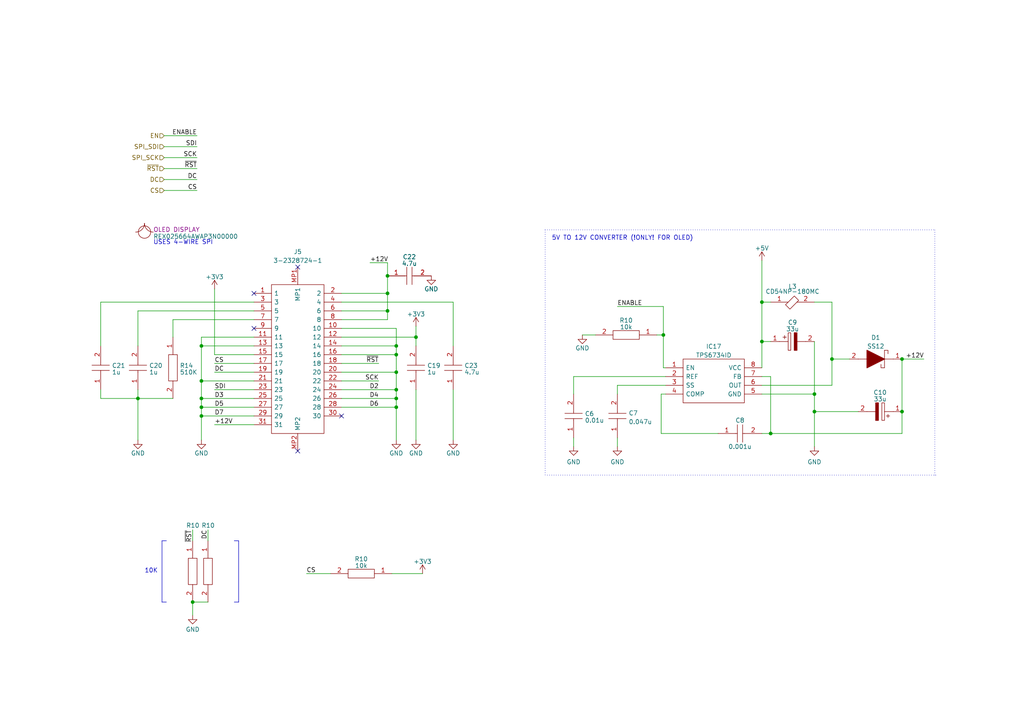
<source format=kicad_sch>
(kicad_sch
	(version 20231120)
	(generator "eeschema")
	(generator_version "8.0")
	(uuid "3d56f61b-94af-4a26-b0d7-6dda4c5444b5")
	(paper "A4")
	(title_block
		(title "Oro Link")
		(date "2023-07-15")
		(rev "6")
		(company "Oro Operating System")
		(comment 1 "://oro.sh")
		(comment 2 "Joshua Lee Junon")
	)
	(lib_symbols
		(symbol "Oro:BOM Part"
			(exclude_from_sim no)
			(in_bom yes)
			(on_board no)
			(property "Reference" "B"
				(at 0 0 0)
				(effects
					(font
						(size 1.27 1.27)
					)
				)
			)
			(property "Value" "BOM Part"
				(at 0 -2.54 0)
				(effects
					(font
						(size 1.27 1.27)
					)
				)
			)
			(property "Footprint" ""
				(at 0 0 0)
				(effects
					(font
						(size 1.27 1.27)
					)
					(hide yes)
				)
			)
			(property "Datasheet" ""
				(at 0 0 0)
				(effects
					(font
						(size 1.27 1.27)
					)
					(hide yes)
				)
			)
			(property "Description" ""
				(at 0 0 0)
				(effects
					(font
						(size 1.27 1.27)
					)
					(hide yes)
				)
			)
			(property "Sim.Enable" "0"
				(at 0 0 0)
				(effects
					(font
						(size 1.27 1.27)
					)
					(hide yes)
				)
			)
			(symbol "BOM Part_0_1"
				(arc
					(start -2.54 0)
					(mid -2.54 0)
					(end -2.54 0)
					(stroke
						(width 0)
						(type default)
					)
					(fill
						(type none)
					)
				)
				(arc
					(start -2.54 0)
					(mid -0.7439 0.7439)
					(end 0 2.54)
					(stroke
						(width 0)
						(type default)
					)
					(fill
						(type none)
					)
				)
				(circle
					(center 0 0)
					(radius 1.7961)
					(stroke
						(width 0)
						(type default)
					)
					(fill
						(type none)
					)
				)
				(arc
					(start 0 2.54)
					(mid 0.7439 0.7439)
					(end 2.54 0)
					(stroke
						(width 0)
						(type default)
					)
					(fill
						(type none)
					)
				)
			)
		)
		(symbol "Oro:FerriteBead"
			(pin_names
				(offset 0.762)
			)
			(exclude_from_sim no)
			(in_bom yes)
			(on_board yes)
			(property "Reference" "FB"
				(at 6.096 -3.302 0)
				(effects
					(font
						(size 1.27 1.27)
					)
				)
			)
			(property "Value" "FERRITE BEAD"
				(at 6.096 -4.064 0)
				(effects
					(font
						(size 1.27 1.27)
					)
					(justify top)
				)
			)
			(property "Footprint" ""
				(at 2.54 -16.51 0)
				(effects
					(font
						(size 1.27 1.27)
					)
					(justify left)
					(hide yes)
				)
			)
			(property "Datasheet" ""
				(at 0 -16.51 0)
				(effects
					(font
						(size 1.27 1.27)
					)
					(justify left)
					(hide yes)
				)
			)
			(property "Description" ""
				(at -2.54 -16.51 0)
				(effects
					(font
						(size 1.27 1.27)
					)
					(justify left)
					(hide yes)
				)
			)
			(property "Height" ""
				(at -5.08 -16.51 0)
				(effects
					(font
						(size 1.27 1.27)
					)
					(justify left)
					(hide yes)
				)
			)
			(property "Manufacturer_Name" ""
				(at -7.62 -16.51 0)
				(effects
					(font
						(size 1.27 1.27)
					)
					(justify left)
					(hide yes)
				)
			)
			(property "Manufacturer_Part_Number" ""
				(at -10.16 -16.51 0)
				(effects
					(font
						(size 1.27 1.27)
					)
					(justify left)
					(hide yes)
				)
			)
			(property "Mouser Part Number" ""
				(at -12.7 -16.51 0)
				(effects
					(font
						(size 1.27 1.27)
					)
					(justify left)
					(hide yes)
				)
			)
			(property "Mouser Price/Stock" ""
				(at -15.24 -16.51 0)
				(effects
					(font
						(size 1.27 1.27)
					)
					(justify left)
					(hide yes)
				)
			)
			(property "Arrow Part Number" ""
				(at -17.78 -16.51 0)
				(effects
					(font
						(size 1.27 1.27)
					)
					(justify left)
					(hide yes)
				)
			)
			(property "Arrow Price/Stock" ""
				(at -20.32 -16.51 0)
				(effects
					(font
						(size 1.27 1.27)
					)
					(justify left)
					(hide yes)
				)
			)
			(symbol "FerriteBead_0_0"
				(pin passive line
					(at 0 0 0)
					(length 5.08)
					(name "1"
						(effects
							(font
								(size 0 0)
							)
						)
					)
					(number "1"
						(effects
							(font
								(size 1.27 1.27)
							)
						)
					)
				)
				(pin passive line
					(at 12.7 0 180)
					(length 5.08)
					(name "2"
						(effects
							(font
								(size 0 0)
							)
						)
					)
					(number "2"
						(effects
							(font
								(size 1.27 1.27)
							)
						)
					)
				)
			)
			(symbol "FerriteBead_0_1"
				(polyline
					(pts
						(xy 4.318 -0.762) (xy 6.858 1.778) (xy 8.128 0.508) (xy 5.588 -2.032) (xy 4.318 -0.762)
					)
					(stroke
						(width 0.1524)
						(type solid)
					)
					(fill
						(type none)
					)
				)
			)
		)
		(symbol "SamacSys_Parts:0603YD105KAT2A"
			(pin_names
				(offset 0.762)
			)
			(exclude_from_sim no)
			(in_bom yes)
			(on_board yes)
			(property "Reference" "C"
				(at 8.89 6.35 0)
				(effects
					(font
						(size 1.27 1.27)
					)
					(justify left)
				)
			)
			(property "Value" "0603YD105KAT2A"
				(at 8.89 3.81 0)
				(effects
					(font
						(size 1.27 1.27)
					)
					(justify left)
				)
			)
			(property "Footprint" "CAPC1608X90N"
				(at 8.89 1.27 0)
				(effects
					(font
						(size 1.27 1.27)
					)
					(justify left)
					(hide yes)
				)
			)
			(property "Datasheet" "http://datasheets.avx.com/cx5r.pdf"
				(at 8.89 -1.27 0)
				(effects
					(font
						(size 1.27 1.27)
					)
					(justify left)
					(hide yes)
				)
			)
			(property "Description" "AVX 1uF  /-10% 16 V dc X5R Dielectric SMD Ceramic Multilayer Capacitor 0603"
				(at 8.89 -3.81 0)
				(effects
					(font
						(size 1.27 1.27)
					)
					(justify left)
					(hide yes)
				)
			)
			(property "Height" "0.9"
				(at 8.89 -6.35 0)
				(effects
					(font
						(size 1.27 1.27)
					)
					(justify left)
					(hide yes)
				)
			)
			(property "Manufacturer_Name" "AVX"
				(at 8.89 -8.89 0)
				(effects
					(font
						(size 1.27 1.27)
					)
					(justify left)
					(hide yes)
				)
			)
			(property "Manufacturer_Part_Number" "0603YD105KAT2A"
				(at 8.89 -11.43 0)
				(effects
					(font
						(size 1.27 1.27)
					)
					(justify left)
					(hide yes)
				)
			)
			(property "Mouser Part Number" "581-0603YD105K"
				(at 8.89 -13.97 0)
				(effects
					(font
						(size 1.27 1.27)
					)
					(justify left)
					(hide yes)
				)
			)
			(property "Mouser Price/Stock" "https://www.mouser.co.uk/ProductDetail/AVX/0603YD105KAT2A?qs=Gc704lYbI0yxwip%252B5td8dA%3D%3D"
				(at 8.89 -16.51 0)
				(effects
					(font
						(size 1.27 1.27)
					)
					(justify left)
					(hide yes)
				)
			)
			(property "Arrow Part Number" "0603YD105KAT2A"
				(at 8.89 -19.05 0)
				(effects
					(font
						(size 1.27 1.27)
					)
					(justify left)
					(hide yes)
				)
			)
			(property "Arrow Price/Stock" "https://www.arrow.com/en/products/0603yd105kat2a/avx"
				(at 8.89 -21.59 0)
				(effects
					(font
						(size 1.27 1.27)
					)
					(justify left)
					(hide yes)
				)
			)
			(symbol "0603YD105KAT2A_0_0"
				(pin passive line
					(at 0 0 0)
					(length 5.08)
					(name "~"
						(effects
							(font
								(size 1.27 1.27)
							)
						)
					)
					(number "1"
						(effects
							(font
								(size 1.27 1.27)
							)
						)
					)
				)
				(pin passive line
					(at 12.7 0 180)
					(length 5.08)
					(name "~"
						(effects
							(font
								(size 1.27 1.27)
							)
						)
					)
					(number "2"
						(effects
							(font
								(size 1.27 1.27)
							)
						)
					)
				)
			)
			(symbol "0603YD105KAT2A_0_1"
				(polyline
					(pts
						(xy 5.08 0) (xy 5.588 0)
					)
					(stroke
						(width 0.1524)
						(type solid)
					)
					(fill
						(type none)
					)
				)
				(polyline
					(pts
						(xy 5.588 2.54) (xy 5.588 -2.54)
					)
					(stroke
						(width 0.1524)
						(type solid)
					)
					(fill
						(type none)
					)
				)
				(polyline
					(pts
						(xy 7.112 0) (xy 7.62 0)
					)
					(stroke
						(width 0.1524)
						(type solid)
					)
					(fill
						(type none)
					)
				)
				(polyline
					(pts
						(xy 7.112 2.54) (xy 7.112 -2.54)
					)
					(stroke
						(width 0.1524)
						(type solid)
					)
					(fill
						(type none)
					)
				)
			)
		)
		(symbol "SamacSys_Parts:293D336X9016C2TE3"
			(pin_names
				(offset 0.762)
			)
			(exclude_from_sim no)
			(in_bom yes)
			(on_board yes)
			(property "Reference" "C"
				(at 8.89 6.35 0)
				(effects
					(font
						(size 1.27 1.27)
					)
					(justify left)
				)
			)
			(property "Value" "293D336X9016C2TE3"
				(at 8.89 3.81 0)
				(effects
					(font
						(size 1.27 1.27)
					)
					(justify left)
				)
			)
			(property "Footprint" "CAPPM6032X280N"
				(at 8.89 1.27 0)
				(effects
					(font
						(size 1.27 1.27)
					)
					(justify left)
					(hide yes)
				)
			)
			(property "Datasheet" "http://www.vishay.com/docs/40002/293d.pdf"
				(at 8.89 -1.27 0)
				(effects
					(font
						(size 1.27 1.27)
					)
					(justify left)
					(hide yes)
				)
			)
			(property "Description" "Solid Tantalum Surface Mount Chip Capacitors TANTAMOUNT(TM), Molded Case, Standard Industrial Grade"
				(at 8.89 -3.81 0)
				(effects
					(font
						(size 1.27 1.27)
					)
					(justify left)
					(hide yes)
				)
			)
			(property "Height" "2.8"
				(at 8.89 -6.35 0)
				(effects
					(font
						(size 1.27 1.27)
					)
					(justify left)
					(hide yes)
				)
			)
			(property "Manufacturer_Name" "Vishay"
				(at 8.89 -8.89 0)
				(effects
					(font
						(size 1.27 1.27)
					)
					(justify left)
					(hide yes)
				)
			)
			(property "Manufacturer_Part_Number" "293D336X9016C2TE3"
				(at 8.89 -11.43 0)
				(effects
					(font
						(size 1.27 1.27)
					)
					(justify left)
					(hide yes)
				)
			)
			(property "Mouser Part Number" "74-293D336X9016C2TE3"
				(at 8.89 -13.97 0)
				(effects
					(font
						(size 1.27 1.27)
					)
					(justify left)
					(hide yes)
				)
			)
			(property "Mouser Price/Stock" "https://www.mouser.co.uk/ProductDetail/Vishay-Sprague/293D336X9016C2TE3?qs=CH3Q5FKf4qDq3CSOTLHRZw%3D%3D"
				(at 8.89 -16.51 0)
				(effects
					(font
						(size 1.27 1.27)
					)
					(justify left)
					(hide yes)
				)
			)
			(property "Arrow Part Number" "293D336X9016C2TE3"
				(at 8.89 -19.05 0)
				(effects
					(font
						(size 1.27 1.27)
					)
					(justify left)
					(hide yes)
				)
			)
			(property "Arrow Price/Stock" "https://www.arrow.com/en/products/293d336x9016c2te3/vishay"
				(at 8.89 -21.59 0)
				(effects
					(font
						(size 1.27 1.27)
					)
					(justify left)
					(hide yes)
				)
			)
			(symbol "293D336X9016C2TE3_0_0"
				(pin passive line
					(at 0 0 0)
					(length 2.54)
					(name "~"
						(effects
							(font
								(size 1.27 1.27)
							)
						)
					)
					(number "1"
						(effects
							(font
								(size 1.27 1.27)
							)
						)
					)
				)
				(pin passive line
					(at 12.7 0 180)
					(length 2.54)
					(name "~"
						(effects
							(font
								(size 1.27 1.27)
							)
						)
					)
					(number "2"
						(effects
							(font
								(size 1.27 1.27)
							)
						)
					)
				)
			)
			(symbol "293D336X9016C2TE3_0_1"
				(polyline
					(pts
						(xy 2.54 0) (xy 5.08 0)
					)
					(stroke
						(width 0.1524)
						(type solid)
					)
					(fill
						(type none)
					)
				)
				(polyline
					(pts
						(xy 4.064 1.778) (xy 4.064 0.762)
					)
					(stroke
						(width 0.1524)
						(type solid)
					)
					(fill
						(type none)
					)
				)
				(polyline
					(pts
						(xy 4.572 1.27) (xy 3.556 1.27)
					)
					(stroke
						(width 0.1524)
						(type solid)
					)
					(fill
						(type none)
					)
				)
				(polyline
					(pts
						(xy 7.62 0) (xy 10.16 0)
					)
					(stroke
						(width 0.1524)
						(type solid)
					)
					(fill
						(type none)
					)
				)
				(polyline
					(pts
						(xy 5.08 2.54) (xy 5.08 -2.54) (xy 5.842 -2.54) (xy 5.842 2.54) (xy 5.08 2.54)
					)
					(stroke
						(width 0.1524)
						(type solid)
					)
					(fill
						(type none)
					)
				)
				(polyline
					(pts
						(xy 7.62 2.54) (xy 7.62 -2.54) (xy 6.858 -2.54) (xy 6.858 2.54) (xy 7.62 2.54)
					)
					(stroke
						(width 0.254)
						(type solid)
					)
					(fill
						(type outline)
					)
				)
			)
		)
		(symbol "SamacSys_Parts:3-2328724-1"
			(pin_names
				(offset 0.762)
			)
			(exclude_from_sim no)
			(in_bom yes)
			(on_board yes)
			(property "Reference" "J"
				(at 49.53 12.7 0)
				(effects
					(font
						(size 1.27 1.27)
					)
					(justify left)
				)
			)
			(property "Value" "3-2328724-1"
				(at 49.53 10.16 0)
				(effects
					(font
						(size 1.27 1.27)
					)
					(justify left)
				)
			)
			(property "Footprint" "323287241"
				(at 49.53 7.62 0)
				(effects
					(font
						(size 1.27 1.27)
					)
					(justify left)
					(hide yes)
				)
			)
			(property "Datasheet" "https://datasheet.datasheetarchive.com/originals/distributors/DKDS42/DSANUWW0052082.pdf"
				(at 49.53 5.08 0)
				(effects
					(font
						(size 1.27 1.27)
					)
					(justify left)
					(hide yes)
				)
			)
			(property "Description" "AMP - TE CONNECTIVITY - 3-2328724-1 - CONNECTOR, FPC, R/A, 31POS, 1ROW, 0.3MM"
				(at 49.53 2.54 0)
				(effects
					(font
						(size 1.27 1.27)
					)
					(justify left)
					(hide yes)
				)
			)
			(property "Height" "1.1"
				(at 49.53 0 0)
				(effects
					(font
						(size 1.27 1.27)
					)
					(justify left)
					(hide yes)
				)
			)
			(property "Manufacturer_Name" "TE Connectivity"
				(at 49.53 -2.54 0)
				(effects
					(font
						(size 1.27 1.27)
					)
					(justify left)
					(hide yes)
				)
			)
			(property "Manufacturer_Part_Number" "3-2328724-1"
				(at 49.53 -5.08 0)
				(effects
					(font
						(size 1.27 1.27)
					)
					(justify left)
					(hide yes)
				)
			)
			(property "Mouser Part Number" "571-3-2328724-1"
				(at 49.53 -7.62 0)
				(effects
					(font
						(size 1.27 1.27)
					)
					(justify left)
					(hide yes)
				)
			)
			(property "Mouser Price/Stock" "https://www.mouser.co.uk/ProductDetail/TE-Connectivity/3-2328724-1?qs=w%2Fv1CP2dgqp0EQ60RbjzYQ%3D%3D"
				(at 49.53 -10.16 0)
				(effects
					(font
						(size 1.27 1.27)
					)
					(justify left)
					(hide yes)
				)
			)
			(property "Arrow Part Number" "3-2328724-1"
				(at 49.53 -12.7 0)
				(effects
					(font
						(size 1.27 1.27)
					)
					(justify left)
					(hide yes)
				)
			)
			(property "Arrow Price/Stock" "https://www.arrow.com/en/products/3-2328724-1/te-connectivity?region=nac"
				(at 49.53 -15.24 0)
				(effects
					(font
						(size 1.27 1.27)
					)
					(justify left)
					(hide yes)
				)
			)
			(property "Mouser Testing Part Number" ""
				(at 49.53 -17.78 0)
				(effects
					(font
						(size 1.27 1.27)
					)
					(justify left)
					(hide yes)
				)
			)
			(property "Mouser Testing Price/Stock" ""
				(at 49.53 -20.32 0)
				(effects
					(font
						(size 1.27 1.27)
					)
					(justify left)
					(hide yes)
				)
			)
			(symbol "3-2328724-1_0_0"
				(pin passive line
					(at 7.62 -12.7 90)
					(length 5.08)
					(name "1"
						(effects
							(font
								(size 1.27 1.27)
							)
						)
					)
					(number "1"
						(effects
							(font
								(size 1.27 1.27)
							)
						)
					)
				)
				(pin passive line
					(at 17.78 12.7 270)
					(length 5.08)
					(name "10"
						(effects
							(font
								(size 1.27 1.27)
							)
						)
					)
					(number "10"
						(effects
							(font
								(size 1.27 1.27)
							)
						)
					)
				)
				(pin passive line
					(at 20.32 -12.7 90)
					(length 5.08)
					(name "11"
						(effects
							(font
								(size 1.27 1.27)
							)
						)
					)
					(number "11"
						(effects
							(font
								(size 1.27 1.27)
							)
						)
					)
				)
				(pin passive line
					(at 20.32 12.7 270)
					(length 5.08)
					(name "12"
						(effects
							(font
								(size 1.27 1.27)
							)
						)
					)
					(number "12"
						(effects
							(font
								(size 1.27 1.27)
							)
						)
					)
				)
				(pin passive line
					(at 22.86 -12.7 90)
					(length 5.08)
					(name "13"
						(effects
							(font
								(size 1.27 1.27)
							)
						)
					)
					(number "13"
						(effects
							(font
								(size 1.27 1.27)
							)
						)
					)
				)
				(pin passive line
					(at 22.86 12.7 270)
					(length 5.08)
					(name "14"
						(effects
							(font
								(size 1.27 1.27)
							)
						)
					)
					(number "14"
						(effects
							(font
								(size 1.27 1.27)
							)
						)
					)
				)
				(pin passive line
					(at 25.4 -12.7 90)
					(length 5.08)
					(name "15"
						(effects
							(font
								(size 1.27 1.27)
							)
						)
					)
					(number "15"
						(effects
							(font
								(size 1.27 1.27)
							)
						)
					)
				)
				(pin passive line
					(at 25.4 12.7 270)
					(length 5.08)
					(name "16"
						(effects
							(font
								(size 1.27 1.27)
							)
						)
					)
					(number "16"
						(effects
							(font
								(size 1.27 1.27)
							)
						)
					)
				)
				(pin passive line
					(at 27.94 -12.7 90)
					(length 5.08)
					(name "17"
						(effects
							(font
								(size 1.27 1.27)
							)
						)
					)
					(number "17"
						(effects
							(font
								(size 1.27 1.27)
							)
						)
					)
				)
				(pin passive line
					(at 27.94 12.7 270)
					(length 5.08)
					(name "18"
						(effects
							(font
								(size 1.27 1.27)
							)
						)
					)
					(number "18"
						(effects
							(font
								(size 1.27 1.27)
							)
						)
					)
				)
				(pin passive line
					(at 30.48 -12.7 90)
					(length 5.08)
					(name "19"
						(effects
							(font
								(size 1.27 1.27)
							)
						)
					)
					(number "19"
						(effects
							(font
								(size 1.27 1.27)
							)
						)
					)
				)
				(pin passive line
					(at 7.62 12.7 270)
					(length 5.08)
					(name "2"
						(effects
							(font
								(size 1.27 1.27)
							)
						)
					)
					(number "2"
						(effects
							(font
								(size 1.27 1.27)
							)
						)
					)
				)
				(pin passive line
					(at 30.48 12.7 270)
					(length 5.08)
					(name "20"
						(effects
							(font
								(size 1.27 1.27)
							)
						)
					)
					(number "20"
						(effects
							(font
								(size 1.27 1.27)
							)
						)
					)
				)
				(pin passive line
					(at 33.02 -12.7 90)
					(length 5.08)
					(name "21"
						(effects
							(font
								(size 1.27 1.27)
							)
						)
					)
					(number "21"
						(effects
							(font
								(size 1.27 1.27)
							)
						)
					)
				)
				(pin passive line
					(at 33.02 12.7 270)
					(length 5.08)
					(name "22"
						(effects
							(font
								(size 1.27 1.27)
							)
						)
					)
					(number "22"
						(effects
							(font
								(size 1.27 1.27)
							)
						)
					)
				)
				(pin passive line
					(at 35.56 -12.7 90)
					(length 5.08)
					(name "23"
						(effects
							(font
								(size 1.27 1.27)
							)
						)
					)
					(number "23"
						(effects
							(font
								(size 1.27 1.27)
							)
						)
					)
				)
				(pin passive line
					(at 35.56 12.7 270)
					(length 5.08)
					(name "24"
						(effects
							(font
								(size 1.27 1.27)
							)
						)
					)
					(number "24"
						(effects
							(font
								(size 1.27 1.27)
							)
						)
					)
				)
				(pin passive line
					(at 38.1 -12.7 90)
					(length 5.08)
					(name "25"
						(effects
							(font
								(size 1.27 1.27)
							)
						)
					)
					(number "25"
						(effects
							(font
								(size 1.27 1.27)
							)
						)
					)
				)
				(pin passive line
					(at 38.1 12.7 270)
					(length 5.08)
					(name "26"
						(effects
							(font
								(size 1.27 1.27)
							)
						)
					)
					(number "26"
						(effects
							(font
								(size 1.27 1.27)
							)
						)
					)
				)
				(pin passive line
					(at 40.64 -12.7 90)
					(length 5.08)
					(name "27"
						(effects
							(font
								(size 1.27 1.27)
							)
						)
					)
					(number "27"
						(effects
							(font
								(size 1.27 1.27)
							)
						)
					)
				)
				(pin passive line
					(at 40.64 12.7 270)
					(length 5.08)
					(name "28"
						(effects
							(font
								(size 1.27 1.27)
							)
						)
					)
					(number "28"
						(effects
							(font
								(size 1.27 1.27)
							)
						)
					)
				)
				(pin passive line
					(at 43.18 -12.7 90)
					(length 5.08)
					(name "29"
						(effects
							(font
								(size 1.27 1.27)
							)
						)
					)
					(number "29"
						(effects
							(font
								(size 1.27 1.27)
							)
						)
					)
				)
				(pin passive line
					(at 10.16 -12.7 90)
					(length 5.08)
					(name "3"
						(effects
							(font
								(size 1.27 1.27)
							)
						)
					)
					(number "3"
						(effects
							(font
								(size 1.27 1.27)
							)
						)
					)
				)
				(pin passive line
					(at 43.18 12.7 270)
					(length 5.08)
					(name "30"
						(effects
							(font
								(size 1.27 1.27)
							)
						)
					)
					(number "30"
						(effects
							(font
								(size 1.27 1.27)
							)
						)
					)
				)
				(pin passive line
					(at 45.72 -12.7 90)
					(length 5.08)
					(name "31"
						(effects
							(font
								(size 1.27 1.27)
							)
						)
					)
					(number "31"
						(effects
							(font
								(size 1.27 1.27)
							)
						)
					)
				)
				(pin passive line
					(at 10.16 12.7 270)
					(length 5.08)
					(name "4"
						(effects
							(font
								(size 1.27 1.27)
							)
						)
					)
					(number "4"
						(effects
							(font
								(size 1.27 1.27)
							)
						)
					)
				)
				(pin passive line
					(at 12.7 -12.7 90)
					(length 5.08)
					(name "5"
						(effects
							(font
								(size 1.27 1.27)
							)
						)
					)
					(number "5"
						(effects
							(font
								(size 1.27 1.27)
							)
						)
					)
				)
				(pin passive line
					(at 12.7 12.7 270)
					(length 5.08)
					(name "6"
						(effects
							(font
								(size 1.27 1.27)
							)
						)
					)
					(number "6"
						(effects
							(font
								(size 1.27 1.27)
							)
						)
					)
				)
				(pin passive line
					(at 15.24 -12.7 90)
					(length 5.08)
					(name "7"
						(effects
							(font
								(size 1.27 1.27)
							)
						)
					)
					(number "7"
						(effects
							(font
								(size 1.27 1.27)
							)
						)
					)
				)
				(pin passive line
					(at 15.24 12.7 270)
					(length 5.08)
					(name "8"
						(effects
							(font
								(size 1.27 1.27)
							)
						)
					)
					(number "8"
						(effects
							(font
								(size 1.27 1.27)
							)
						)
					)
				)
				(pin passive line
					(at 17.78 -12.7 90)
					(length 5.08)
					(name "9"
						(effects
							(font
								(size 1.27 1.27)
							)
						)
					)
					(number "9"
						(effects
							(font
								(size 1.27 1.27)
							)
						)
					)
				)
				(pin passive line
					(at 0 0 0)
					(length 5.08)
					(name "MP1"
						(effects
							(font
								(size 1.27 1.27)
							)
						)
					)
					(number "MP1"
						(effects
							(font
								(size 1.27 1.27)
							)
						)
					)
				)
				(pin passive line
					(at 53.34 0 180)
					(length 5.08)
					(name "MP2"
						(effects
							(font
								(size 1.27 1.27)
							)
						)
					)
					(number "MP2"
						(effects
							(font
								(size 1.27 1.27)
							)
						)
					)
				)
			)
			(symbol "3-2328724-1_0_1"
				(polyline
					(pts
						(xy 5.08 7.62) (xy 48.26 7.62) (xy 48.26 -7.62) (xy 5.08 -7.62) (xy 5.08 7.62)
					)
					(stroke
						(width 0.1524)
						(type solid)
					)
					(fill
						(type none)
					)
				)
			)
		)
		(symbol "SamacSys_Parts:C1608X5R1H102K080AA"
			(pin_names
				(offset 0.762)
			)
			(exclude_from_sim no)
			(in_bom yes)
			(on_board yes)
			(property "Reference" "C"
				(at 8.89 6.35 0)
				(effects
					(font
						(size 1.27 1.27)
					)
					(justify left)
				)
			)
			(property "Value" "C1608X5R1H102K080AA"
				(at 8.89 3.81 0)
				(effects
					(font
						(size 1.27 1.27)
					)
					(justify left)
				)
			)
			(property "Footprint" "C1608_Commercial"
				(at 8.89 1.27 0)
				(effects
					(font
						(size 1.27 1.27)
					)
					(justify left)
					(hide yes)
				)
			)
			(property "Datasheet" "https://product.tdk.com/system/files/dam/doc/product/capacitor/ceramic/mlcc/catalog/mlcc_commercial_general_en.pdf"
				(at 8.89 -1.27 0)
				(effects
					(font
						(size 1.27 1.27)
					)
					(justify left)
					(hide yes)
				)
			)
			(property "Description" "MULTILAYER CERAMIC CHIP CAPACITORS, 1608, Commercial grade, general (Up to 75V)"
				(at 8.89 -3.81 0)
				(effects
					(font
						(size 1.27 1.27)
					)
					(justify left)
					(hide yes)
				)
			)
			(property "Height" "0.9"
				(at 8.89 -6.35 0)
				(effects
					(font
						(size 1.27 1.27)
					)
					(justify left)
					(hide yes)
				)
			)
			(property "Manufacturer_Name" "TDK"
				(at 8.89 -8.89 0)
				(effects
					(font
						(size 1.27 1.27)
					)
					(justify left)
					(hide yes)
				)
			)
			(property "Manufacturer_Part_Number" "C1608X5R1H102K080AA"
				(at 8.89 -11.43 0)
				(effects
					(font
						(size 1.27 1.27)
					)
					(justify left)
					(hide yes)
				)
			)
			(property "Mouser Part Number" ""
				(at 8.89 -13.97 0)
				(effects
					(font
						(size 1.27 1.27)
					)
					(justify left)
					(hide yes)
				)
			)
			(property "Mouser Price/Stock" ""
				(at 8.89 -16.51 0)
				(effects
					(font
						(size 1.27 1.27)
					)
					(justify left)
					(hide yes)
				)
			)
			(property "Arrow Part Number" ""
				(at 8.89 -19.05 0)
				(effects
					(font
						(size 1.27 1.27)
					)
					(justify left)
					(hide yes)
				)
			)
			(property "Arrow Price/Stock" ""
				(at 8.89 -21.59 0)
				(effects
					(font
						(size 1.27 1.27)
					)
					(justify left)
					(hide yes)
				)
			)
			(property "Mouser Testing Part Number" ""
				(at 8.89 -24.13 0)
				(effects
					(font
						(size 1.27 1.27)
					)
					(justify left)
					(hide yes)
				)
			)
			(property "Mouser Testing Price/Stock" ""
				(at 8.89 -26.67 0)
				(effects
					(font
						(size 1.27 1.27)
					)
					(justify left)
					(hide yes)
				)
			)
			(symbol "C1608X5R1H102K080AA_0_0"
				(pin passive line
					(at 0 0 0)
					(length 5.08)
					(name "~"
						(effects
							(font
								(size 1.27 1.27)
							)
						)
					)
					(number "1"
						(effects
							(font
								(size 1.27 1.27)
							)
						)
					)
				)
				(pin passive line
					(at 12.7 0 180)
					(length 5.08)
					(name "~"
						(effects
							(font
								(size 1.27 1.27)
							)
						)
					)
					(number "2"
						(effects
							(font
								(size 1.27 1.27)
							)
						)
					)
				)
			)
			(symbol "C1608X5R1H102K080AA_0_1"
				(polyline
					(pts
						(xy 5.08 0) (xy 5.588 0)
					)
					(stroke
						(width 0.1524)
						(type default)
					)
					(fill
						(type none)
					)
				)
				(polyline
					(pts
						(xy 5.588 2.54) (xy 5.588 -2.54)
					)
					(stroke
						(width 0.1524)
						(type default)
					)
					(fill
						(type none)
					)
				)
				(polyline
					(pts
						(xy 7.112 0) (xy 7.62 0)
					)
					(stroke
						(width 0.1524)
						(type default)
					)
					(fill
						(type none)
					)
				)
				(polyline
					(pts
						(xy 7.112 2.54) (xy 7.112 -2.54)
					)
					(stroke
						(width 0.1524)
						(type default)
					)
					(fill
						(type none)
					)
				)
			)
		)
		(symbol "SamacSys_Parts:C1608X5R1H473K080AA"
			(pin_names
				(offset 0.762)
			)
			(exclude_from_sim no)
			(in_bom yes)
			(on_board yes)
			(property "Reference" "C"
				(at 8.89 6.35 0)
				(effects
					(font
						(size 1.27 1.27)
					)
					(justify left)
				)
			)
			(property "Value" "C1608X5R1H473K080AA"
				(at 8.89 3.81 0)
				(effects
					(font
						(size 1.27 1.27)
					)
					(justify left)
				)
			)
			(property "Footprint" "C1608_Commercial"
				(at 8.89 1.27 0)
				(effects
					(font
						(size 1.27 1.27)
					)
					(justify left)
					(hide yes)
				)
			)
			(property "Datasheet" "https://product.tdk.com/system/files/dam/doc/product/capacitor/ceramic/mlcc/catalog/mlcc_commercial_general_en.pdf"
				(at 8.89 -1.27 0)
				(effects
					(font
						(size 1.27 1.27)
					)
					(justify left)
					(hide yes)
				)
			)
			(property "Description" "MULTILAYER CERAMIC CHIP CAPACITORS, 1608, Commercial grade, general (Up to 75V)"
				(at 8.89 -3.81 0)
				(effects
					(font
						(size 1.27 1.27)
					)
					(justify left)
					(hide yes)
				)
			)
			(property "Height" "0.9"
				(at 8.89 -6.35 0)
				(effects
					(font
						(size 1.27 1.27)
					)
					(justify left)
					(hide yes)
				)
			)
			(property "Manufacturer_Name" "TDK"
				(at 8.89 -8.89 0)
				(effects
					(font
						(size 1.27 1.27)
					)
					(justify left)
					(hide yes)
				)
			)
			(property "Manufacturer_Part_Number" "C1608X5R1H473K080AA"
				(at 8.89 -11.43 0)
				(effects
					(font
						(size 1.27 1.27)
					)
					(justify left)
					(hide yes)
				)
			)
			(property "Mouser Part Number" "810-C1608X5R1H473KAA"
				(at 8.89 -13.97 0)
				(effects
					(font
						(size 1.27 1.27)
					)
					(justify left)
					(hide yes)
				)
			)
			(property "Mouser Price/Stock" "https://www.mouser.com/Search/Refine.aspx?Keyword=810-C1608X5R1H473KAA"
				(at 8.89 -16.51 0)
				(effects
					(font
						(size 1.27 1.27)
					)
					(justify left)
					(hide yes)
				)
			)
			(property "Arrow Part Number" "C1608X5R1H473K080AA"
				(at 8.89 -19.05 0)
				(effects
					(font
						(size 1.27 1.27)
					)
					(justify left)
					(hide yes)
				)
			)
			(property "Arrow Price/Stock" "https://www.arrow.com/en/products/c1608x5r1h473k080aa/tdk"
				(at 8.89 -21.59 0)
				(effects
					(font
						(size 1.27 1.27)
					)
					(justify left)
					(hide yes)
				)
			)
			(symbol "C1608X5R1H473K080AA_0_0"
				(pin passive line
					(at 0 0 0)
					(length 5.08)
					(name "~"
						(effects
							(font
								(size 1.27 1.27)
							)
						)
					)
					(number "1"
						(effects
							(font
								(size 1.27 1.27)
							)
						)
					)
				)
				(pin passive line
					(at 12.7 0 180)
					(length 5.08)
					(name "~"
						(effects
							(font
								(size 1.27 1.27)
							)
						)
					)
					(number "2"
						(effects
							(font
								(size 1.27 1.27)
							)
						)
					)
				)
			)
			(symbol "C1608X5R1H473K080AA_0_1"
				(polyline
					(pts
						(xy 5.08 0) (xy 5.588 0)
					)
					(stroke
						(width 0.1524)
						(type solid)
					)
					(fill
						(type none)
					)
				)
				(polyline
					(pts
						(xy 5.588 2.54) (xy 5.588 -2.54)
					)
					(stroke
						(width 0.1524)
						(type solid)
					)
					(fill
						(type none)
					)
				)
				(polyline
					(pts
						(xy 7.112 0) (xy 7.62 0)
					)
					(stroke
						(width 0.1524)
						(type solid)
					)
					(fill
						(type none)
					)
				)
				(polyline
					(pts
						(xy 7.112 2.54) (xy 7.112 -2.54)
					)
					(stroke
						(width 0.1524)
						(type solid)
					)
					(fill
						(type none)
					)
				)
			)
		)
		(symbol "SamacSys_Parts:CL21A475KOFNNNE"
			(pin_names
				(offset 0.762)
			)
			(exclude_from_sim no)
			(in_bom yes)
			(on_board yes)
			(property "Reference" "C"
				(at 8.89 6.35 0)
				(effects
					(font
						(size 1.27 1.27)
					)
					(justify left)
				)
			)
			(property "Value" "CL21A475KOFNNNE"
				(at 8.89 3.81 0)
				(effects
					(font
						(size 1.27 1.27)
					)
					(justify left)
				)
			)
			(property "Footprint" "CAPC2012X135N"
				(at 8.89 1.27 0)
				(effects
					(font
						(size 1.27 1.27)
					)
					(justify left)
					(hide yes)
				)
			)
			(property "Datasheet" "https://datasheet.datasheetarchive.com/originals/distributors/Datasheets_SAMA/817807cf665cbb43e2eb1572e3d26dfa.pdf"
				(at 8.89 -1.27 0)
				(effects
					(font
						(size 1.27 1.27)
					)
					(justify left)
					(hide yes)
				)
			)
			(property "Description" "Samsung Electro-Mechanics CL21A475KOFNNNE 4.7uF Ceramic Multilayer Capacitor 16V dc +/-10% Tolerance SMD"
				(at 8.89 -3.81 0)
				(effects
					(font
						(size 1.27 1.27)
					)
					(justify left)
					(hide yes)
				)
			)
			(property "Height" "1.35"
				(at 8.89 -6.35 0)
				(effects
					(font
						(size 1.27 1.27)
					)
					(justify left)
					(hide yes)
				)
			)
			(property "Manufacturer_Name" "SAMSUNG"
				(at 8.89 -8.89 0)
				(effects
					(font
						(size 1.27 1.27)
					)
					(justify left)
					(hide yes)
				)
			)
			(property "Manufacturer_Part_Number" "CL21A475KOFNNNE"
				(at 8.89 -11.43 0)
				(effects
					(font
						(size 1.27 1.27)
					)
					(justify left)
					(hide yes)
				)
			)
			(property "Mouser Part Number" "187-CL21A475KOFNNNE"
				(at 8.89 -13.97 0)
				(effects
					(font
						(size 1.27 1.27)
					)
					(justify left)
					(hide yes)
				)
			)
			(property "Mouser Price/Stock" "https://www.mouser.co.uk/ProductDetail/Samsung-Electro-Mechanics/CL21A475KOFNNNE?qs=yOVawPpwOwlqsH7zjiqEfQ%3D%3D"
				(at 8.89 -16.51 0)
				(effects
					(font
						(size 1.27 1.27)
					)
					(justify left)
					(hide yes)
				)
			)
			(property "Arrow Part Number" "CL21A475KOFNNNE"
				(at 8.89 -19.05 0)
				(effects
					(font
						(size 1.27 1.27)
					)
					(justify left)
					(hide yes)
				)
			)
			(property "Arrow Price/Stock" "https://www.arrow.com/en/products/cl21a475kofnnne/samsung-electro-mechanics?region=europe"
				(at 8.89 -21.59 0)
				(effects
					(font
						(size 1.27 1.27)
					)
					(justify left)
					(hide yes)
				)
			)
			(symbol "CL21A475KOFNNNE_0_0"
				(pin passive line
					(at 0 0 0)
					(length 5.08)
					(name "~"
						(effects
							(font
								(size 1.27 1.27)
							)
						)
					)
					(number "1"
						(effects
							(font
								(size 1.27 1.27)
							)
						)
					)
				)
				(pin passive line
					(at 12.7 0 180)
					(length 5.08)
					(name "~"
						(effects
							(font
								(size 1.27 1.27)
							)
						)
					)
					(number "2"
						(effects
							(font
								(size 1.27 1.27)
							)
						)
					)
				)
			)
			(symbol "CL21A475KOFNNNE_0_1"
				(polyline
					(pts
						(xy 5.08 0) (xy 5.588 0)
					)
					(stroke
						(width 0.1524)
						(type solid)
					)
					(fill
						(type none)
					)
				)
				(polyline
					(pts
						(xy 5.588 2.54) (xy 5.588 -2.54)
					)
					(stroke
						(width 0.1524)
						(type solid)
					)
					(fill
						(type none)
					)
				)
				(polyline
					(pts
						(xy 7.112 0) (xy 7.62 0)
					)
					(stroke
						(width 0.1524)
						(type solid)
					)
					(fill
						(type none)
					)
				)
				(polyline
					(pts
						(xy 7.112 2.54) (xy 7.112 -2.54)
					)
					(stroke
						(width 0.1524)
						(type solid)
					)
					(fill
						(type none)
					)
				)
			)
		)
		(symbol "SamacSys_Parts:CL21B103KBANNNC"
			(pin_names
				(offset 0.762)
			)
			(exclude_from_sim no)
			(in_bom yes)
			(on_board yes)
			(property "Reference" "C"
				(at 8.89 6.35 0)
				(effects
					(font
						(size 1.27 1.27)
					)
					(justify left)
				)
			)
			(property "Value" "CL21B103KBANNNC"
				(at 8.89 3.81 0)
				(effects
					(font
						(size 1.27 1.27)
					)
					(justify left)
				)
			)
			(property "Footprint" "CAPC2012X75N"
				(at 8.89 1.27 0)
				(effects
					(font
						(size 1.27 1.27)
					)
					(justify left)
					(hide yes)
				)
			)
			(property "Datasheet" "https://datasheet.datasheetarchive.com/originals/distributors/Datasheets_SAMA/97c54fb7f716f6f5bd35dfc2c9b17795.pdf"
				(at 8.89 -1.27 0)
				(effects
					(font
						(size 1.27 1.27)
					)
					(justify left)
					(hide yes)
				)
			)
			(property "Description" "Samsung Electro-Mechanics 0805 CL 10nF Ceramic Multilayer Capacitor, 50 V, +125C, X7R Dielectric, +/-10% SMD"
				(at 8.89 -3.81 0)
				(effects
					(font
						(size 1.27 1.27)
					)
					(justify left)
					(hide yes)
				)
			)
			(property "Height" "0.75"
				(at 8.89 -6.35 0)
				(effects
					(font
						(size 1.27 1.27)
					)
					(justify left)
					(hide yes)
				)
			)
			(property "Manufacturer_Name" "SAMSUNG"
				(at 8.89 -8.89 0)
				(effects
					(font
						(size 1.27 1.27)
					)
					(justify left)
					(hide yes)
				)
			)
			(property "Manufacturer_Part_Number" "CL21B103KBANNNC"
				(at 8.89 -11.43 0)
				(effects
					(font
						(size 1.27 1.27)
					)
					(justify left)
					(hide yes)
				)
			)
			(property "Mouser Part Number" "187-CL21B103KBANNNC"
				(at 8.89 -13.97 0)
				(effects
					(font
						(size 1.27 1.27)
					)
					(justify left)
					(hide yes)
				)
			)
			(property "Mouser Price/Stock" "https://www.mouser.co.uk/ProductDetail/Samsung-Electro-Mechanics/CL21B103KBANNNC?qs=349EhDEZ59oTK9iJ%2FqCMuw%3D%3D"
				(at 8.89 -16.51 0)
				(effects
					(font
						(size 1.27 1.27)
					)
					(justify left)
					(hide yes)
				)
			)
			(property "Arrow Part Number" "CL21B103KBANNNC"
				(at 8.89 -19.05 0)
				(effects
					(font
						(size 1.27 1.27)
					)
					(justify left)
					(hide yes)
				)
			)
			(property "Arrow Price/Stock" "https://www.arrow.com/en/products/cl21b103kbannnc/samsung-electro-mechanics?region=europe"
				(at 8.89 -21.59 0)
				(effects
					(font
						(size 1.27 1.27)
					)
					(justify left)
					(hide yes)
				)
			)
			(property "Mouser Testing Part Number" ""
				(at 8.89 -24.13 0)
				(effects
					(font
						(size 1.27 1.27)
					)
					(justify left)
					(hide yes)
				)
			)
			(property "Mouser Testing Price/Stock" ""
				(at 8.89 -26.67 0)
				(effects
					(font
						(size 1.27 1.27)
					)
					(justify left)
					(hide yes)
				)
			)
			(symbol "CL21B103KBANNNC_0_0"
				(pin passive line
					(at 0 0 0)
					(length 5.08)
					(name "~"
						(effects
							(font
								(size 1.27 1.27)
							)
						)
					)
					(number "1"
						(effects
							(font
								(size 1.27 1.27)
							)
						)
					)
				)
				(pin passive line
					(at 12.7 0 180)
					(length 5.08)
					(name "~"
						(effects
							(font
								(size 1.27 1.27)
							)
						)
					)
					(number "2"
						(effects
							(font
								(size 1.27 1.27)
							)
						)
					)
				)
			)
			(symbol "CL21B103KBANNNC_0_1"
				(polyline
					(pts
						(xy 5.08 0) (xy 5.588 0)
					)
					(stroke
						(width 0.1524)
						(type default)
					)
					(fill
						(type none)
					)
				)
				(polyline
					(pts
						(xy 5.588 2.54) (xy 5.588 -2.54)
					)
					(stroke
						(width 0.1524)
						(type default)
					)
					(fill
						(type none)
					)
				)
				(polyline
					(pts
						(xy 7.112 0) (xy 7.62 0)
					)
					(stroke
						(width 0.1524)
						(type default)
					)
					(fill
						(type none)
					)
				)
				(polyline
					(pts
						(xy 7.112 2.54) (xy 7.112 -2.54)
					)
					(stroke
						(width 0.1524)
						(type default)
					)
					(fill
						(type none)
					)
				)
			)
		)
		(symbol "SamacSys_Parts:CR0603-JW-514ELF"
			(pin_names
				(offset 0.762)
			)
			(exclude_from_sim no)
			(in_bom yes)
			(on_board yes)
			(property "Reference" "R"
				(at 13.97 6.35 0)
				(effects
					(font
						(size 1.27 1.27)
					)
					(justify left)
				)
			)
			(property "Value" "CR0603-JW-514ELF"
				(at 13.97 3.81 0)
				(effects
					(font
						(size 1.27 1.27)
					)
					(justify left)
				)
			)
			(property "Footprint" "RESC1608X55N"
				(at 13.97 1.27 0)
				(effects
					(font
						(size 1.27 1.27)
					)
					(justify left)
					(hide yes)
				)
			)
			(property "Datasheet" "https://www.bourns.com/pdfs/chpreztr.pdf"
				(at 13.97 -1.27 0)
				(effects
					(font
						(size 1.27 1.27)
					)
					(justify left)
					(hide yes)
				)
			)
			(property "Description" "Thick Film Resistors - SMD 510K ohm 5%"
				(at 13.97 -3.81 0)
				(effects
					(font
						(size 1.27 1.27)
					)
					(justify left)
					(hide yes)
				)
			)
			(property "Height" "0.55"
				(at 13.97 -6.35 0)
				(effects
					(font
						(size 1.27 1.27)
					)
					(justify left)
					(hide yes)
				)
			)
			(property "Manufacturer_Name" "Bourns"
				(at 13.97 -8.89 0)
				(effects
					(font
						(size 1.27 1.27)
					)
					(justify left)
					(hide yes)
				)
			)
			(property "Manufacturer_Part_Number" "CR0603-JW-514ELF"
				(at 13.97 -11.43 0)
				(effects
					(font
						(size 1.27 1.27)
					)
					(justify left)
					(hide yes)
				)
			)
			(property "Mouser Part Number" "652-CR0603JW-514ELF"
				(at 13.97 -13.97 0)
				(effects
					(font
						(size 1.27 1.27)
					)
					(justify left)
					(hide yes)
				)
			)
			(property "Mouser Price/Stock" "https://www.mouser.co.uk/ProductDetail/Bourns/CR0603-JW-514ELF?qs=tknLyCMIRbO2DmI%2FxH6p%2Fg%3D%3D"
				(at 13.97 -16.51 0)
				(effects
					(font
						(size 1.27 1.27)
					)
					(justify left)
					(hide yes)
				)
			)
			(property "Arrow Part Number" "CR0603-JW-514ELF"
				(at 13.97 -19.05 0)
				(effects
					(font
						(size 1.27 1.27)
					)
					(justify left)
					(hide yes)
				)
			)
			(property "Arrow Price/Stock" "https://www.arrow.com/en/products/cr0603-jw-514elf/bourns?region=nac"
				(at 13.97 -21.59 0)
				(effects
					(font
						(size 1.27 1.27)
					)
					(justify left)
					(hide yes)
				)
			)
			(symbol "CR0603-JW-514ELF_0_0"
				(pin passive line
					(at 0 0 0)
					(length 5.08)
					(name "~"
						(effects
							(font
								(size 1.27 1.27)
							)
						)
					)
					(number "1"
						(effects
							(font
								(size 1.27 1.27)
							)
						)
					)
				)
				(pin passive line
					(at 17.78 0 180)
					(length 5.08)
					(name "~"
						(effects
							(font
								(size 1.27 1.27)
							)
						)
					)
					(number "2"
						(effects
							(font
								(size 1.27 1.27)
							)
						)
					)
				)
			)
			(symbol "CR0603-JW-514ELF_0_1"
				(polyline
					(pts
						(xy 5.08 1.27) (xy 12.7 1.27) (xy 12.7 -1.27) (xy 5.08 -1.27) (xy 5.08 1.27)
					)
					(stroke
						(width 0.1524)
						(type solid)
					)
					(fill
						(type none)
					)
				)
			)
		)
		(symbol "SamacSys_Parts:RK73H1ETTP1002F"
			(pin_names
				(offset 0.762)
			)
			(exclude_from_sim no)
			(in_bom yes)
			(on_board yes)
			(property "Reference" "R"
				(at 13.97 6.35 0)
				(effects
					(font
						(size 1.27 1.27)
					)
					(justify left)
				)
			)
			(property "Value" "RK73H1ETTP1002F"
				(at 13.97 3.81 0)
				(effects
					(font
						(size 1.27 1.27)
					)
					(justify left)
				)
			)
			(property "Footprint" "RESC1005X40N"
				(at 13.97 1.27 0)
				(effects
					(font
						(size 1.27 1.27)
					)
					(justify left)
					(hide yes)
				)
			)
			(property "Datasheet" "http://www.koaspeer.com/catimages/Products/RK73-RT/RK73-RT.pdf"
				(at 13.97 -1.27 0)
				(effects
					(font
						(size 1.27 1.27)
					)
					(justify left)
					(hide yes)
				)
			)
			(property "Description" "Resistor,ThickFilm1005,0.063W,10kohm"
				(at 13.97 -3.81 0)
				(effects
					(font
						(size 1.27 1.27)
					)
					(justify left)
					(hide yes)
				)
			)
			(property "Height" "0.4"
				(at 13.97 -6.35 0)
				(effects
					(font
						(size 1.27 1.27)
					)
					(justify left)
					(hide yes)
				)
			)
			(property "Manufacturer_Name" "KOA Speer"
				(at 13.97 -8.89 0)
				(effects
					(font
						(size 1.27 1.27)
					)
					(justify left)
					(hide yes)
				)
			)
			(property "Manufacturer_Part_Number" "RK73H1ETTP1002F"
				(at 13.97 -11.43 0)
				(effects
					(font
						(size 1.27 1.27)
					)
					(justify left)
					(hide yes)
				)
			)
			(property "Mouser Part Number" "660-RK73H1ETTP1002F"
				(at 13.97 -13.97 0)
				(effects
					(font
						(size 1.27 1.27)
					)
					(justify left)
					(hide yes)
				)
			)
			(property "Mouser Price/Stock" "https://www.mouser.co.uk/ProductDetail/KOA-Speer/RK73H1ETTP1002F?qs=uLfVlVfCHH2OZ4JTybrBPQ%3D%3D"
				(at 13.97 -16.51 0)
				(effects
					(font
						(size 1.27 1.27)
					)
					(justify left)
					(hide yes)
				)
			)
			(property "Arrow Part Number" "RK73H1ETTP1002F"
				(at 13.97 -19.05 0)
				(effects
					(font
						(size 1.27 1.27)
					)
					(justify left)
					(hide yes)
				)
			)
			(property "Arrow Price/Stock" "https://www.arrow.com/en/products/rk73h1ettp1002f/koa-speer-electronics?region=nac"
				(at 13.97 -21.59 0)
				(effects
					(font
						(size 1.27 1.27)
					)
					(justify left)
					(hide yes)
				)
			)
			(symbol "RK73H1ETTP1002F_0_0"
				(pin passive line
					(at 0 0 0)
					(length 5.08)
					(name "~"
						(effects
							(font
								(size 1.27 1.27)
							)
						)
					)
					(number "1"
						(effects
							(font
								(size 1.27 1.27)
							)
						)
					)
				)
				(pin passive line
					(at 17.78 0 180)
					(length 5.08)
					(name "~"
						(effects
							(font
								(size 1.27 1.27)
							)
						)
					)
					(number "2"
						(effects
							(font
								(size 1.27 1.27)
							)
						)
					)
				)
			)
			(symbol "RK73H1ETTP1002F_0_1"
				(polyline
					(pts
						(xy 5.08 1.27) (xy 12.7 1.27) (xy 12.7 -1.27) (xy 5.08 -1.27) (xy 5.08 1.27)
					)
					(stroke
						(width 0.1524)
						(type solid)
					)
					(fill
						(type none)
					)
				)
			)
		)
		(symbol "SamacSys_Parts:SS12"
			(pin_names
				(offset 0.762)
			)
			(exclude_from_sim no)
			(in_bom yes)
			(on_board yes)
			(property "Reference" "D"
				(at 12.7 8.89 0)
				(effects
					(font
						(size 1.27 1.27)
					)
					(justify left)
				)
			)
			(property "Value" "SS12"
				(at 12.7 6.35 0)
				(effects
					(font
						(size 1.27 1.27)
					)
					(justify left)
				)
			)
			(property "Footprint" "DIOM5227X250N"
				(at 12.7 3.81 0)
				(effects
					(font
						(size 1.27 1.27)
					)
					(justify left)
					(hide yes)
				)
			)
			(property "Datasheet" "https://datasheet.datasheetarchive.com/originals/distributors/Datasheets-24/DSA-463612.pdf"
				(at 12.7 1.27 0)
				(effects
					(font
						(size 1.27 1.27)
					)
					(justify left)
					(hide yes)
				)
			)
			(property "Description" "ON Semi SS12 SMT Schottky Diode, 20V 1A, 2-Pin DO-214AC"
				(at 12.7 -1.27 0)
				(effects
					(font
						(size 1.27 1.27)
					)
					(justify left)
					(hide yes)
				)
			)
			(property "Height" "2.5"
				(at 12.7 -3.81 0)
				(effects
					(font
						(size 1.27 1.27)
					)
					(justify left)
					(hide yes)
				)
			)
			(property "Manufacturer_Name" "onsemi"
				(at 12.7 -6.35 0)
				(effects
					(font
						(size 1.27 1.27)
					)
					(justify left)
					(hide yes)
				)
			)
			(property "Manufacturer_Part_Number" "SS12"
				(at 12.7 -8.89 0)
				(effects
					(font
						(size 1.27 1.27)
					)
					(justify left)
					(hide yes)
				)
			)
			(property "Mouser Part Number" "512-SS12"
				(at 12.7 -11.43 0)
				(effects
					(font
						(size 1.27 1.27)
					)
					(justify left)
					(hide yes)
				)
			)
			(property "Mouser Price/Stock" "https://www.mouser.co.uk/ProductDetail/ON-Semiconductor-Fairchild/SS12?qs=mVVXn4M53U9WoaEpU1CO0A%3D%3D"
				(at 12.7 -13.97 0)
				(effects
					(font
						(size 1.27 1.27)
					)
					(justify left)
					(hide yes)
				)
			)
			(property "Arrow Part Number" "SS12"
				(at 12.7 -16.51 0)
				(effects
					(font
						(size 1.27 1.27)
					)
					(justify left)
					(hide yes)
				)
			)
			(property "Arrow Price/Stock" "https://www.arrow.com/en/products/ss12/on-semiconductor?region=nac"
				(at 12.7 -19.05 0)
				(effects
					(font
						(size 1.27 1.27)
					)
					(justify left)
					(hide yes)
				)
			)
			(property "Mouser Testing Part Number" ""
				(at 12.7 -21.59 0)
				(effects
					(font
						(size 1.27 1.27)
					)
					(justify left)
					(hide yes)
				)
			)
			(property "Mouser Testing Price/Stock" ""
				(at 12.7 -24.13 0)
				(effects
					(font
						(size 1.27 1.27)
					)
					(justify left)
					(hide yes)
				)
			)
			(symbol "SS12_0_0"
				(pin passive line
					(at 2.54 0 0)
					(length 2.54)
					(name "~"
						(effects
							(font
								(size 1.27 1.27)
							)
						)
					)
					(number "1"
						(effects
							(font
								(size 1.27 1.27)
							)
						)
					)
				)
				(pin passive line
					(at 17.78 0 180)
					(length 2.54)
					(name "~"
						(effects
							(font
								(size 1.27 1.27)
							)
						)
					)
					(number "2"
						(effects
							(font
								(size 1.27 1.27)
							)
						)
					)
				)
			)
			(symbol "SS12_0_1"
				(polyline
					(pts
						(xy 5.08 0) (xy 7.62 0)
					)
					(stroke
						(width 0.1524)
						(type default)
					)
					(fill
						(type none)
					)
				)
				(polyline
					(pts
						(xy 7.62 2.54) (xy 7.62 -2.54)
					)
					(stroke
						(width 0.1524)
						(type default)
					)
					(fill
						(type none)
					)
				)
				(polyline
					(pts
						(xy 12.7 0) (xy 15.24 0)
					)
					(stroke
						(width 0.1524)
						(type default)
					)
					(fill
						(type none)
					)
				)
				(polyline
					(pts
						(xy 7.62 -2.54) (xy 6.604 -2.54) (xy 6.604 -1.524)
					)
					(stroke
						(width 0.1524)
						(type default)
					)
					(fill
						(type none)
					)
				)
				(polyline
					(pts
						(xy 7.62 2.54) (xy 8.636 2.54) (xy 8.636 1.524)
					)
					(stroke
						(width 0.1524)
						(type default)
					)
					(fill
						(type none)
					)
				)
				(polyline
					(pts
						(xy 7.62 0) (xy 12.7 2.54) (xy 12.7 -2.54) (xy 7.62 0)
					)
					(stroke
						(width 0.254)
						(type default)
					)
					(fill
						(type outline)
					)
				)
			)
		)
		(symbol "SamacSys_Parts:TPS6734IDR"
			(pin_names
				(offset 0.762)
			)
			(exclude_from_sim no)
			(in_bom yes)
			(on_board yes)
			(property "Reference" "IC"
				(at 24.13 7.62 0)
				(effects
					(font
						(size 1.27 1.27)
					)
					(justify left)
				)
			)
			(property "Value" "TPS6734IDR"
				(at 24.13 5.08 0)
				(effects
					(font
						(size 1.27 1.27)
					)
					(justify left)
				)
			)
			(property "Footprint" "SOIC127P600X175-8N"
				(at 24.13 2.54 0)
				(effects
					(font
						(size 1.27 1.27)
					)
					(justify left)
					(hide yes)
				)
			)
			(property "Datasheet" ""
				(at 24.13 0 0)
				(effects
					(font
						(size 1.27 1.27)
					)
					(justify left)
					(hide yes)
				)
			)
			(property "Description" "BOOST-CONVERTER SUPPLY"
				(at 24.13 -2.54 0)
				(effects
					(font
						(size 1.27 1.27)
					)
					(justify left)
					(hide yes)
				)
			)
			(property "Height" ""
				(at 24.13 -5.08 0)
				(effects
					(font
						(size 1.27 1.27)
					)
					(justify left)
					(hide yes)
				)
			)
			(property "Manufacturer_Name" "Texas Instruments"
				(at 24.13 -7.62 0)
				(effects
					(font
						(size 1.27 1.27)
					)
					(justify left)
					(hide yes)
				)
			)
			(property "Manufacturer_Part_Number" "TPS6734IDR"
				(at 24.13 -10.16 0)
				(effects
					(font
						(size 1.27 1.27)
					)
					(justify left)
					(hide yes)
				)
			)
			(property "Mouser Part Number" "595-TPS6734IDR"
				(at 24.13 -12.7 0)
				(effects
					(font
						(size 1.27 1.27)
					)
					(justify left)
					(hide yes)
				)
			)
			(property "Mouser Price/Stock" "https://www.mouser.co.uk/ProductDetail/Texas-Instruments/TPS6734IDR?qs=bvpNxolhIUOu6nlgqpb6YQ%3D%3D"
				(at 24.13 -15.24 0)
				(effects
					(font
						(size 1.27 1.27)
					)
					(justify left)
					(hide yes)
				)
			)
			(property "Arrow Part Number" "TPS6734IDR"
				(at 24.13 -17.78 0)
				(effects
					(font
						(size 1.27 1.27)
					)
					(justify left)
					(hide yes)
				)
			)
			(property "Arrow Price/Stock" "https://www.arrow.com/en/products/tps6734idr/texas-instruments"
				(at 24.13 -20.32 0)
				(effects
					(font
						(size 1.27 1.27)
					)
					(justify left)
					(hide yes)
				)
			)
			(property "Mouser Testing Part Number" ""
				(at 24.13 -22.86 0)
				(effects
					(font
						(size 1.27 1.27)
					)
					(justify left)
					(hide yes)
				)
			)
			(property "Mouser Testing Price/Stock" ""
				(at 24.13 -25.4 0)
				(effects
					(font
						(size 1.27 1.27)
					)
					(justify left)
					(hide yes)
				)
			)
			(symbol "TPS6734IDR_0_0"
				(pin passive line
					(at 0 0 0)
					(length 5.08)
					(name "EN"
						(effects
							(font
								(size 1.27 1.27)
							)
						)
					)
					(number "1"
						(effects
							(font
								(size 1.27 1.27)
							)
						)
					)
				)
				(pin passive line
					(at 0 -2.54 0)
					(length 5.08)
					(name "REF"
						(effects
							(font
								(size 1.27 1.27)
							)
						)
					)
					(number "2"
						(effects
							(font
								(size 1.27 1.27)
							)
						)
					)
				)
				(pin passive line
					(at 0 -5.08 0)
					(length 5.08)
					(name "SS"
						(effects
							(font
								(size 1.27 1.27)
							)
						)
					)
					(number "3"
						(effects
							(font
								(size 1.27 1.27)
							)
						)
					)
				)
				(pin passive line
					(at 0 -7.62 0)
					(length 5.08)
					(name "COMP"
						(effects
							(font
								(size 1.27 1.27)
							)
						)
					)
					(number "4"
						(effects
							(font
								(size 1.27 1.27)
							)
						)
					)
				)
				(pin passive line
					(at 27.94 -7.62 180)
					(length 5.08)
					(name "GND"
						(effects
							(font
								(size 1.27 1.27)
							)
						)
					)
					(number "5"
						(effects
							(font
								(size 1.27 1.27)
							)
						)
					)
				)
				(pin passive line
					(at 27.94 -5.08 180)
					(length 5.08)
					(name "OUT"
						(effects
							(font
								(size 1.27 1.27)
							)
						)
					)
					(number "6"
						(effects
							(font
								(size 1.27 1.27)
							)
						)
					)
				)
				(pin passive line
					(at 27.94 -2.54 180)
					(length 5.08)
					(name "FB"
						(effects
							(font
								(size 1.27 1.27)
							)
						)
					)
					(number "7"
						(effects
							(font
								(size 1.27 1.27)
							)
						)
					)
				)
				(pin passive line
					(at 27.94 0 180)
					(length 5.08)
					(name "VCC"
						(effects
							(font
								(size 1.27 1.27)
							)
						)
					)
					(number "8"
						(effects
							(font
								(size 1.27 1.27)
							)
						)
					)
				)
			)
			(symbol "TPS6734IDR_0_1"
				(polyline
					(pts
						(xy 5.08 2.54) (xy 22.86 2.54) (xy 22.86 -10.16) (xy 5.08 -10.16) (xy 5.08 2.54)
					)
					(stroke
						(width 0.1524)
						(type default)
					)
					(fill
						(type none)
					)
				)
			)
		)
		(symbol "power:+3V3"
			(power)
			(pin_names
				(offset 0)
			)
			(exclude_from_sim no)
			(in_bom yes)
			(on_board yes)
			(property "Reference" "#PWR"
				(at 0 -3.81 0)
				(effects
					(font
						(size 1.27 1.27)
					)
					(hide yes)
				)
			)
			(property "Value" "+3V3"
				(at 0 3.556 0)
				(effects
					(font
						(size 1.27 1.27)
					)
				)
			)
			(property "Footprint" ""
				(at 0 0 0)
				(effects
					(font
						(size 1.27 1.27)
					)
					(hide yes)
				)
			)
			(property "Datasheet" ""
				(at 0 0 0)
				(effects
					(font
						(size 1.27 1.27)
					)
					(hide yes)
				)
			)
			(property "Description" "Power symbol creates a global label with name \"+3V3\""
				(at 0 0 0)
				(effects
					(font
						(size 1.27 1.27)
					)
					(hide yes)
				)
			)
			(property "ki_keywords" "global power"
				(at 0 0 0)
				(effects
					(font
						(size 1.27 1.27)
					)
					(hide yes)
				)
			)
			(symbol "+3V3_0_1"
				(polyline
					(pts
						(xy -0.762 1.27) (xy 0 2.54)
					)
					(stroke
						(width 0)
						(type default)
					)
					(fill
						(type none)
					)
				)
				(polyline
					(pts
						(xy 0 0) (xy 0 2.54)
					)
					(stroke
						(width 0)
						(type default)
					)
					(fill
						(type none)
					)
				)
				(polyline
					(pts
						(xy 0 2.54) (xy 0.762 1.27)
					)
					(stroke
						(width 0)
						(type default)
					)
					(fill
						(type none)
					)
				)
			)
			(symbol "+3V3_1_1"
				(pin power_in line
					(at 0 0 90)
					(length 0) hide
					(name "+3V3"
						(effects
							(font
								(size 1.27 1.27)
							)
						)
					)
					(number "1"
						(effects
							(font
								(size 1.27 1.27)
							)
						)
					)
				)
			)
		)
		(symbol "power:+5V"
			(power)
			(pin_names
				(offset 0)
			)
			(exclude_from_sim no)
			(in_bom yes)
			(on_board yes)
			(property "Reference" "#PWR"
				(at 0 -3.81 0)
				(effects
					(font
						(size 1.27 1.27)
					)
					(hide yes)
				)
			)
			(property "Value" "+5V"
				(at 0 3.556 0)
				(effects
					(font
						(size 1.27 1.27)
					)
				)
			)
			(property "Footprint" ""
				(at 0 0 0)
				(effects
					(font
						(size 1.27 1.27)
					)
					(hide yes)
				)
			)
			(property "Datasheet" ""
				(at 0 0 0)
				(effects
					(font
						(size 1.27 1.27)
					)
					(hide yes)
				)
			)
			(property "Description" "Power symbol creates a global label with name \"+5V\""
				(at 0 0 0)
				(effects
					(font
						(size 1.27 1.27)
					)
					(hide yes)
				)
			)
			(property "ki_keywords" "global power"
				(at 0 0 0)
				(effects
					(font
						(size 1.27 1.27)
					)
					(hide yes)
				)
			)
			(symbol "+5V_0_1"
				(polyline
					(pts
						(xy -0.762 1.27) (xy 0 2.54)
					)
					(stroke
						(width 0)
						(type default)
					)
					(fill
						(type none)
					)
				)
				(polyline
					(pts
						(xy 0 0) (xy 0 2.54)
					)
					(stroke
						(width 0)
						(type default)
					)
					(fill
						(type none)
					)
				)
				(polyline
					(pts
						(xy 0 2.54) (xy 0.762 1.27)
					)
					(stroke
						(width 0)
						(type default)
					)
					(fill
						(type none)
					)
				)
			)
			(symbol "+5V_1_1"
				(pin power_in line
					(at 0 0 90)
					(length 0) hide
					(name "+5V"
						(effects
							(font
								(size 1.27 1.27)
							)
						)
					)
					(number "1"
						(effects
							(font
								(size 1.27 1.27)
							)
						)
					)
				)
			)
		)
		(symbol "power:GND"
			(power)
			(pin_names
				(offset 0)
			)
			(exclude_from_sim no)
			(in_bom yes)
			(on_board yes)
			(property "Reference" "#PWR"
				(at 0 -6.35 0)
				(effects
					(font
						(size 1.27 1.27)
					)
					(hide yes)
				)
			)
			(property "Value" "GND"
				(at 0 -3.81 0)
				(effects
					(font
						(size 1.27 1.27)
					)
				)
			)
			(property "Footprint" ""
				(at 0 0 0)
				(effects
					(font
						(size 1.27 1.27)
					)
					(hide yes)
				)
			)
			(property "Datasheet" ""
				(at 0 0 0)
				(effects
					(font
						(size 1.27 1.27)
					)
					(hide yes)
				)
			)
			(property "Description" "Power symbol creates a global label with name \"GND\" , ground"
				(at 0 0 0)
				(effects
					(font
						(size 1.27 1.27)
					)
					(hide yes)
				)
			)
			(property "ki_keywords" "global power"
				(at 0 0 0)
				(effects
					(font
						(size 1.27 1.27)
					)
					(hide yes)
				)
			)
			(symbol "GND_0_1"
				(polyline
					(pts
						(xy 0 0) (xy 0 -1.27) (xy 1.27 -1.27) (xy 0 -2.54) (xy -1.27 -1.27) (xy 0 -1.27)
					)
					(stroke
						(width 0)
						(type default)
					)
					(fill
						(type none)
					)
				)
			)
			(symbol "GND_1_1"
				(pin power_in line
					(at 0 0 270)
					(length 0) hide
					(name "GND"
						(effects
							(font
								(size 1.27 1.27)
							)
						)
					)
					(number "1"
						(effects
							(font
								(size 1.27 1.27)
							)
						)
					)
				)
			)
		)
	)
	(junction
		(at 114.935 115.57)
		(diameter 0)
		(color 0 0 0 0)
		(uuid "0666734e-21cd-436a-9b56-c87be21da0bc")
	)
	(junction
		(at 40.005 115.57)
		(diameter 0)
		(color 0 0 0 0)
		(uuid "12fca11e-3f57-4db8-8c6d-b3a13747d635")
	)
	(junction
		(at 261.62 119.38)
		(diameter 0)
		(color 0 0 0 0)
		(uuid "1b6b3001-ccba-435b-90f1-6da32caf3135")
	)
	(junction
		(at 223.52 125.73)
		(diameter 0)
		(color 0 0 0 0)
		(uuid "2ae650cf-84b8-4ebc-9023-9c0ef70a9740")
	)
	(junction
		(at 114.935 102.87)
		(diameter 0)
		(color 0 0 0 0)
		(uuid "2b8020f1-bb4e-4d50-b4cf-4475b3515556")
	)
	(junction
		(at 261.62 104.14)
		(diameter 0)
		(color 0 0 0 0)
		(uuid "2bbb0af6-3d5d-46cf-8019-1a4a50c98ef2")
	)
	(junction
		(at 112.395 90.17)
		(diameter 0)
		(color 0 0 0 0)
		(uuid "343eebc7-efa7-498b-835c-b0b4551f599f")
	)
	(junction
		(at 241.3 104.14)
		(diameter 0)
		(color 0 0 0 0)
		(uuid "3e685401-824a-45c1-a574-85aefe7dc159")
	)
	(junction
		(at 112.395 85.09)
		(diameter 0)
		(color 0 0 0 0)
		(uuid "484be7b3-2633-4764-967c-358d5c1dbbb9")
	)
	(junction
		(at 58.42 110.49)
		(diameter 0)
		(color 0 0 0 0)
		(uuid "5ae816e1-a4e7-4f9d-8bd5-172bfd0d4cf1")
	)
	(junction
		(at 58.42 115.57)
		(diameter 0)
		(color 0 0 0 0)
		(uuid "5f69ef69-5ef2-422d-bcb1-d0eaf235f161")
	)
	(junction
		(at 220.98 99.06)
		(diameter 0)
		(color 0 0 0 0)
		(uuid "64a18f41-ce62-4160-ba78-56c6fa0be932")
	)
	(junction
		(at 236.22 114.3)
		(diameter 0)
		(color 0 0 0 0)
		(uuid "6b6d586e-cc8b-484a-9ce9-dc44039f0c3d")
	)
	(junction
		(at 114.935 118.11)
		(diameter 0)
		(color 0 0 0 0)
		(uuid "8a1daef9-eb09-4be0-8912-5c46ddff213a")
	)
	(junction
		(at 120.65 97.79)
		(diameter 0)
		(color 0 0 0 0)
		(uuid "91268f9e-2c7e-4522-a571-3894aec17917")
	)
	(junction
		(at 114.935 100.33)
		(diameter 0)
		(color 0 0 0 0)
		(uuid "9b64fadd-5ee1-439d-9899-9f6d8043c95f")
	)
	(junction
		(at 114.935 113.03)
		(diameter 0)
		(color 0 0 0 0)
		(uuid "a351a80a-1261-45dd-b2bb-3686bb3e9dfc")
	)
	(junction
		(at 55.88 174.625)
		(diameter 0)
		(color 0 0 0 0)
		(uuid "a6b1941c-63b0-4d76-8e44-c0c3096958db")
	)
	(junction
		(at 58.42 120.65)
		(diameter 0)
		(color 0 0 0 0)
		(uuid "a985f06e-41c5-46d7-9e38-95c26e692478")
	)
	(junction
		(at 112.395 80.01)
		(diameter 0)
		(color 0 0 0 0)
		(uuid "adab245b-75fb-422b-a198-6c2d50e2ceba")
	)
	(junction
		(at 114.935 107.95)
		(diameter 0)
		(color 0 0 0 0)
		(uuid "c4808588-2044-44d5-9562-daf751a69112")
	)
	(junction
		(at 192.405 97.155)
		(diameter 0)
		(color 0 0 0 0)
		(uuid "c74f43da-98d1-4679-81f7-72a3a7530bb3")
	)
	(junction
		(at 58.42 118.11)
		(diameter 0)
		(color 0 0 0 0)
		(uuid "cb00006b-f208-4a78-83c1-d391c5c2c4a3")
	)
	(junction
		(at 236.22 119.38)
		(diameter 0)
		(color 0 0 0 0)
		(uuid "cbdf005f-f8a7-4d83-a0ac-460d01b65805")
	)
	(junction
		(at 58.42 100.33)
		(diameter 0)
		(color 0 0 0 0)
		(uuid "ee6871fa-5785-4418-aaf8-7c10184bdd6a")
	)
	(junction
		(at 220.98 87.63)
		(diameter 0)
		(color 0 0 0 0)
		(uuid "f42a0c54-c586-4a8a-a2ea-0230fe0c9b27")
	)
	(no_connect
		(at 86.36 77.47)
		(uuid "08d02eaf-0ca0-431c-bc0d-0988fa8e86e3")
	)
	(no_connect
		(at 99.06 120.65)
		(uuid "4bef635a-a20c-419b-89fa-69454780f9a1")
	)
	(no_connect
		(at 73.66 85.09)
		(uuid "78fec1f8-6fac-4e93-9b5f-17aeda592365")
	)
	(no_connect
		(at 73.66 95.25)
		(uuid "8a022b96-30c7-431a-90ba-2f7dad7793ca")
	)
	(no_connect
		(at 86.36 130.81)
		(uuid "d4a2e0f8-7b1e-4f77-b18f-07399e20023c")
	)
	(wire
		(pts
			(xy 193.04 111.76) (xy 179.07 111.76)
		)
		(stroke
			(width 0)
			(type default)
		)
		(uuid "03c75337-7c66-4829-b7d6-8a31a8c7c423")
	)
	(wire
		(pts
			(xy 62.23 107.95) (xy 73.66 107.95)
		)
		(stroke
			(width 0)
			(type default)
		)
		(uuid "052568af-0ca6-4229-9cb3-88e0cd2bbc3a")
	)
	(wire
		(pts
			(xy 114.935 107.95) (xy 114.935 113.03)
		)
		(stroke
			(width 0)
			(type default)
		)
		(uuid "05eba71c-e654-4312-9a53-260efe95a100")
	)
	(wire
		(pts
			(xy 88.9 166.37) (xy 95.885 166.37)
		)
		(stroke
			(width 0)
			(type default)
		)
		(uuid "075b75dd-8ff9-44fb-9624-dcb68ebc75c3")
	)
	(wire
		(pts
			(xy 107.315 76.2) (xy 112.395 76.2)
		)
		(stroke
			(width 0)
			(type default)
		)
		(uuid "0ac07511-ff68-4846-b5d4-da6f5aea7dbd")
	)
	(wire
		(pts
			(xy 192.405 88.9) (xy 192.405 97.155)
		)
		(stroke
			(width 0)
			(type default)
		)
		(uuid "0e30dea4-6aa4-42d7-96a3-5ed66496f6e2")
	)
	(wire
		(pts
			(xy 114.935 100.33) (xy 114.935 102.87)
		)
		(stroke
			(width 0)
			(type default)
		)
		(uuid "0e7c88d4-240a-4c45-b2b2-b1f09a27bf5c")
	)
	(wire
		(pts
			(xy 168.91 97.155) (xy 172.72 97.155)
		)
		(stroke
			(width 0)
			(type default)
		)
		(uuid "111a1811-60ae-4220-9f95-0b9009cd3d8a")
	)
	(wire
		(pts
			(xy 114.935 95.25) (xy 114.935 100.33)
		)
		(stroke
			(width 0)
			(type default)
		)
		(uuid "1736f805-0b1e-4cc8-a09b-c2f00cc607e6")
	)
	(wire
		(pts
			(xy 40.005 115.57) (xy 50.165 115.57)
		)
		(stroke
			(width 0)
			(type default)
		)
		(uuid "1764b420-c247-42a2-a324-8c98e9fb0dfb")
	)
	(wire
		(pts
			(xy 236.22 114.3) (xy 236.22 119.38)
		)
		(stroke
			(width 0)
			(type default)
		)
		(uuid "1a70911f-2e16-437c-a722-54916224fc76")
	)
	(wire
		(pts
			(xy 47.625 48.895) (xy 57.15 48.895)
		)
		(stroke
			(width 0)
			(type default)
		)
		(uuid "1b529b5a-a43d-4070-8755-8a02791e6a7c")
	)
	(wire
		(pts
			(xy 220.98 111.76) (xy 241.3 111.76)
		)
		(stroke
			(width 0)
			(type default)
		)
		(uuid "1c29a021-4644-4483-b016-120237103c0b")
	)
	(polyline
		(pts
			(xy 158.115 66.675) (xy 158.115 137.795)
		)
		(stroke
			(width 0)
			(type dot)
		)
		(uuid "22e44418-066c-43df-9c70-7abd9d19b121")
	)
	(wire
		(pts
			(xy 114.935 113.03) (xy 114.935 115.57)
		)
		(stroke
			(width 0)
			(type default)
		)
		(uuid "22eadaaf-4f4d-44dc-8d55-dbb3c7cc9cfc")
	)
	(wire
		(pts
			(xy 223.52 87.63) (xy 220.98 87.63)
		)
		(stroke
			(width 0)
			(type default)
		)
		(uuid "24fcfc72-f35e-47c8-b24c-5fd1ad450b9c")
	)
	(wire
		(pts
			(xy 47.625 55.245) (xy 57.15 55.245)
		)
		(stroke
			(width 0)
			(type default)
		)
		(uuid "2671953f-4c2d-4ebc-b999-4b2e5a647098")
	)
	(wire
		(pts
			(xy 58.42 120.65) (xy 73.66 120.65)
		)
		(stroke
			(width 0)
			(type default)
		)
		(uuid "29145c4c-dd51-42d1-8337-2626c6f0c325")
	)
	(wire
		(pts
			(xy 223.52 125.73) (xy 261.62 125.73)
		)
		(stroke
			(width 0)
			(type default)
		)
		(uuid "29eae524-bfa8-4b5a-ac76-d655627f5113")
	)
	(wire
		(pts
			(xy 241.3 111.76) (xy 241.3 104.14)
		)
		(stroke
			(width 0)
			(type default)
		)
		(uuid "2c16383f-cfea-4850-93ca-c1c6ceb38c32")
	)
	(wire
		(pts
			(xy 131.445 127.635) (xy 131.445 113.03)
		)
		(stroke
			(width 0)
			(type default)
		)
		(uuid "2c802153-88bf-4dc9-91c3-ad077655b6fc")
	)
	(wire
		(pts
			(xy 166.37 127) (xy 166.37 129.54)
		)
		(stroke
			(width 0)
			(type default)
		)
		(uuid "2f617350-7954-41fc-81da-c79c865abef6")
	)
	(wire
		(pts
			(xy 58.42 115.57) (xy 58.42 118.11)
		)
		(stroke
			(width 0)
			(type default)
		)
		(uuid "309e623d-a74c-46c6-b326-037444c4bb1d")
	)
	(wire
		(pts
			(xy 62.23 105.41) (xy 73.66 105.41)
		)
		(stroke
			(width 0)
			(type default)
		)
		(uuid "30b7dc21-37f9-4353-84d8-a8e88a89ac32")
	)
	(wire
		(pts
			(xy 179.07 127) (xy 179.07 129.54)
		)
		(stroke
			(width 0)
			(type default)
		)
		(uuid "34f81e57-ab96-4eab-b04f-f15d9446428e")
	)
	(wire
		(pts
			(xy 179.07 111.76) (xy 179.07 114.3)
		)
		(stroke
			(width 0)
			(type default)
		)
		(uuid "391e1f8a-54bc-4fd4-a45a-94583039751b")
	)
	(wire
		(pts
			(xy 62.23 123.19) (xy 73.66 123.19)
		)
		(stroke
			(width 0)
			(type default)
		)
		(uuid "3e39f335-5ac7-4d6d-ab68-4bed3b0860c7")
	)
	(wire
		(pts
			(xy 191.77 125.73) (xy 191.77 114.3)
		)
		(stroke
			(width 0)
			(type default)
		)
		(uuid "3fbb7968-d486-404f-8626-6d1351b774d6")
	)
	(wire
		(pts
			(xy 112.395 90.17) (xy 112.395 92.71)
		)
		(stroke
			(width 0)
			(type default)
		)
		(uuid "3fc0e602-7d05-4c9e-9dfb-dbb0b7e489f3")
	)
	(wire
		(pts
			(xy 47.625 52.07) (xy 57.15 52.07)
		)
		(stroke
			(width 0)
			(type default)
		)
		(uuid "410857e3-d06d-4e67-a264-f50464a91a13")
	)
	(wire
		(pts
			(xy 220.98 75.565) (xy 220.98 87.63)
		)
		(stroke
			(width 0)
			(type default)
		)
		(uuid "43344174-fa7c-423b-b78d-ea240b40880d")
	)
	(wire
		(pts
			(xy 236.22 87.63) (xy 241.3 87.63)
		)
		(stroke
			(width 0)
			(type default)
		)
		(uuid "44f87247-49c1-437a-b15d-89285e559da0")
	)
	(wire
		(pts
			(xy 192.405 106.68) (xy 193.04 106.68)
		)
		(stroke
			(width 0)
			(type default)
		)
		(uuid "45003785-ddb3-4f7d-9de2-3ea712b1e18e")
	)
	(wire
		(pts
			(xy 261.62 119.38) (xy 261.62 125.73)
		)
		(stroke
			(width 0)
			(type default)
		)
		(uuid "47fb978f-1160-4884-9254-71f7ab7d9ea5")
	)
	(wire
		(pts
			(xy 99.06 102.87) (xy 114.935 102.87)
		)
		(stroke
			(width 0)
			(type default)
		)
		(uuid "49dbdd1a-ef66-4a8c-b9d5-71ca3b4194e4")
	)
	(wire
		(pts
			(xy 58.42 115.57) (xy 73.66 115.57)
		)
		(stroke
			(width 0)
			(type default)
		)
		(uuid "49f55639-c85c-455f-bd29-67fe1e0344ae")
	)
	(wire
		(pts
			(xy 99.06 95.25) (xy 114.935 95.25)
		)
		(stroke
			(width 0)
			(type default)
		)
		(uuid "4afff0dc-ea0e-4d6d-894b-ef561681c253")
	)
	(wire
		(pts
			(xy 55.88 153.67) (xy 55.88 156.845)
		)
		(stroke
			(width 0)
			(type default)
		)
		(uuid "4c44f00e-cc72-4919-82b4-27f2c8a98127")
	)
	(wire
		(pts
			(xy 47.625 42.545) (xy 57.15 42.545)
		)
		(stroke
			(width 0)
			(type default)
		)
		(uuid "4f5c7a25-3e2a-49bd-b3b6-65093a57b7ba")
	)
	(wire
		(pts
			(xy 58.42 110.49) (xy 58.42 115.57)
		)
		(stroke
			(width 0)
			(type default)
		)
		(uuid "55ae2ca3-8517-4c23-bfb2-ad848467fa72")
	)
	(wire
		(pts
			(xy 58.42 97.79) (xy 73.66 97.79)
		)
		(stroke
			(width 0)
			(type default)
		)
		(uuid "59125311-5412-463a-8b42-95f1194aaa1b")
	)
	(wire
		(pts
			(xy 40.005 127.635) (xy 40.005 115.57)
		)
		(stroke
			(width 0)
			(type default)
		)
		(uuid "591c4687-37e7-4ac3-be9d-8c337d770555")
	)
	(wire
		(pts
			(xy 120.65 97.79) (xy 120.65 100.33)
		)
		(stroke
			(width 0)
			(type default)
		)
		(uuid "5a7c5a94-5df7-4123-8d11-f5151e6b4f59")
	)
	(wire
		(pts
			(xy 99.06 113.03) (xy 114.935 113.03)
		)
		(stroke
			(width 0)
			(type default)
		)
		(uuid "63a6e548-8c8d-4793-a3ea-7b51dd18bf80")
	)
	(wire
		(pts
			(xy 99.06 100.33) (xy 114.935 100.33)
		)
		(stroke
			(width 0)
			(type default)
		)
		(uuid "68205440-483c-4cd7-88ce-0a92a97f483d")
	)
	(wire
		(pts
			(xy 261.62 104.14) (xy 267.97 104.14)
		)
		(stroke
			(width 0)
			(type default)
		)
		(uuid "68696ba3-1ed8-406c-9e6d-3fa8b5955ebf")
	)
	(wire
		(pts
			(xy 112.395 76.2) (xy 112.395 80.01)
		)
		(stroke
			(width 0)
			(type default)
		)
		(uuid "68bb1601-c322-4509-b754-efe152936e7e")
	)
	(wire
		(pts
			(xy 99.06 90.17) (xy 112.395 90.17)
		)
		(stroke
			(width 0)
			(type default)
		)
		(uuid "6a9ea0b3-6c68-4e09-b2b8-be3a646f2847")
	)
	(wire
		(pts
			(xy 112.395 90.17) (xy 112.395 85.09)
		)
		(stroke
			(width 0)
			(type default)
		)
		(uuid "6de17ed8-c344-496b-b8ad-a38530e52293")
	)
	(wire
		(pts
			(xy 114.935 118.11) (xy 114.935 127.635)
		)
		(stroke
			(width 0)
			(type default)
		)
		(uuid "6edc33cd-5d0c-4efe-81a6-fe173ca85c09")
	)
	(wire
		(pts
			(xy 73.66 92.71) (xy 50.165 92.71)
		)
		(stroke
			(width 0)
			(type default)
		)
		(uuid "6f4eb358-d9fb-45cb-938b-874c1fcd5e1c")
	)
	(wire
		(pts
			(xy 58.42 120.65) (xy 58.42 127.635)
		)
		(stroke
			(width 0)
			(type default)
		)
		(uuid "75ea56ce-a621-4c4b-9b95-234c5f0089fc")
	)
	(wire
		(pts
			(xy 236.22 99.06) (xy 236.22 114.3)
		)
		(stroke
			(width 0)
			(type default)
		)
		(uuid "791c7479-25f6-4916-883d-53fc17982d80")
	)
	(wire
		(pts
			(xy 58.42 118.11) (xy 58.42 120.65)
		)
		(stroke
			(width 0)
			(type default)
		)
		(uuid "7ad4d69d-ce14-42b7-b2ee-3b257fe3ae79")
	)
	(wire
		(pts
			(xy 29.21 87.63) (xy 73.66 87.63)
		)
		(stroke
			(width 0)
			(type default)
		)
		(uuid "7fdf77b7-6dd5-47ea-b1cf-9e43fd8e90d1")
	)
	(wire
		(pts
			(xy 99.06 92.71) (xy 112.395 92.71)
		)
		(stroke
			(width 0)
			(type default)
		)
		(uuid "89687222-26e4-4d66-b1b8-ddd1c49c8080")
	)
	(wire
		(pts
			(xy 99.06 115.57) (xy 114.935 115.57)
		)
		(stroke
			(width 0)
			(type default)
		)
		(uuid "8d0c8e77-e171-4a72-b51b-ac0f81b73dc9")
	)
	(wire
		(pts
			(xy 99.06 118.11) (xy 114.935 118.11)
		)
		(stroke
			(width 0)
			(type default)
		)
		(uuid "8f336d82-c369-4919-a148-ff3310f0b9bc")
	)
	(wire
		(pts
			(xy 120.65 94.615) (xy 120.65 97.79)
		)
		(stroke
			(width 0)
			(type default)
		)
		(uuid "8f7d1f27-2ceb-4a55-90be-2c465d6be05a")
	)
	(wire
		(pts
			(xy 62.23 83.82) (xy 62.23 102.87)
		)
		(stroke
			(width 0)
			(type default)
		)
		(uuid "9039472f-4b04-4044-83ce-20910f38d44e")
	)
	(wire
		(pts
			(xy 99.06 110.49) (xy 109.855 110.49)
		)
		(stroke
			(width 0)
			(type default)
		)
		(uuid "915ac36e-4f39-4001-9cb4-3036b425b7ab")
	)
	(wire
		(pts
			(xy 261.62 104.14) (xy 261.62 119.38)
		)
		(stroke
			(width 0)
			(type default)
		)
		(uuid "92ec98ee-9e3b-4fb9-b637-56e855ae393f")
	)
	(wire
		(pts
			(xy 192.405 97.155) (xy 192.405 106.68)
		)
		(stroke
			(width 0)
			(type default)
		)
		(uuid "930d27ad-66c6-4a86-ac3a-728b20b27a6d")
	)
	(wire
		(pts
			(xy 220.98 125.73) (xy 223.52 125.73)
		)
		(stroke
			(width 0)
			(type default)
		)
		(uuid "939d323a-1ff8-43c8-8000-9ebc8059e7e5")
	)
	(wire
		(pts
			(xy 220.98 87.63) (xy 220.98 99.06)
		)
		(stroke
			(width 0)
			(type default)
		)
		(uuid "96775c2e-3d6a-4e7c-a1a2-26b23b80d7cb")
	)
	(wire
		(pts
			(xy 112.395 80.01) (xy 112.395 85.09)
		)
		(stroke
			(width 0)
			(type default)
		)
		(uuid "9752319e-d616-4614-b479-0dee781ab45a")
	)
	(wire
		(pts
			(xy 58.42 100.33) (xy 58.42 110.49)
		)
		(stroke
			(width 0)
			(type default)
		)
		(uuid "993b42e3-dbf3-40ad-926d-285d7c71644b")
	)
	(wire
		(pts
			(xy 223.52 109.22) (xy 223.52 125.73)
		)
		(stroke
			(width 0)
			(type default)
		)
		(uuid "9a9dac17-0e1f-43d1-ac5c-c92596954f11")
	)
	(wire
		(pts
			(xy 57.15 39.37) (xy 47.625 39.37)
		)
		(stroke
			(width 0)
			(type default)
		)
		(uuid "9ad3577a-02e4-403e-8eeb-71071ee9b936")
	)
	(wire
		(pts
			(xy 166.37 109.22) (xy 166.37 114.3)
		)
		(stroke
			(width 0)
			(type default)
		)
		(uuid "9bc21487-af38-46f3-ae96-923cc404fdeb")
	)
	(wire
		(pts
			(xy 114.935 115.57) (xy 114.935 118.11)
		)
		(stroke
			(width 0)
			(type default)
		)
		(uuid "9d9b0bad-fe7d-4ad9-a5b6-e5c9fe3afa7e")
	)
	(polyline
		(pts
			(xy 158.115 66.675) (xy 271.145 66.675)
		)
		(stroke
			(width 0)
			(type dot)
		)
		(uuid "9fb15b08-5bae-443d-875a-06d6e25f2e79")
	)
	(wire
		(pts
			(xy 220.98 99.06) (xy 220.98 106.68)
		)
		(stroke
			(width 0)
			(type default)
		)
		(uuid "a2ab6ba4-f16c-4724-97c6-0a5eb6e16c77")
	)
	(wire
		(pts
			(xy 73.66 100.33) (xy 58.42 100.33)
		)
		(stroke
			(width 0)
			(type default)
		)
		(uuid "a41670aa-9be4-485b-ba82-b74186169d9e")
	)
	(wire
		(pts
			(xy 223.52 99.06) (xy 220.98 99.06)
		)
		(stroke
			(width 0)
			(type default)
		)
		(uuid "ab9e6158-7eb3-40d1-8ca6-6d817e393031")
	)
	(wire
		(pts
			(xy 58.42 118.11) (xy 73.66 118.11)
		)
		(stroke
			(width 0)
			(type default)
		)
		(uuid "ae70f1b8-29c1-4015-8b87-4a27ebd138aa")
	)
	(wire
		(pts
			(xy 29.21 87.63) (xy 29.21 100.33)
		)
		(stroke
			(width 0)
			(type default)
		)
		(uuid "b0b1c758-044b-4c1d-8ba9-612457cce265")
	)
	(wire
		(pts
			(xy 99.06 97.79) (xy 120.65 97.79)
		)
		(stroke
			(width 0)
			(type default)
		)
		(uuid "b0c19686-8531-4c6d-ba02-6a56d525753c")
	)
	(wire
		(pts
			(xy 114.935 102.87) (xy 114.935 107.95)
		)
		(stroke
			(width 0)
			(type default)
		)
		(uuid "b39681ea-4d40-4a4b-a674-59b81389e149")
	)
	(wire
		(pts
			(xy 55.88 174.625) (xy 60.325 174.625)
		)
		(stroke
			(width 0)
			(type default)
		)
		(uuid "b8891316-6d21-4638-9056-2701466452c0")
	)
	(wire
		(pts
			(xy 58.42 97.79) (xy 58.42 100.33)
		)
		(stroke
			(width 0)
			(type default)
		)
		(uuid "ba18e108-1cc6-4521-a29b-66f064ae128b")
	)
	(wire
		(pts
			(xy 190.5 97.155) (xy 192.405 97.155)
		)
		(stroke
			(width 0)
			(type default)
		)
		(uuid "ba30f1a0-a10a-463b-8cec-c1aaf7cbae8f")
	)
	(wire
		(pts
			(xy 179.07 88.9) (xy 192.405 88.9)
		)
		(stroke
			(width 0)
			(type default)
		)
		(uuid "bb23c563-2752-4595-adae-b26ac4c573c1")
	)
	(wire
		(pts
			(xy 99.06 85.09) (xy 112.395 85.09)
		)
		(stroke
			(width 0)
			(type default)
		)
		(uuid "bdacdb8e-812b-4307-8f30-d1be918777f3")
	)
	(polyline
		(pts
			(xy 158.75 137.795) (xy 271.78 137.795)
		)
		(stroke
			(width 0)
			(type dot)
		)
		(uuid "bdcdc3f7-cef4-4b99-a971-86f549790456")
	)
	(wire
		(pts
			(xy 62.23 102.87) (xy 73.66 102.87)
		)
		(stroke
			(width 0)
			(type default)
		)
		(uuid "bf441e79-04e3-473b-a034-c0774b540b41")
	)
	(wire
		(pts
			(xy 40.005 100.33) (xy 40.005 90.17)
		)
		(stroke
			(width 0)
			(type default)
		)
		(uuid "bf78904c-83dd-41f6-8057-e4e4f2507fe3")
	)
	(wire
		(pts
			(xy 220.98 109.22) (xy 223.52 109.22)
		)
		(stroke
			(width 0)
			(type default)
		)
		(uuid "c2ba1bce-f782-494d-893a-b33d4effecb1")
	)
	(wire
		(pts
			(xy 47.625 45.72) (xy 57.15 45.72)
		)
		(stroke
			(width 0)
			(type default)
		)
		(uuid "c7139204-5601-4bcf-8584-7576e96958d0")
	)
	(wire
		(pts
			(xy 236.22 119.38) (xy 236.22 129.54)
		)
		(stroke
			(width 0)
			(type default)
		)
		(uuid "c9ea9a28-a03b-49e6-b48d-eeab6b4f8f27")
	)
	(wire
		(pts
			(xy 191.77 114.3) (xy 193.04 114.3)
		)
		(stroke
			(width 0)
			(type default)
		)
		(uuid "cc42bcd7-ea13-4049-ab8a-4e65a5d98f12")
	)
	(wire
		(pts
			(xy 193.04 109.22) (xy 166.37 109.22)
		)
		(stroke
			(width 0)
			(type default)
		)
		(uuid "cd6fa3e5-e35d-4c13-9d01-60ee523561b2")
	)
	(wire
		(pts
			(xy 58.42 110.49) (xy 73.66 110.49)
		)
		(stroke
			(width 0)
			(type default)
		)
		(uuid "ced4f85e-dc3b-43fb-ba06-6ab91d5f37c7")
	)
	(wire
		(pts
			(xy 120.65 127.635) (xy 120.65 113.03)
		)
		(stroke
			(width 0)
			(type default)
		)
		(uuid "d16af20b-503f-422f-97dc-894e5824fb45")
	)
	(wire
		(pts
			(xy 40.005 115.57) (xy 40.005 113.03)
		)
		(stroke
			(width 0)
			(type default)
		)
		(uuid "d1bc8208-2cd3-4cc3-a95d-15f548fb525a")
	)
	(wire
		(pts
			(xy 113.665 166.37) (xy 122.555 166.37)
		)
		(stroke
			(width 0)
			(type default)
		)
		(uuid "d5a44e5f-ca18-4097-96fc-8e9b0f009b21")
	)
	(wire
		(pts
			(xy 241.3 104.14) (xy 246.38 104.14)
		)
		(stroke
			(width 0)
			(type default)
		)
		(uuid "d620d949-c8a4-4f18-bf77-fe0a6e6c3257")
	)
	(wire
		(pts
			(xy 99.06 105.41) (xy 109.855 105.41)
		)
		(stroke
			(width 0)
			(type default)
		)
		(uuid "d7d7d55e-8603-4a52-8f5a-1a8342e79e7e")
	)
	(wire
		(pts
			(xy 236.22 119.38) (xy 248.92 119.38)
		)
		(stroke
			(width 0)
			(type default)
		)
		(uuid "d91b9bfa-981b-487a-bb4d-180028cc1131")
	)
	(wire
		(pts
			(xy 99.06 107.95) (xy 114.935 107.95)
		)
		(stroke
			(width 0)
			(type default)
		)
		(uuid "da5bb8b0-f84c-4073-9edc-ed5df03acd68")
	)
	(wire
		(pts
			(xy 60.325 153.67) (xy 60.325 156.845)
		)
		(stroke
			(width 0)
			(type default)
		)
		(uuid "dee64d33-004b-4cbe-ba6e-ff676bf87753")
	)
	(wire
		(pts
			(xy 220.98 114.3) (xy 236.22 114.3)
		)
		(stroke
			(width 0)
			(type default)
		)
		(uuid "e2fc7a9b-af26-4e79-b9f9-55a05a0e40d1")
	)
	(polyline
		(pts
			(xy 271.145 137.795) (xy 271.145 66.675)
		)
		(stroke
			(width 0)
			(type dot)
		)
		(uuid "e5c6d55c-2f4c-435e-b7df-d934f8ddd696")
	)
	(wire
		(pts
			(xy 99.06 87.63) (xy 131.445 87.63)
		)
		(stroke
			(width 0)
			(type default)
		)
		(uuid "e7959ebf-2467-41b2-82e4-6956fe34eb84")
	)
	(wire
		(pts
			(xy 62.23 113.03) (xy 73.66 113.03)
		)
		(stroke
			(width 0)
			(type default)
		)
		(uuid "ec0c3ef8-24e7-4266-a319-bf7e3fd1be86")
	)
	(wire
		(pts
			(xy 50.165 92.71) (xy 50.165 97.79)
		)
		(stroke
			(width 0)
			(type default)
		)
		(uuid "ec524e3d-3315-42c8-95bb-f0670177545d")
	)
	(wire
		(pts
			(xy 241.3 87.63) (xy 241.3 104.14)
		)
		(stroke
			(width 0)
			(type default)
		)
		(uuid "f3482b72-b426-485a-b688-883101b82894")
	)
	(wire
		(pts
			(xy 131.445 100.33) (xy 131.445 87.63)
		)
		(stroke
			(width 0)
			(type default)
		)
		(uuid "f4620ba7-0c4b-44f7-8417-ac587a95072d")
	)
	(wire
		(pts
			(xy 208.28 125.73) (xy 191.77 125.73)
		)
		(stroke
			(width 0)
			(type default)
		)
		(uuid "f4861412-649b-4315-b357-5239097c206f")
	)
	(wire
		(pts
			(xy 55.88 174.625) (xy 55.88 178.435)
		)
		(stroke
			(width 0)
			(type default)
		)
		(uuid "f85ec431-a31e-4f25-86f1-b4f1c2c662d6")
	)
	(wire
		(pts
			(xy 29.21 115.57) (xy 40.005 115.57)
		)
		(stroke
			(width 0)
			(type default)
		)
		(uuid "f9b85bd3-591b-483d-b105-36c6246af442")
	)
	(wire
		(pts
			(xy 40.005 90.17) (xy 73.66 90.17)
		)
		(stroke
			(width 0)
			(type default)
		)
		(uuid "fa6d9296-b862-4e0e-ba07-4e476917c450")
	)
	(wire
		(pts
			(xy 29.21 113.03) (xy 29.21 115.57)
		)
		(stroke
			(width 0)
			(type default)
		)
		(uuid "fc3a6089-5309-45ef-ba4f-595b9faf5e1c")
	)
	(rectangle
		(start 46.99 174.625)
		(end 48.26 174.625)
		(stroke
			(width 0)
			(type default)
		)
		(fill
			(type none)
		)
		(uuid 19e1dd9c-c7c0-4cf8-8896-819fc4130541)
	)
	(rectangle
		(start 46.99 156.845)
		(end 48.26 156.845)
		(stroke
			(width 0)
			(type default)
		)
		(fill
			(type none)
		)
		(uuid 1d758594-ad63-43cd-9a6c-5c8836321364)
	)
	(rectangle
		(start 69.215 174.625)
		(end 69.215 156.845)
		(stroke
			(width 0)
			(type default)
		)
		(fill
			(type none)
		)
		(uuid 4cd4d407-394e-4d0c-9b01-854770363b66)
	)
	(rectangle
		(start 67.945 174.625)
		(end 69.215 174.625)
		(stroke
			(width 0)
			(type default)
		)
		(fill
			(type none)
		)
		(uuid a2020a30-e382-4381-8fe1-adf5ac6042ac)
	)
	(rectangle
		(start 67.945 156.845)
		(end 69.215 156.845)
		(stroke
			(width 0)
			(type default)
		)
		(fill
			(type none)
		)
		(uuid a8cef0e6-d7ba-409f-a0b0-fca9bb35f602)
	)
	(rectangle
		(start 46.99 156.845)
		(end 46.99 174.625)
		(stroke
			(width 0)
			(type default)
		)
		(fill
			(type none)
		)
		(uuid ada625c0-db26-4fc0-870c-d8c7b2e057ce)
	)
	(text "10K"
		(exclude_from_sim no)
		(at 41.91 166.37 0)
		(effects
			(font
				(size 1.27 1.27)
			)
			(justify left bottom)
		)
		(uuid "27f4fc3f-5484-4f8e-ba39-6bc8976934b2")
	)
	(text "USES 4-WIRE SPI"
		(exclude_from_sim no)
		(at 44.45 71.12 0)
		(effects
			(font
				(size 1.27 1.27)
			)
			(justify left bottom)
		)
		(uuid "2f4ef604-8f85-4a90-a0b1-3b386d681001")
	)
	(text "5V TO 12V CONVERTER (!ONLY! FOR OLED)"
		(exclude_from_sim no)
		(at 160.02 69.85 0)
		(effects
			(font
				(size 1.27 1.27)
			)
			(justify left bottom)
		)
		(uuid "93962c50-0806-4d8c-bb36-e9d8d3a11786")
	)
	(label "CS"
		(at 57.15 55.245 180)
		(fields_autoplaced yes)
		(effects
			(font
				(size 1.27 1.27)
			)
			(justify right bottom)
		)
		(uuid "032a4b57-aac6-411e-b8f4-bb7fb979fcbf")
	)
	(label "ENABLE"
		(at 57.15 39.37 180)
		(fields_autoplaced yes)
		(effects
			(font
				(size 1.27 1.27)
			)
			(justify right bottom)
		)
		(uuid "11c68d68-e568-48f5-9071-877d37464adb")
	)
	(label "+12V"
		(at 107.315 76.2 0)
		(fields_autoplaced yes)
		(effects
			(font
				(size 1.27 1.27)
			)
			(justify left bottom)
		)
		(uuid "384161e3-6b62-4650-b9ff-2e567a46533e")
	)
	(label "~{RST}"
		(at 109.855 105.41 180)
		(fields_autoplaced yes)
		(effects
			(font
				(size 1.27 1.27)
			)
			(justify right bottom)
		)
		(uuid "4f45056c-d7f1-4357-9fcc-cf1ab26124de")
	)
	(label "DC"
		(at 62.23 107.95 0)
		(fields_autoplaced yes)
		(effects
			(font
				(size 1.27 1.27)
			)
			(justify left bottom)
		)
		(uuid "5c5b70e3-2a77-4692-ae0f-bacef7971b65")
	)
	(label "CS"
		(at 62.23 105.41 0)
		(fields_autoplaced yes)
		(effects
			(font
				(size 1.27 1.27)
			)
			(justify left bottom)
		)
		(uuid "67a8c715-0fa5-44a5-a17b-3d16f9db4103")
	)
	(label "+12V"
		(at 62.23 123.19 0)
		(fields_autoplaced yes)
		(effects
			(font
				(size 1.27 1.27)
			)
			(justify left bottom)
		)
		(uuid "6ca3b560-8383-4170-96ce-888aa9b5b296")
	)
	(label "SCK"
		(at 109.855 110.49 180)
		(fields_autoplaced yes)
		(effects
			(font
				(size 1.27 1.27)
			)
			(justify right bottom)
		)
		(uuid "705d4a65-da1c-42d3-a87c-dbf20a98339f")
	)
	(label "D3"
		(at 62.23 115.57 0)
		(fields_autoplaced yes)
		(effects
			(font
				(size 1.27 1.27)
			)
			(justify left bottom)
		)
		(uuid "7b5e451e-275d-439f-80b2-78d0dd100ad4")
	)
	(label "D4"
		(at 109.855 115.57 180)
		(fields_autoplaced yes)
		(effects
			(font
				(size 1.27 1.27)
			)
			(justify right bottom)
		)
		(uuid "8c14dcbf-ff05-402c-a363-b38a89c9d902")
	)
	(label "SDI"
		(at 62.23 113.03 0)
		(fields_autoplaced yes)
		(effects
			(font
				(size 1.27 1.27)
			)
			(justify left bottom)
		)
		(uuid "95c9f710-58ab-4e35-aa6e-fd268b62f414")
	)
	(label "~{RST}"
		(at 57.15 48.895 180)
		(fields_autoplaced yes)
		(effects
			(font
				(size 1.27 1.27)
			)
			(justify right bottom)
		)
		(uuid "962ce4ad-9e96-458a-acf8-465f62af35a7")
	)
	(label "D5"
		(at 62.23 118.11 0)
		(fields_autoplaced yes)
		(effects
			(font
				(size 1.27 1.27)
			)
			(justify left bottom)
		)
		(uuid "a4ec192b-00ec-40a8-9fff-1ecf029b4740")
	)
	(label "+12V"
		(at 267.97 104.14 180)
		(fields_autoplaced yes)
		(effects
			(font
				(size 1.27 1.27)
			)
			(justify right bottom)
		)
		(uuid "b229447e-0f18-402d-a1d1-d3b7471a7173")
	)
	(label "CS"
		(at 88.9 166.37 0)
		(fields_autoplaced yes)
		(effects
			(font
				(size 1.27 1.27)
			)
			(justify left bottom)
		)
		(uuid "c074b8df-9f76-4449-9680-49ac35aee050")
	)
	(label "D2"
		(at 109.855 113.03 180)
		(fields_autoplaced yes)
		(effects
			(font
				(size 1.27 1.27)
			)
			(justify right bottom)
		)
		(uuid "c7094f3a-31a3-4a3b-9410-60b1f120f4b3")
	)
	(label "DC"
		(at 57.15 52.07 180)
		(fields_autoplaced yes)
		(effects
			(font
				(size 1.27 1.27)
			)
			(justify right bottom)
		)
		(uuid "cbc1b32c-f8b3-4e5c-8c53-ba9c8d14fef7")
	)
	(label "D7"
		(at 62.23 120.65 0)
		(fields_autoplaced yes)
		(effects
			(font
				(size 1.27 1.27)
			)
			(justify left bottom)
		)
		(uuid "d5ee381a-a447-4729-829f-4aa18d05ca0c")
	)
	(label "~{RST}"
		(at 55.88 153.67 270)
		(fields_autoplaced yes)
		(effects
			(font
				(size 1.27 1.27)
			)
			(justify right bottom)
		)
		(uuid "e0d3d440-0e52-4675-b9c0-50b957d6b0b6")
	)
	(label "D6"
		(at 109.855 118.11 180)
		(fields_autoplaced yes)
		(effects
			(font
				(size 1.27 1.27)
			)
			(justify right bottom)
		)
		(uuid "e2c511e7-a6ff-4250-8807-ea7ea5c29d04")
	)
	(label "SDI"
		(at 57.15 42.545 180)
		(fields_autoplaced yes)
		(effects
			(font
				(size 1.27 1.27)
			)
			(justify right bottom)
		)
		(uuid "e71fb732-14b8-4484-93f2-095d71fb824c")
	)
	(label "SCK"
		(at 57.15 45.72 180)
		(fields_autoplaced yes)
		(effects
			(font
				(size 1.27 1.27)
			)
			(justify right bottom)
		)
		(uuid "ee8de52c-e998-42e1-ac6c-13084acaf81f")
	)
	(label "ENABLE"
		(at 179.07 88.9 0)
		(fields_autoplaced yes)
		(effects
			(font
				(size 1.27 1.27)
			)
			(justify left bottom)
		)
		(uuid "f6e51478-6dca-496d-b70e-a3222d870498")
	)
	(label "DC"
		(at 60.325 153.67 270)
		(fields_autoplaced yes)
		(effects
			(font
				(size 1.27 1.27)
			)
			(justify right bottom)
		)
		(uuid "fcbd3b41-0304-45e5-b51c-9cbeb691d4e4")
	)
	(hierarchical_label "~{RST}"
		(shape input)
		(at 47.625 48.895 180)
		(fields_autoplaced yes)
		(effects
			(font
				(size 1.27 1.27)
			)
			(justify right)
		)
		(uuid "01c7833b-c5c6-4521-9da2-ef920661213f")
	)
	(hierarchical_label "EN"
		(shape input)
		(at 47.625 39.37 180)
		(fields_autoplaced yes)
		(effects
			(font
				(size 1.27 1.27)
			)
			(justify right)
		)
		(uuid "0a88c104-663e-4687-b6a7-5758d6541b06")
	)
	(hierarchical_label "SPI_SDI"
		(shape input)
		(at 47.625 42.545 180)
		(fields_autoplaced yes)
		(effects
			(font
				(size 1.27 1.27)
			)
			(justify right)
		)
		(uuid "6a411949-f356-4d8e-a507-a54ffe49f550")
	)
	(hierarchical_label "SPI_SCK"
		(shape input)
		(at 47.625 45.72 180)
		(fields_autoplaced yes)
		(effects
			(font
				(size 1.27 1.27)
			)
			(justify right)
		)
		(uuid "b50b36f0-6586-4241-8089-bdff2aa66f48")
	)
	(hierarchical_label "CS"
		(shape input)
		(at 47.625 55.245 180)
		(fields_autoplaced yes)
		(effects
			(font
				(size 1.27 1.27)
			)
			(justify right)
		)
		(uuid "e8a83ca8-98cc-4928-af59-909f06520b38")
	)
	(hierarchical_label "DC"
		(shape input)
		(at 47.625 52.07 180)
		(fields_autoplaced yes)
		(effects
			(font
				(size 1.27 1.27)
			)
			(justify right)
		)
		(uuid "eec51576-670e-4a6e-a555-e4d669a7ecad")
	)
	(symbol
		(lib_id "power:GND")
		(at 236.22 129.54 0)
		(unit 1)
		(exclude_from_sim no)
		(in_bom yes)
		(on_board yes)
		(dnp no)
		(fields_autoplaced yes)
		(uuid "0146ebed-4299-4bf2-8098-023bf118d70e")
		(property "Reference" "#PWR031"
			(at 236.22 135.89 0)
			(effects
				(font
					(size 1.27 1.27)
				)
				(hide yes)
			)
		)
		(property "Value" "GND"
			(at 236.22 133.9834 0)
			(effects
				(font
					(size 1.27 1.27)
				)
			)
		)
		(property "Footprint" ""
			(at 236.22 129.54 0)
			(effects
				(font
					(size 1.27 1.27)
				)
				(hide yes)
			)
		)
		(property "Datasheet" ""
			(at 236.22 129.54 0)
			(effects
				(font
					(size 1.27 1.27)
				)
				(hide yes)
			)
		)
		(property "Description" ""
			(at 236.22 129.54 0)
			(effects
				(font
					(size 1.27 1.27)
				)
				(hide yes)
			)
		)
		(pin "1"
			(uuid "5f39b0d1-7984-4d2f-b23d-9fb9df191255")
		)
		(instances
			(project "Oro Testbed v2"
				(path "/3d0fc623-63eb-45e5-a304-e470d9b3a173"
					(reference "#PWR031")
					(unit 1)
				)
				(path "/3d0fc623-63eb-45e5-a304-e470d9b3a173/7310340d-2c15-4c32-b17d-f4923dae9f8e"
					(reference "#PWR046")
					(unit 1)
				)
			)
			(project "OroLink"
				(path "/e89dcd22-1250-4a5b-b778-1c95a0dd623d/1b3eede1-74b0-4c0b-b4f1-7ec1bfc1f54f"
					(reference "#PWR041")
					(unit 1)
				)
			)
		)
	)
	(symbol
		(lib_id "SamacSys_Parts:293D336X9016C2TE3")
		(at 261.62 119.38 180)
		(unit 1)
		(exclude_from_sim no)
		(in_bom yes)
		(on_board yes)
		(dnp no)
		(fields_autoplaced yes)
		(uuid "05ea3f54-69cb-46b8-8e3c-97bc24fc67b4")
		(property "Reference" "C10"
			(at 255.27 113.8301 0)
			(effects
				(font
					(size 1.27 1.27)
				)
			)
		)
		(property "Value" "33u"
			(at 255.27 115.7511 0)
			(effects
				(font
					(size 1.27 1.27)
				)
			)
		)
		(property "Footprint" "SamacSys_Parts:CAPPM7343X310N"
			(at 252.73 120.65 0)
			(effects
				(font
					(size 1.27 1.27)
				)
				(justify left)
				(hide yes)
			)
		)
		(property "Datasheet" "http://www.vishay.com/doc?40002"
			(at 252.73 118.11 0)
			(effects
				(font
					(size 1.27 1.27)
				)
				(justify left)
				(hide yes)
			)
		)
		(property "Description" "Solid Tantalum Surface Mount Chip Capacitors TANTAMOUNT(TM), Molded Case, Standard Industrial Grade"
			(at 252.73 115.57 0)
			(effects
				(font
					(size 1.27 1.27)
				)
				(justify left)
				(hide yes)
			)
		)
		(property "Height" "3.1"
			(at 252.73 113.03 0)
			(effects
				(font
					(size 1.27 1.27)
				)
				(justify left)
				(hide yes)
			)
		)
		(property "Manufacturer_Name" "Vishay"
			(at 252.73 110.49 0)
			(effects
				(font
					(size 1.27 1.27)
				)
				(justify left)
				(hide yes)
			)
		)
		(property "Manufacturer_Part_Number" "293D336X0020D2TE3"
			(at 252.73 107.95 0)
			(effects
				(font
					(size 1.27 1.27)
				)
				(justify left)
				(hide yes)
			)
		)
		(property "Mouser Part Number" "74-293D336X9016C2TE3"
			(at 252.73 105.41 0)
			(effects
				(font
					(size 1.27 1.27)
				)
				(justify left)
				(hide yes)
			)
		)
		(property "Mouser Price/Stock" "https://www.mouser.co.uk/ProductDetail/Vishay-Sprague/293D336X9016C2TE3?qs=CH3Q5FKf4qDq3CSOTLHRZw%3D%3D"
			(at 252.73 102.87 0)
			(effects
				(font
					(size 1.27 1.27)
				)
				(justify left)
				(hide yes)
			)
		)
		(property "Arrow Part Number" "293D336X9016C2TE3"
			(at 252.73 100.33 0)
			(effects
				(font
					(size 1.27 1.27)
				)
				(justify left)
				(hide yes)
			)
		)
		(property "Arrow Price/Stock" "https://www.arrow.com/en/products/293d336x9016c2te3/vishay"
			(at 252.73 97.79 0)
			(effects
				(font
					(size 1.27 1.27)
				)
				(justify left)
				(hide yes)
			)
		)
		(property "Mouser Testing Part Number" ""
			(at 252.73 95.25 0)
			(effects
				(font
					(size 1.27 1.27)
				)
				(justify left)
				(hide yes)
			)
		)
		(property "Mouser Testing Price/Stock" ""
			(at 252.73 92.71 0)
			(effects
				(font
					(size 1.27 1.27)
				)
				(justify left)
				(hide yes)
			)
		)
		(pin "1"
			(uuid "fff57261-8345-46db-966e-e4128ad3ca5f")
		)
		(pin "2"
			(uuid "1f141035-12ba-4b20-9736-22d764e5b972")
		)
		(instances
			(project "Oro Testbed v2"
				(path "/3d0fc623-63eb-45e5-a304-e470d9b3a173"
					(reference "C10")
					(unit 1)
				)
				(path "/3d0fc623-63eb-45e5-a304-e470d9b3a173/7310340d-2c15-4c32-b17d-f4923dae9f8e"
					(reference "C13")
					(unit 1)
				)
			)
			(project "OroLink"
				(path "/e89dcd22-1250-4a5b-b778-1c95a0dd623d/1b3eede1-74b0-4c0b-b4f1-7ec1bfc1f54f"
					(reference "C29")
					(unit 1)
				)
			)
		)
	)
	(symbol
		(lib_id "Oro:BOM Part")
		(at 41.91 67.31 0)
		(unit 1)
		(exclude_from_sim yes)
		(in_bom yes)
		(on_board no)
		(dnp no)
		(uuid "196051e2-a704-4b72-aa90-b1ed99209427")
		(property "Reference" "B2"
			(at 43.815 66.6663 0)
			(effects
				(font
					(size 1.27 1.27)
				)
				(justify left)
				(hide yes)
			)
		)
		(property "Value" "REX025664AWAP3N00000"
			(at 44.45 68.58 0)
			(effects
				(font
					(size 1.27 1.27)
				)
				(justify left)
			)
		)
		(property "Footprint" ""
			(at 41.91 67.31 0)
			(effects
				(font
					(size 1.27 1.27)
				)
				(hide yes)
			)
		)
		(property "Datasheet" "https://www.mouser.de/datasheet/2/271/REX025664AWAP3N00000_V_E_20191218-1888866.pdf"
			(at 41.91 67.31 0)
			(effects
				(font
					(size 1.27 1.27)
				)
				(hide yes)
			)
		)
		(property "Description" ""
			(at 41.91 67.31 0)
			(effects
				(font
					(size 1.27 1.27)
				)
				(hide yes)
			)
		)
		(property "Manufacturer_Part_Number" "REX025664AWAP3N00000"
			(at 41.91 67.31 0)
			(effects
				(font
					(size 1.27 1.27)
				)
				(hide yes)
			)
		)
		(property "Mouser Part Number" "668-REX025664AWAP3N"
			(at 41.91 67.31 0)
			(effects
				(font
					(size 1.27 1.27)
				)
				(hide yes)
			)
		)
		(property "Note" "OLED DISPLAY"
			(at 44.45 67.31 0)
			(effects
				(font
					(size 1.27 1.27)
				)
				(justify left bottom)
			)
		)
		(instances
			(project "Oro Testbed v2"
				(path "/3d0fc623-63eb-45e5-a304-e470d9b3a173"
					(reference "B2")
					(unit 1)
				)
				(path "/3d0fc623-63eb-45e5-a304-e470d9b3a173/7310340d-2c15-4c32-b17d-f4923dae9f8e"
					(reference "B2")
					(unit 1)
				)
			)
			(project "OroLink"
				(path "/e89dcd22-1250-4a5b-b778-1c95a0dd623d/1b3eede1-74b0-4c0b-b4f1-7ec1bfc1f54f"
					(reference "B3")
					(unit 1)
				)
			)
		)
	)
	(symbol
		(lib_id "power:+5V")
		(at 220.98 75.565 0)
		(unit 1)
		(exclude_from_sim no)
		(in_bom yes)
		(on_board yes)
		(dnp no)
		(fields_autoplaced yes)
		(uuid "1c0e3dc7-2ac5-4b46-a6d0-fbd5cb71a49d")
		(property "Reference" "#PWR029"
			(at 220.98 79.375 0)
			(effects
				(font
					(size 1.27 1.27)
				)
				(hide yes)
			)
		)
		(property "Value" "+5V"
			(at 220.98 71.9892 0)
			(effects
				(font
					(size 1.27 1.27)
				)
			)
		)
		(property "Footprint" ""
			(at 220.98 75.565 0)
			(effects
				(font
					(size 1.27 1.27)
				)
				(hide yes)
			)
		)
		(property "Datasheet" ""
			(at 220.98 75.565 0)
			(effects
				(font
					(size 1.27 1.27)
				)
				(hide yes)
			)
		)
		(property "Description" ""
			(at 220.98 75.565 0)
			(effects
				(font
					(size 1.27 1.27)
				)
				(hide yes)
			)
		)
		(pin "1"
			(uuid "8a859dd8-6e9c-453b-b108-ab0928989853")
		)
		(instances
			(project "Oro Testbed v2"
				(path "/3d0fc623-63eb-45e5-a304-e470d9b3a173"
					(reference "#PWR029")
					(unit 1)
				)
				(path "/3d0fc623-63eb-45e5-a304-e470d9b3a173/7310340d-2c15-4c32-b17d-f4923dae9f8e"
					(reference "#PWR032")
					(unit 1)
				)
			)
			(project "OroLink"
				(path "/e89dcd22-1250-4a5b-b778-1c95a0dd623d/1b3eede1-74b0-4c0b-b4f1-7ec1bfc1f54f"
					(reference "#PWR040")
					(unit 1)
				)
			)
		)
	)
	(symbol
		(lib_id "SamacSys_Parts:RK73H1ETTP1002F")
		(at 60.325 156.845 270)
		(unit 1)
		(exclude_from_sim no)
		(in_bom yes)
		(on_board yes)
		(dnp no)
		(uuid "1d8b2de3-1e26-418a-8694-8e27f83945f3")
		(property "Reference" "R10"
			(at 58.42 152.4 90)
			(effects
				(font
					(size 1.27 1.27)
				)
				(justify left)
			)
		)
		(property "Value" "10k"
			(at 62.3062 167.0123 90)
			(effects
				(font
					(size 1.27 1.27)
				)
				(justify left)
				(hide yes)
			)
		)
		(property "Footprint" "RESC1005X40N"
			(at 61.595 170.815 0)
			(effects
				(font
					(size 1.27 1.27)
				)
				(justify left)
				(hide yes)
			)
		)
		(property "Datasheet" "http://www.koaspeer.com/catimages/Products/RK73-RT/RK73-RT.pdf"
			(at 59.055 170.815 0)
			(effects
				(font
					(size 1.27 1.27)
				)
				(justify left)
				(hide yes)
			)
		)
		(property "Description" "Resistor,ThickFilm1005,0.063W,10kohm"
			(at 56.515 170.815 0)
			(effects
				(font
					(size 1.27 1.27)
				)
				(justify left)
				(hide yes)
			)
		)
		(property "Height" "0.4"
			(at 53.975 170.815 0)
			(effects
				(font
					(size 1.27 1.27)
				)
				(justify left)
				(hide yes)
			)
		)
		(property "Manufacturer_Name" "KOA Speer"
			(at 51.435 170.815 0)
			(effects
				(font
					(size 1.27 1.27)
				)
				(justify left)
				(hide yes)
			)
		)
		(property "Manufacturer_Part_Number" "RK73H1ETTP1002F"
			(at 48.895 170.815 0)
			(effects
				(font
					(size 1.27 1.27)
				)
				(justify left)
				(hide yes)
			)
		)
		(property "Mouser Part Number" "660-RK73H1ETTP1002F"
			(at 46.355 170.815 0)
			(effects
				(font
					(size 1.27 1.27)
				)
				(justify left)
				(hide yes)
			)
		)
		(property "Mouser Price/Stock" "https://www.mouser.co.uk/ProductDetail/KOA-Speer/RK73H1ETTP1002F?qs=uLfVlVfCHH2OZ4JTybrBPQ%3D%3D"
			(at 43.815 170.815 0)
			(effects
				(font
					(size 1.27 1.27)
				)
				(justify left)
				(hide yes)
			)
		)
		(property "Arrow Part Number" "RK73H1ETTP1002F"
			(at 41.275 170.815 0)
			(effects
				(font
					(size 1.27 1.27)
				)
				(justify left)
				(hide yes)
			)
		)
		(property "Arrow Price/Stock" "https://www.arrow.com/en/products/rk73h1ettp1002f/koa-speer-electronics?region=nac"
			(at 38.735 170.815 0)
			(effects
				(font
					(size 1.27 1.27)
				)
				(justify left)
				(hide yes)
			)
		)
		(property "Mouser Testing Part Number" ""
			(at 36.195 170.815 0)
			(effects
				(font
					(size 1.27 1.27)
				)
				(justify left)
				(hide yes)
			)
		)
		(property "Mouser Testing Price/Stock" ""
			(at 33.655 170.815 0)
			(effects
				(font
					(size 1.27 1.27)
				)
				(justify left)
				(hide yes)
			)
		)
		(pin "1"
			(uuid "d7d6b8cf-0586-4ad3-a071-5558eee27b1d")
		)
		(pin "2"
			(uuid "6bf83dac-6bfb-4c15-912d-372d4a856925")
		)
		(instances
			(project "Oro Testbed v2"
				(path "/3d0fc623-63eb-45e5-a304-e470d9b3a173"
					(reference "R10")
					(unit 1)
				)
				(path "/3d0fc623-63eb-45e5-a304-e470d9b3a173/7310340d-2c15-4c32-b17d-f4923dae9f8e"
					(reference "R8")
					(unit 1)
				)
			)
			(project "OroLink"
				(path "/e89dcd22-1250-4a5b-b778-1c95a0dd623d/1b3eede1-74b0-4c0b-b4f1-7ec1bfc1f54f"
					(reference "R22")
					(unit 1)
				)
			)
		)
	)
	(symbol
		(lib_id "SamacSys_Parts:RK73H1ETTP1002F")
		(at 55.88 156.845 270)
		(unit 1)
		(exclude_from_sim no)
		(in_bom yes)
		(on_board yes)
		(dnp no)
		(uuid "1f61608b-334b-443b-9772-91849328b12b")
		(property "Reference" "R10"
			(at 53.975 152.4 90)
			(effects
				(font
					(size 1.27 1.27)
				)
				(justify left)
			)
		)
		(property "Value" "10k"
			(at 57.8612 167.0123 90)
			(effects
				(font
					(size 1.27 1.27)
				)
				(justify left)
				(hide yes)
			)
		)
		(property "Footprint" "RESC1005X40N"
			(at 57.15 170.815 0)
			(effects
				(font
					(size 1.27 1.27)
				)
				(justify left)
				(hide yes)
			)
		)
		(property "Datasheet" "http://www.koaspeer.com/catimages/Products/RK73-RT/RK73-RT.pdf"
			(at 54.61 170.815 0)
			(effects
				(font
					(size 1.27 1.27)
				)
				(justify left)
				(hide yes)
			)
		)
		(property "Description" "Resistor,ThickFilm1005,0.063W,10kohm"
			(at 52.07 170.815 0)
			(effects
				(font
					(size 1.27 1.27)
				)
				(justify left)
				(hide yes)
			)
		)
		(property "Height" "0.4"
			(at 49.53 170.815 0)
			(effects
				(font
					(size 1.27 1.27)
				)
				(justify left)
				(hide yes)
			)
		)
		(property "Manufacturer_Name" "KOA Speer"
			(at 46.99 170.815 0)
			(effects
				(font
					(size 1.27 1.27)
				)
				(justify left)
				(hide yes)
			)
		)
		(property "Manufacturer_Part_Number" "RK73H1ETTP1002F"
			(at 44.45 170.815 0)
			(effects
				(font
					(size 1.27 1.27)
				)
				(justify left)
				(hide yes)
			)
		)
		(property "Mouser Part Number" "660-RK73H1ETTP1002F"
			(at 41.91 170.815 0)
			(effects
				(font
					(size 1.27 1.27)
				)
				(justify left)
				(hide yes)
			)
		)
		(property "Mouser Price/Stock" "https://www.mouser.co.uk/ProductDetail/KOA-Speer/RK73H1ETTP1002F?qs=uLfVlVfCHH2OZ4JTybrBPQ%3D%3D"
			(at 39.37 170.815 0)
			(effects
				(font
					(size 1.27 1.27)
				)
				(justify left)
				(hide yes)
			)
		)
		(property "Arrow Part Number" "RK73H1ETTP1002F"
			(at 36.83 170.815 0)
			(effects
				(font
					(size 1.27 1.27)
				)
				(justify left)
				(hide yes)
			)
		)
		(property "Arrow Price/Stock" "https://www.arrow.com/en/products/rk73h1ettp1002f/koa-speer-electronics?region=nac"
			(at 34.29 170.815 0)
			(effects
				(font
					(size 1.27 1.27)
				)
				(justify left)
				(hide yes)
			)
		)
		(property "Mouser Testing Part Number" ""
			(at 31.75 170.815 0)
			(effects
				(font
					(size 1.27 1.27)
				)
				(justify left)
				(hide yes)
			)
		)
		(property "Mouser Testing Price/Stock" ""
			(at 29.21 170.815 0)
			(effects
				(font
					(size 1.27 1.27)
				)
				(justify left)
				(hide yes)
			)
		)
		(pin "1"
			(uuid "7755d545-daa8-46ea-ba5c-b5acf4104099")
		)
		(pin "2"
			(uuid "30681ada-3eb6-42de-b2ad-84830f0a4a5c")
		)
		(instances
			(project "Oro Testbed v2"
				(path "/3d0fc623-63eb-45e5-a304-e470d9b3a173"
					(reference "R10")
					(unit 1)
				)
				(path "/3d0fc623-63eb-45e5-a304-e470d9b3a173/7310340d-2c15-4c32-b17d-f4923dae9f8e"
					(reference "R8")
					(unit 1)
				)
			)
			(project "OroLink"
				(path "/e89dcd22-1250-4a5b-b778-1c95a0dd623d/1b3eede1-74b0-4c0b-b4f1-7ec1bfc1f54f"
					(reference "R21")
					(unit 1)
				)
			)
		)
	)
	(symbol
		(lib_id "power:GND")
		(at 179.07 129.54 0)
		(unit 1)
		(exclude_from_sim no)
		(in_bom yes)
		(on_board yes)
		(dnp no)
		(fields_autoplaced yes)
		(uuid "292f8b5a-d28a-4383-bd31-5fd5fff89305")
		(property "Reference" "#PWR028"
			(at 179.07 135.89 0)
			(effects
				(font
					(size 1.27 1.27)
				)
				(hide yes)
			)
		)
		(property "Value" "GND"
			(at 179.07 133.9834 0)
			(effects
				(font
					(size 1.27 1.27)
				)
			)
		)
		(property "Footprint" ""
			(at 179.07 129.54 0)
			(effects
				(font
					(size 1.27 1.27)
				)
				(hide yes)
			)
		)
		(property "Datasheet" ""
			(at 179.07 129.54 0)
			(effects
				(font
					(size 1.27 1.27)
				)
				(hide yes)
			)
		)
		(property "Description" ""
			(at 179.07 129.54 0)
			(effects
				(font
					(size 1.27 1.27)
				)
				(hide yes)
			)
		)
		(pin "1"
			(uuid "fbf080ce-0c05-41a1-8947-b431a2f01fc0")
		)
		(instances
			(project "Oro Testbed v2"
				(path "/3d0fc623-63eb-45e5-a304-e470d9b3a173"
					(reference "#PWR028")
					(unit 1)
				)
				(path "/3d0fc623-63eb-45e5-a304-e470d9b3a173/7310340d-2c15-4c32-b17d-f4923dae9f8e"
					(reference "#PWR026")
					(unit 1)
				)
			)
			(project "OroLink"
				(path "/e89dcd22-1250-4a5b-b778-1c95a0dd623d/1b3eede1-74b0-4c0b-b4f1-7ec1bfc1f54f"
					(reference "#PWR039")
					(unit 1)
				)
			)
		)
	)
	(symbol
		(lib_id "power:+3V3")
		(at 62.23 83.82 0)
		(unit 1)
		(exclude_from_sim no)
		(in_bom yes)
		(on_board yes)
		(dnp no)
		(fields_autoplaced yes)
		(uuid "2e744ff3-534d-41b5-964a-cd541cc1de85")
		(property "Reference" "#PWR032"
			(at 62.23 87.63 0)
			(effects
				(font
					(size 1.27 1.27)
				)
				(hide yes)
			)
		)
		(property "Value" "+3V3"
			(at 62.23 80.3181 0)
			(effects
				(font
					(size 1.27 1.27)
				)
			)
		)
		(property "Footprint" ""
			(at 62.23 83.82 0)
			(effects
				(font
					(size 1.27 1.27)
				)
				(hide yes)
			)
		)
		(property "Datasheet" ""
			(at 62.23 83.82 0)
			(effects
				(font
					(size 1.27 1.27)
				)
				(hide yes)
			)
		)
		(property "Description" ""
			(at 62.23 83.82 0)
			(effects
				(font
					(size 1.27 1.27)
				)
				(hide yes)
			)
		)
		(pin "1"
			(uuid "c3786225-2932-4ea2-ac97-5d2ea0bd150e")
		)
		(instances
			(project "OroLink"
				(path "/e89dcd22-1250-4a5b-b778-1c95a0dd623d/1b3eede1-74b0-4c0b-b4f1-7ec1bfc1f54f"
					(reference "#PWR032")
					(unit 1)
				)
			)
		)
	)
	(symbol
		(lib_id "SamacSys_Parts:CL21A475KOFNNNE")
		(at 112.395 80.01 0)
		(unit 1)
		(exclude_from_sim no)
		(in_bom yes)
		(on_board yes)
		(dnp no)
		(uuid "2ea029dd-3d55-4d1b-8733-112b6819aa7d")
		(property "Reference" "C22"
			(at 118.745 74.5109 0)
			(effects
				(font
					(size 1.27 1.27)
				)
			)
		)
		(property "Value" "4.7u"
			(at 118.745 76.4319 0)
			(effects
				(font
					(size 1.27 1.27)
				)
			)
		)
		(property "Footprint" "SamacSys_Parts:CAPC2012X135N"
			(at 121.285 78.74 0)
			(effects
				(font
					(size 1.27 1.27)
				)
				(justify left)
				(hide yes)
			)
		)
		(property "Datasheet" "https://datasheet.datasheetarchive.com/originals/distributors/Datasheets_SAMA/817807cf665cbb43e2eb1572e3d26dfa.pdf"
			(at 121.285 81.28 0)
			(effects
				(font
					(size 1.27 1.27)
				)
				(justify left)
				(hide yes)
			)
		)
		(property "Description" "Samsung Electro-Mechanics CL21A475KOFNNNE 4.7uF Ceramic Multilayer Capacitor 16V dc +/-10% Tolerance SMD"
			(at 121.285 83.82 0)
			(effects
				(font
					(size 1.27 1.27)
				)
				(justify left)
				(hide yes)
			)
		)
		(property "Height" "1.35"
			(at 121.285 86.36 0)
			(effects
				(font
					(size 1.27 1.27)
				)
				(justify left)
				(hide yes)
			)
		)
		(property "Manufacturer_Name" "SAMSUNG"
			(at 121.285 88.9 0)
			(effects
				(font
					(size 1.27 1.27)
				)
				(justify left)
				(hide yes)
			)
		)
		(property "Manufacturer_Part_Number" "CL21A475KOFNNNE"
			(at 121.285 91.44 0)
			(effects
				(font
					(size 1.27 1.27)
				)
				(justify left)
				(hide yes)
			)
		)
		(property "Mouser Part Number" "187-CL21A475KOFNNNE"
			(at 121.285 93.98 0)
			(effects
				(font
					(size 1.27 1.27)
				)
				(justify left)
				(hide yes)
			)
		)
		(property "Mouser Price/Stock" "https://www.mouser.co.uk/ProductDetail/Samsung-Electro-Mechanics/CL21A475KOFNNNE?qs=yOVawPpwOwlqsH7zjiqEfQ%3D%3D"
			(at 121.285 96.52 0)
			(effects
				(font
					(size 1.27 1.27)
				)
				(justify left)
				(hide yes)
			)
		)
		(property "Arrow Part Number" "CL21A475KOFNNNE"
			(at 121.285 99.06 0)
			(effects
				(font
					(size 1.27 1.27)
				)
				(justify left)
				(hide yes)
			)
		)
		(property "Arrow Price/Stock" "https://www.arrow.com/en/products/cl21a475kofnnne/samsung-electro-mechanics?region=europe"
			(at 121.285 101.6 0)
			(effects
				(font
					(size 1.27 1.27)
				)
				(justify left)
				(hide yes)
			)
		)
		(pin "1"
			(uuid "bebf4dd3-63ec-4550-b629-bfc23874e7da")
		)
		(pin "2"
			(uuid "2dea5bc6-79d0-4e36-ab32-1a757cb66919")
		)
		(instances
			(project "Oro Testbed v2"
				(path "/3d0fc623-63eb-45e5-a304-e470d9b3a173"
					(reference "C22")
					(unit 1)
				)
				(path "/3d0fc623-63eb-45e5-a304-e470d9b3a173/7310340d-2c15-4c32-b17d-f4923dae9f8e"
					(reference "C4")
					(unit 1)
				)
			)
			(project "OroLink"
				(path "/e89dcd22-1250-4a5b-b778-1c95a0dd623d/1b3eede1-74b0-4c0b-b4f1-7ec1bfc1f54f"
					(reference "C22")
					(unit 1)
				)
			)
		)
	)
	(symbol
		(lib_id "SamacSys_Parts:0603YD105KAT2A")
		(at 29.21 113.03 90)
		(unit 1)
		(exclude_from_sim no)
		(in_bom yes)
		(on_board yes)
		(dnp no)
		(fields_autoplaced yes)
		(uuid "2f23154a-7e28-4e1e-8a20-bfa69a6cac1f")
		(property "Reference" "C21"
			(at 32.4612 106.0363 90)
			(effects
				(font
					(size 1.27 1.27)
				)
				(justify right)
			)
		)
		(property "Value" "1u"
			(at 32.4612 107.9573 90)
			(effects
				(font
					(size 1.27 1.27)
				)
				(justify right)
			)
		)
		(property "Footprint" "SamacSys_Parts:CAPC1608X90N"
			(at 27.94 104.14 0)
			(effects
				(font
					(size 1.27 1.27)
				)
				(justify left)
				(hide yes)
			)
		)
		(property "Datasheet" "http://datasheets.avx.com/cx5r.pdf"
			(at 30.48 104.14 0)
			(effects
				(font
					(size 1.27 1.27)
				)
				(justify left)
				(hide yes)
			)
		)
		(property "Description" "AVX 1uF  /-10% 16 V dc X5R Dielectric SMD Ceramic Multilayer Capacitor 0603"
			(at 33.02 104.14 0)
			(effects
				(font
					(size 1.27 1.27)
				)
				(justify left)
				(hide yes)
			)
		)
		(property "Height" "0.9"
			(at 35.56 104.14 0)
			(effects
				(font
					(size 1.27 1.27)
				)
				(justify left)
				(hide yes)
			)
		)
		(property "Manufacturer_Name" "AVX"
			(at 38.1 104.14 0)
			(effects
				(font
					(size 1.27 1.27)
				)
				(justify left)
				(hide yes)
			)
		)
		(property "Manufacturer_Part_Number" "0603YD105KAT2A"
			(at 40.64 104.14 0)
			(effects
				(font
					(size 1.27 1.27)
				)
				(justify left)
				(hide yes)
			)
		)
		(property "Mouser Part Number" "581-0603YD105K"
			(at 43.18 104.14 0)
			(effects
				(font
					(size 1.27 1.27)
				)
				(justify left)
				(hide yes)
			)
		)
		(property "Mouser Price/Stock" "https://www.mouser.co.uk/ProductDetail/AVX/0603YD105KAT2A?qs=Gc704lYbI0yxwip%252B5td8dA%3D%3D"
			(at 45.72 104.14 0)
			(effects
				(font
					(size 1.27 1.27)
				)
				(justify left)
				(hide yes)
			)
		)
		(property "Arrow Part Number" "0603YD105KAT2A"
			(at 48.26 104.14 0)
			(effects
				(font
					(size 1.27 1.27)
				)
				(justify left)
				(hide yes)
			)
		)
		(property "Arrow Price/Stock" "https://www.arrow.com/en/products/0603yd105kat2a/avx"
			(at 50.8 104.14 0)
			(effects
				(font
					(size 1.27 1.27)
				)
				(justify left)
				(hide yes)
			)
		)
		(pin "1"
			(uuid "b1eb9a68-f180-4242-810b-f9105946b2c0")
		)
		(pin "2"
			(uuid "688de510-0ac3-4b9a-be3d-90401d052df2")
		)
		(instances
			(project "Oro Testbed v2"
				(path "/3d0fc623-63eb-45e5-a304-e470d9b3a173"
					(reference "C21")
					(unit 1)
				)
				(path "/3d0fc623-63eb-45e5-a304-e470d9b3a173/7310340d-2c15-4c32-b17d-f4923dae9f8e"
					(reference "C7")
					(unit 1)
				)
			)
			(project "OroLink"
				(path "/e89dcd22-1250-4a5b-b778-1c95a0dd623d/1b3eede1-74b0-4c0b-b4f1-7ec1bfc1f54f"
					(reference "C20")
					(unit 1)
				)
			)
		)
	)
	(symbol
		(lib_id "SamacSys_Parts:293D336X9016C2TE3")
		(at 223.52 99.06 0)
		(unit 1)
		(exclude_from_sim no)
		(in_bom yes)
		(on_board yes)
		(dnp no)
		(fields_autoplaced yes)
		(uuid "33b53127-ce8f-4f73-8f38-ae3baff4d679")
		(property "Reference" "C9"
			(at 229.87 93.5101 0)
			(effects
				(font
					(size 1.27 1.27)
				)
			)
		)
		(property "Value" "33u"
			(at 229.87 95.4311 0)
			(effects
				(font
					(size 1.27 1.27)
				)
			)
		)
		(property "Footprint" "SamacSys_Parts:CAPPM7343X310N"
			(at 232.41 97.79 0)
			(effects
				(font
					(size 1.27 1.27)
				)
				(justify left)
				(hide yes)
			)
		)
		(property "Datasheet" "http://www.vishay.com/doc?40002"
			(at 232.41 100.33 0)
			(effects
				(font
					(size 1.27 1.27)
				)
				(justify left)
				(hide yes)
			)
		)
		(property "Description" "Solid Tantalum Surface Mount Chip Capacitors TANTAMOUNT(TM), Molded Case, Standard Industrial Grade"
			(at 232.41 102.87 0)
			(effects
				(font
					(size 1.27 1.27)
				)
				(justify left)
				(hide yes)
			)
		)
		(property "Height" "3.1"
			(at 232.41 105.41 0)
			(effects
				(font
					(size 1.27 1.27)
				)
				(justify left)
				(hide yes)
			)
		)
		(property "Manufacturer_Name" "Vishay"
			(at 232.41 107.95 0)
			(effects
				(font
					(size 1.27 1.27)
				)
				(justify left)
				(hide yes)
			)
		)
		(property "Manufacturer_Part_Number" "293D336X0020D2TE3"
			(at 232.41 110.49 0)
			(effects
				(font
					(size 1.27 1.27)
				)
				(justify left)
				(hide yes)
			)
		)
		(property "Mouser Part Number" "74-293D336X9016C2TE3"
			(at 232.41 113.03 0)
			(effects
				(font
					(size 1.27 1.27)
				)
				(justify left)
				(hide yes)
			)
		)
		(property "Mouser Price/Stock" "https://www.mouser.co.uk/ProductDetail/Vishay-Sprague/293D336X9016C2TE3?qs=CH3Q5FKf4qDq3CSOTLHRZw%3D%3D"
			(at 232.41 115.57 0)
			(effects
				(font
					(size 1.27 1.27)
				)
				(justify left)
				(hide yes)
			)
		)
		(property "Arrow Part Number" "293D336X9016C2TE3"
			(at 232.41 118.11 0)
			(effects
				(font
					(size 1.27 1.27)
				)
				(justify left)
				(hide yes)
			)
		)
		(property "Arrow Price/Stock" "https://www.arrow.com/en/products/293d336x9016c2te3/vishay"
			(at 232.41 120.65 0)
			(effects
				(font
					(size 1.27 1.27)
				)
				(justify left)
				(hide yes)
			)
		)
		(property "Mouser Testing Part Number" ""
			(at 232.41 123.19 0)
			(effects
				(font
					(size 1.27 1.27)
				)
				(justify left)
				(hide yes)
			)
		)
		(property "Mouser Testing Price/Stock" ""
			(at 232.41 125.73 0)
			(effects
				(font
					(size 1.27 1.27)
				)
				(justify left)
				(hide yes)
			)
		)
		(pin "1"
			(uuid "bd62dc3b-1b9b-4dd5-ad69-35ed100078fc")
		)
		(pin "2"
			(uuid "3d56aa66-59da-4563-a94c-dbe436fc843b")
		)
		(instances
			(project "Oro Testbed v2"
				(path "/3d0fc623-63eb-45e5-a304-e470d9b3a173"
					(reference "C9")
					(unit 1)
				)
				(path "/3d0fc623-63eb-45e5-a304-e470d9b3a173/7310340d-2c15-4c32-b17d-f4923dae9f8e"
					(reference "C10")
					(unit 1)
				)
			)
			(project "OroLink"
				(path "/e89dcd22-1250-4a5b-b778-1c95a0dd623d/1b3eede1-74b0-4c0b-b4f1-7ec1bfc1f54f"
					(reference "C28")
					(unit 1)
				)
			)
		)
	)
	(symbol
		(lib_id "SamacSys_Parts:C1608X5R1H102K080AA")
		(at 208.28 125.73 0)
		(unit 1)
		(exclude_from_sim no)
		(in_bom yes)
		(on_board yes)
		(dnp no)
		(uuid "3d200416-93e8-48f6-a2ae-bff24e058a61")
		(property "Reference" "C8"
			(at 214.63 121.92 0)
			(effects
				(font
					(size 1.27 1.27)
				)
			)
		)
		(property "Value" "0.001u"
			(at 214.63 129.54 0)
			(effects
				(font
					(size 1.27 1.27)
				)
			)
		)
		(property "Footprint" "Oro Footprints:C1608_Commercial_Tight"
			(at 217.17 124.46 0)
			(effects
				(font
					(size 1.27 1.27)
				)
				(justify left)
				(hide yes)
			)
		)
		(property "Datasheet" "https://product.tdk.com/system/files/dam/doc/product/capacitor/ceramic/mlcc/catalog/mlcc_commercial_general_en.pdf"
			(at 217.17 127 0)
			(effects
				(font
					(size 1.27 1.27)
				)
				(justify left)
				(hide yes)
			)
		)
		(property "Description" "MULTILAYER CERAMIC CHIP CAPACITORS, 1608, Commercial grade, general (Up to 75V)"
			(at 217.17 129.54 0)
			(effects
				(font
					(size 1.27 1.27)
				)
				(justify left)
				(hide yes)
			)
		)
		(property "Height" "0.9"
			(at 217.17 132.08 0)
			(effects
				(font
					(size 1.27 1.27)
				)
				(justify left)
				(hide yes)
			)
		)
		(property "Manufacturer_Name" "TDK"
			(at 217.17 134.62 0)
			(effects
				(font
					(size 1.27 1.27)
				)
				(justify left)
				(hide yes)
			)
		)
		(property "Manufacturer_Part_Number" "C1608X5R1H102K080AA"
			(at 217.17 137.16 0)
			(effects
				(font
					(size 1.27 1.27)
				)
				(justify left)
				(hide yes)
			)
		)
		(property "Mouser Part Number" "810-C1608X5R1H102K08"
			(at 217.17 139.7 0)
			(effects
				(font
					(size 1.27 1.27)
				)
				(justify left)
				(hide yes)
			)
		)
		(property "Mouser Price/Stock" ""
			(at 217.17 142.24 0)
			(effects
				(font
					(size 1.27 1.27)
				)
				(justify left)
				(hide yes)
			)
		)
		(property "Arrow Part Number" ""
			(at 217.17 144.78 0)
			(effects
				(font
					(size 1.27 1.27)
				)
				(justify left)
				(hide yes)
			)
		)
		(property "Arrow Price/Stock" ""
			(at 217.17 147.32 0)
			(effects
				(font
					(size 1.27 1.27)
				)
				(justify left)
				(hide yes)
			)
		)
		(property "Mouser Testing Part Number" ""
			(at 217.17 149.86 0)
			(effects
				(font
					(size 1.27 1.27)
				)
				(justify left)
				(hide yes)
			)
		)
		(property "Mouser Testing Price/Stock" ""
			(at 217.17 152.4 0)
			(effects
				(font
					(size 1.27 1.27)
				)
				(justify left)
				(hide yes)
			)
		)
		(pin "1"
			(uuid "b22b3b36-63c4-45ff-8104-e10b938ef7c5")
		)
		(pin "2"
			(uuid "a8d51eb3-9570-4f61-b53b-9360dd7bb6f9")
		)
		(instances
			(project "Oro Testbed v2"
				(path "/3d0fc623-63eb-45e5-a304-e470d9b3a173"
					(reference "C8")
					(unit 1)
				)
				(path "/3d0fc623-63eb-45e5-a304-e470d9b3a173/7310340d-2c15-4c32-b17d-f4923dae9f8e"
					(reference "C17")
					(unit 1)
				)
			)
			(project "OroLink"
				(path "/e89dcd22-1250-4a5b-b778-1c95a0dd623d/1b3eede1-74b0-4c0b-b4f1-7ec1bfc1f54f"
					(reference "C27")
					(unit 1)
				)
			)
		)
	)
	(symbol
		(lib_id "SamacSys_Parts:3-2328724-1")
		(at 86.36 77.47 270)
		(unit 1)
		(exclude_from_sim no)
		(in_bom yes)
		(on_board yes)
		(dnp no)
		(uuid "43a8a2da-4bc0-486a-9c65-1b1611d059f7")
		(property "Reference" "J5"
			(at 86.36 73.025 90)
			(effects
				(font
					(size 1.27 1.27)
				)
			)
		)
		(property "Value" "3-2328724-1"
			(at 86.36 75.565 90)
			(effects
				(font
					(size 1.27 1.27)
				)
			)
		)
		(property "Footprint" "Oro Footprints:323287241_flipped"
			(at 36.83 85.09 0)
			(effects
				(font
					(size 1.27 1.27)
				)
				(justify left)
				(hide yes)
			)
		)
		(property "Datasheet" "https://datasheet.datasheetarchive.com/originals/distributors/DKDS42/DSANUWW0052082.pdf"
			(at 36.83 82.55 0)
			(effects
				(font
					(size 1.27 1.27)
				)
				(justify left)
				(hide yes)
			)
		)
		(property "Description" "AMP - TE CONNECTIVITY - 3-2328724-1 - CONNECTOR, FPC, R/A, 31POS, 1ROW, 0.3MM"
			(at 36.83 80.01 0)
			(effects
				(font
					(size 1.27 1.27)
				)
				(justify left)
				(hide yes)
			)
		)
		(property "Height" "1.1"
			(at 36.83 77.47 0)
			(effects
				(font
					(size 1.27 1.27)
				)
				(justify left)
				(hide yes)
			)
		)
		(property "Manufacturer_Name" "TE Connectivity"
			(at 36.83 74.93 0)
			(effects
				(font
					(size 1.27 1.27)
				)
				(justify left)
				(hide yes)
			)
		)
		(property "Manufacturer_Part_Number" "3-2328724-1"
			(at 36.83 72.39 0)
			(effects
				(font
					(size 1.27 1.27)
				)
				(justify left)
				(hide yes)
			)
		)
		(property "Mouser Part Number" "571-3-2328724-1"
			(at 36.83 69.85 0)
			(effects
				(font
					(size 1.27 1.27)
				)
				(justify left)
				(hide yes)
			)
		)
		(property "Mouser Price/Stock" "https://www.mouser.co.uk/ProductDetail/TE-Connectivity/3-2328724-1?qs=w%2Fv1CP2dgqp0EQ60RbjzYQ%3D%3D"
			(at 36.83 67.31 0)
			(effects
				(font
					(size 1.27 1.27)
				)
				(justify left)
				(hide yes)
			)
		)
		(property "Arrow Part Number" "3-2328724-1"
			(at 36.83 64.77 0)
			(effects
				(font
					(size 1.27 1.27)
				)
				(justify left)
				(hide yes)
			)
		)
		(property "Arrow Price/Stock" "https://www.arrow.com/en/products/3-2328724-1/te-connectivity?region=nac"
			(at 36.83 62.23 0)
			(effects
				(font
					(size 1.27 1.27)
				)
				(justify left)
				(hide yes)
			)
		)
		(property "Mouser Testing Part Number" ""
			(at 36.83 59.69 0)
			(effects
				(font
					(size 1.27 1.27)
				)
				(justify left)
				(hide yes)
			)
		)
		(property "Mouser Testing Price/Stock" ""
			(at 36.83 57.15 0)
			(effects
				(font
					(size 1.27 1.27)
				)
				(justify left)
				(hide yes)
			)
		)
		(pin "1"
			(uuid "4d90e66f-1664-4fce-bbac-3fff91a920c8")
		)
		(pin "10"
			(uuid "9c82971d-5385-4a05-a80c-37f2d088d1fd")
		)
		(pin "11"
			(uuid "b5ce3986-5612-4fc4-aea8-d4a7396071fd")
		)
		(pin "12"
			(uuid "81a0fc9f-16d0-4199-86fc-57a0a6490d5e")
		)
		(pin "13"
			(uuid "91477c43-99ca-491b-b25b-dcf387d7d5d6")
		)
		(pin "14"
			(uuid "987b994f-6eb3-4200-a042-cf9b8eec6c35")
		)
		(pin "15"
			(uuid "ed052e83-3487-4d12-be57-ae4e24fb0f34")
		)
		(pin "16"
			(uuid "2c65d601-54e0-4420-a5e9-4bfe53175fbc")
		)
		(pin "17"
			(uuid "4cc0d939-c0dd-4227-a743-05c1ce296614")
		)
		(pin "18"
			(uuid "15c6c522-62f9-4eb4-a17b-4ab0969abc39")
		)
		(pin "19"
			(uuid "bb6ec862-020c-4115-a33e-166b15d3c785")
		)
		(pin "2"
			(uuid "b45849f6-9cea-439f-81cd-02f6616fc0d2")
		)
		(pin "20"
			(uuid "f3a1a31a-c43d-45c3-ba77-0fcb68a14ce6")
		)
		(pin "21"
			(uuid "84c6fb45-b5af-4608-bf78-13fd7c7d7899")
		)
		(pin "22"
			(uuid "d59f9430-e793-4437-8719-379a8965256a")
		)
		(pin "23"
			(uuid "4304732f-3bea-471f-971e-31d39f7db406")
		)
		(pin "24"
			(uuid "38af8d57-b58d-44d0-bc5a-c1fb9f1a3257")
		)
		(pin "25"
			(uuid "c7b6be9f-78e0-4b79-91c0-12397433db5d")
		)
		(pin "26"
			(uuid "53f420ff-e94b-4410-9de7-946afef42a43")
		)
		(pin "27"
			(uuid "167ed25d-8bee-42a1-819c-f33b45de847c")
		)
		(pin "28"
			(uuid "cb45f785-4d99-4c1a-8580-4846f244965b")
		)
		(pin "29"
			(uuid "2dac38c9-47a1-4257-98b5-db34bd06e68e")
		)
		(pin "3"
			(uuid "04d28f67-19d6-4692-b2a1-d7407ea925ef")
		)
		(pin "30"
			(uuid "9ed4dddf-a5fa-4930-bd4d-8aa09d8e30e4")
		)
		(pin "31"
			(uuid "53c7c5b0-ecaa-424b-8c47-d55fe0c5b44c")
		)
		(pin "4"
			(uuid "c38628b8-6b65-4215-9dda-d93377131448")
		)
		(pin "5"
			(uuid "e4d5a2b9-4593-4f44-a1a7-71a18c642076")
		)
		(pin "6"
			(uuid "faefa807-bc1d-46e5-b2e0-a17469d5e19f")
		)
		(pin "7"
			(uuid "fcd81b30-10e7-48ec-ad1f-a8e97652a6bb")
		)
		(pin "8"
			(uuid "38bc2d18-359c-4dbc-b749-e0f7d663f4b1")
		)
		(pin "9"
			(uuid "e11d9826-df1e-4da2-8ac3-6066c5dc9c9c")
		)
		(pin "MP1"
			(uuid "4a5b89ce-2ee0-45e6-8006-18339cba11a7")
		)
		(pin "MP2"
			(uuid "93a9807e-65c5-43c6-ae98-0b2e0fa2afcb")
		)
		(instances
			(project "Oro Testbed v2"
				(path "/3d0fc623-63eb-45e5-a304-e470d9b3a173"
					(reference "J5")
					(unit 1)
				)
				(path "/3d0fc623-63eb-45e5-a304-e470d9b3a173/7310340d-2c15-4c32-b17d-f4923dae9f8e"
					(reference "J1")
					(unit 1)
				)
			)
			(project "OroLink"
				(path "/e89dcd22-1250-4a5b-b778-1c95a0dd623d/1b3eede1-74b0-4c0b-b4f1-7ec1bfc1f54f"
					(reference "J4")
					(unit 1)
				)
			)
		)
	)
	(symbol
		(lib_id "Oro:FerriteBead")
		(at 223.52 87.63 0)
		(unit 1)
		(exclude_from_sim no)
		(in_bom yes)
		(on_board yes)
		(dnp no)
		(uuid "45b49935-95ac-43a2-8ce8-7505f84aa381")
		(property "Reference" "L3"
			(at 229.87 83.82 0)
			(effects
				(font
					(size 1.27 1.27)
				)
				(justify bottom)
			)
		)
		(property "Value" "CD54NP-180MC"
			(at 229.87 83.82 0)
			(effects
				(font
					(size 1.27 1.27)
				)
				(justify top)
			)
		)
		(property "Footprint" "SamacSys_Parts:CD54NP180MC"
			(at 240.03 86.36 0)
			(effects
				(font
					(size 1.27 1.27)
				)
				(justify left)
				(hide yes)
			)
		)
		(property "Datasheet" "https://products.sumida.com/products/pdf/CD54.pdf"
			(at 240.03 88.9 0)
			(effects
				(font
					(size 1.27 1.27)
				)
				(justify left)
				(hide yes)
			)
		)
		(property "Description" "Inductor Power Unshielded Drum Core 18uH 20% 2.52MHz Ferrite 1.23A 150mOhm DCR T/R"
			(at 240.03 91.44 0)
			(effects
				(font
					(size 1.27 1.27)
				)
				(justify left)
				(hide yes)
			)
		)
		(property "Height" "4.85"
			(at 240.03 93.98 0)
			(effects
				(font
					(size 1.27 1.27)
				)
				(justify left)
				(hide yes)
			)
		)
		(property "Manufacturer_Name" "Sumida"
			(at 240.03 96.52 0)
			(effects
				(font
					(size 1.27 1.27)
				)
				(justify left)
				(hide yes)
			)
		)
		(property "Manufacturer_Part_Number" "CD54NP-180MC"
			(at 240.03 99.06 0)
			(effects
				(font
					(size 1.27 1.27)
				)
				(justify left)
				(hide yes)
			)
		)
		(property "Mouser Part Number" "851-CD54NP-180MC"
			(at 240.03 101.6 0)
			(effects
				(font
					(size 1.27 1.27)
				)
				(justify left)
				(hide yes)
			)
		)
		(property "Mouser Price/Stock" "https://www.mouser.co.uk/ProductDetail/Sumida/CD54NP-180MC?qs=ttApTud31JY8%252BzOY3leyvw%3D%3D"
			(at 240.03 104.14 0)
			(effects
				(font
					(size 1.27 1.27)
				)
				(justify left)
				(hide yes)
			)
		)
		(property "Arrow Part Number" "CD54NP-180MC"
			(at 240.03 106.68 0)
			(effects
				(font
					(size 1.27 1.27)
				)
				(justify left)
				(hide yes)
			)
		)
		(property "Arrow Price/Stock" "https://www.arrow.com/en/products/cd54np-180mc/sumida?region=nac"
			(at 240.03 109.22 0)
			(effects
				(font
					(size 1.27 1.27)
				)
				(justify left)
				(hide yes)
			)
		)
		(property "Mouser Testing Part Number" ""
			(at 240.03 111.76 0)
			(effects
				(font
					(size 1.27 1.27)
				)
				(justify left)
				(hide yes)
			)
		)
		(property "Mouser Testing Price/Stock" ""
			(at 240.03 114.3 0)
			(effects
				(font
					(size 1.27 1.27)
				)
				(justify left)
				(hide yes)
			)
		)
		(pin "1"
			(uuid "66de8d82-f7ca-4117-9096-74153d9e3652")
		)
		(pin "2"
			(uuid "30521f1b-85ea-46d9-b0f0-3c85131dce41")
		)
		(instances
			(project "Oro Testbed v2"
				(path "/3d0fc623-63eb-45e5-a304-e470d9b3a173"
					(reference "L3")
					(unit 1)
				)
				(path "/3d0fc623-63eb-45e5-a304-e470d9b3a173/7310340d-2c15-4c32-b17d-f4923dae9f8e"
					(reference "L3")
					(unit 1)
				)
			)
			(project "OroLink"
				(path "/e89dcd22-1250-4a5b-b778-1c95a0dd623d/1b3eede1-74b0-4c0b-b4f1-7ec1bfc1f54f"
					(reference "FB1")
					(unit 1)
				)
			)
		)
	)
	(symbol
		(lib_id "power:GND")
		(at 131.445 127.635 0)
		(unit 1)
		(exclude_from_sim no)
		(in_bom yes)
		(on_board yes)
		(dnp no)
		(uuid "4651a487-29fd-478e-bd06-12c9c15097a6")
		(property "Reference" "#PWR047"
			(at 131.445 133.985 0)
			(effects
				(font
					(size 1.27 1.27)
				)
				(hide yes)
			)
		)
		(property "Value" "GND"
			(at 131.445 131.445 0)
			(effects
				(font
					(size 1.27 1.27)
				)
			)
		)
		(property "Footprint" ""
			(at 131.445 127.635 0)
			(effects
				(font
					(size 1.27 1.27)
				)
				(hide yes)
			)
		)
		(property "Datasheet" ""
			(at 131.445 127.635 0)
			(effects
				(font
					(size 1.27 1.27)
				)
				(hide yes)
			)
		)
		(property "Description" ""
			(at 131.445 127.635 0)
			(effects
				(font
					(size 1.27 1.27)
				)
				(hide yes)
			)
		)
		(pin "1"
			(uuid "2e589f6a-56a4-4a28-a87e-f7f99231e2f4")
		)
		(instances
			(project "Oro Testbed v2"
				(path "/3d0fc623-63eb-45e5-a304-e470d9b3a173"
					(reference "#PWR047")
					(unit 1)
				)
				(path "/3d0fc623-63eb-45e5-a304-e470d9b3a173/7310340d-2c15-4c32-b17d-f4923dae9f8e"
					(reference "#PWR045")
					(unit 1)
				)
			)
			(project "OroLink"
				(path "/e89dcd22-1250-4a5b-b778-1c95a0dd623d/1b3eede1-74b0-4c0b-b4f1-7ec1bfc1f54f"
					(reference "#PWR037")
					(unit 1)
				)
			)
		)
	)
	(symbol
		(lib_id "SamacSys_Parts:CR0603-JW-514ELF")
		(at 50.165 97.79 270)
		(unit 1)
		(exclude_from_sim no)
		(in_bom yes)
		(on_board yes)
		(dnp no)
		(fields_autoplaced yes)
		(uuid "5b06e51d-49e3-4edf-9726-d5e376cb92a6")
		(property "Reference" "R14"
			(at 52.1462 106.0363 90)
			(effects
				(font
					(size 1.27 1.27)
				)
				(justify left)
			)
		)
		(property "Value" "510K"
			(at 52.1462 107.9573 90)
			(effects
				(font
					(size 1.27 1.27)
				)
				(justify left)
			)
		)
		(property "Footprint" "RESC1608X55N"
			(at 51.435 111.76 0)
			(effects
				(font
					(size 1.27 1.27)
				)
				(justify left)
				(hide yes)
			)
		)
		(property "Datasheet" "https://www.bourns.com/pdfs/chpreztr.pdf"
			(at 48.895 111.76 0)
			(effects
				(font
					(size 1.27 1.27)
				)
				(justify left)
				(hide yes)
			)
		)
		(property "Description" "Thick Film Resistors - SMD 510K ohm 5%"
			(at 46.355 111.76 0)
			(effects
				(font
					(size 1.27 1.27)
				)
				(justify left)
				(hide yes)
			)
		)
		(property "Height" "0.55"
			(at 43.815 111.76 0)
			(effects
				(font
					(size 1.27 1.27)
				)
				(justify left)
				(hide yes)
			)
		)
		(property "Manufacturer_Name" "Bourns"
			(at 41.275 111.76 0)
			(effects
				(font
					(size 1.27 1.27)
				)
				(justify left)
				(hide yes)
			)
		)
		(property "Manufacturer_Part_Number" "CR0603-JW-514ELF"
			(at 38.735 111.76 0)
			(effects
				(font
					(size 1.27 1.27)
				)
				(justify left)
				(hide yes)
			)
		)
		(property "Mouser Part Number" "652-CR0603JW-514ELF"
			(at 36.195 111.76 0)
			(effects
				(font
					(size 1.27 1.27)
				)
				(justify left)
				(hide yes)
			)
		)
		(property "Mouser Price/Stock" "https://www.mouser.co.uk/ProductDetail/Bourns/CR0603-JW-514ELF?qs=tknLyCMIRbO2DmI%2FxH6p%2Fg%3D%3D"
			(at 33.655 111.76 0)
			(effects
				(font
					(size 1.27 1.27)
				)
				(justify left)
				(hide yes)
			)
		)
		(property "Arrow Part Number" "CR0603-JW-514ELF"
			(at 31.115 111.76 0)
			(effects
				(font
					(size 1.27 1.27)
				)
				(justify left)
				(hide yes)
			)
		)
		(property "Arrow Price/Stock" "https://www.arrow.com/en/products/cr0603-jw-514elf/bourns?region=nac"
			(at 28.575 111.76 0)
			(effects
				(font
					(size 1.27 1.27)
				)
				(justify left)
				(hide yes)
			)
		)
		(pin "1"
			(uuid "53dac3d1-5c0d-4730-858f-1e7f41b9b705")
		)
		(pin "2"
			(uuid "452d6d8b-ea65-4026-ba94-d27737409c31")
		)
		(instances
			(project "OroLink"
				(path "/e89dcd22-1250-4a5b-b778-1c95a0dd623d/1b3eede1-74b0-4c0b-b4f1-7ec1bfc1f54f"
					(reference "R14")
					(unit 1)
				)
			)
		)
	)
	(symbol
		(lib_id "power:GND")
		(at 166.37 129.54 0)
		(unit 1)
		(exclude_from_sim no)
		(in_bom yes)
		(on_board yes)
		(dnp no)
		(fields_autoplaced yes)
		(uuid "6633e813-0833-4841-8099-9bb3314bccce")
		(property "Reference" "#PWR027"
			(at 166.37 135.89 0)
			(effects
				(font
					(size 1.27 1.27)
				)
				(hide yes)
			)
		)
		(property "Value" "GND"
			(at 166.37 133.9834 0)
			(effects
				(font
					(size 1.27 1.27)
				)
			)
		)
		(property "Footprint" ""
			(at 166.37 129.54 0)
			(effects
				(font
					(size 1.27 1.27)
				)
				(hide yes)
			)
		)
		(property "Datasheet" ""
			(at 166.37 129.54 0)
			(effects
				(font
					(size 1.27 1.27)
				)
				(hide yes)
			)
		)
		(property "Description" ""
			(at 166.37 129.54 0)
			(effects
				(font
					(size 1.27 1.27)
				)
				(hide yes)
			)
		)
		(pin "1"
			(uuid "b572f6f2-2864-49ec-ab94-c44162f1616e")
		)
		(instances
			(project "Oro Testbed v2"
				(path "/3d0fc623-63eb-45e5-a304-e470d9b3a173"
					(reference "#PWR027")
					(unit 1)
				)
				(path "/3d0fc623-63eb-45e5-a304-e470d9b3a173/7310340d-2c15-4c32-b17d-f4923dae9f8e"
					(reference "#PWR025")
					(unit 1)
				)
			)
			(project "OroLink"
				(path "/e89dcd22-1250-4a5b-b778-1c95a0dd623d/1b3eede1-74b0-4c0b-b4f1-7ec1bfc1f54f"
					(reference "#PWR038")
					(unit 1)
				)
			)
		)
	)
	(symbol
		(lib_id "SamacSys_Parts:CL21B103KBANNNC")
		(at 166.37 127 90)
		(unit 1)
		(exclude_from_sim no)
		(in_bom yes)
		(on_board yes)
		(dnp no)
		(fields_autoplaced yes)
		(uuid "6b135328-7179-4c34-bfdf-3d7e62012812")
		(property "Reference" "C6"
			(at 169.6212 120.0063 90)
			(effects
				(font
					(size 1.27 1.27)
				)
				(justify right)
			)
		)
		(property "Value" "0.01u"
			(at 169.6212 121.9273 90)
			(effects
				(font
					(size 1.27 1.27)
				)
				(justify right)
			)
		)
		(property "Footprint" "SamacSys_Parts:CAPC2012X75N"
			(at 165.1 118.11 0)
			(effects
				(font
					(size 1.27 1.27)
				)
				(justify left)
				(hide yes)
			)
		)
		(property "Datasheet" "https://datasheet.datasheetarchive.com/originals/distributors/Datasheets_SAMA/97c54fb7f716f6f5bd35dfc2c9b17795.pdf"
			(at 167.64 118.11 0)
			(effects
				(font
					(size 1.27 1.27)
				)
				(justify left)
				(hide yes)
			)
		)
		(property "Description" "Samsung Electro-Mechanics 0805 CL 10nF Ceramic Multilayer Capacitor, 50 V, +125C, X7R Dielectric, +/-10% SMD"
			(at 170.18 118.11 0)
			(effects
				(font
					(size 1.27 1.27)
				)
				(justify left)
				(hide yes)
			)
		)
		(property "Height" "0.75"
			(at 172.72 118.11 0)
			(effects
				(font
					(size 1.27 1.27)
				)
				(justify left)
				(hide yes)
			)
		)
		(property "Manufacturer_Name" "SAMSUNG"
			(at 175.26 118.11 0)
			(effects
				(font
					(size 1.27 1.27)
				)
				(justify left)
				(hide yes)
			)
		)
		(property "Manufacturer_Part_Number" "CL21B103KBANNNC"
			(at 177.8 118.11 0)
			(effects
				(font
					(size 1.27 1.27)
				)
				(justify left)
				(hide yes)
			)
		)
		(property "Mouser Part Number" "187-CL21B103KBANNNC"
			(at 180.34 118.11 0)
			(effects
				(font
					(size 1.27 1.27)
				)
				(justify left)
				(hide yes)
			)
		)
		(property "Mouser Price/Stock" "https://www.mouser.co.uk/ProductDetail/Samsung-Electro-Mechanics/CL21B103KBANNNC?qs=349EhDEZ59oTK9iJ%2FqCMuw%3D%3D"
			(at 182.88 118.11 0)
			(effects
				(font
					(size 1.27 1.27)
				)
				(justify left)
				(hide yes)
			)
		)
		(property "Arrow Part Number" "CL21B103KBANNNC"
			(at 185.42 118.11 0)
			(effects
				(font
					(size 1.27 1.27)
				)
				(justify left)
				(hide yes)
			)
		)
		(property "Arrow Price/Stock" "https://www.arrow.com/en/products/cl21b103kbannnc/samsung-electro-mechanics?region=europe"
			(at 187.96 118.11 0)
			(effects
				(font
					(size 1.27 1.27)
				)
				(justify left)
				(hide yes)
			)
		)
		(property "Mouser Testing Part Number" ""
			(at 190.5 118.11 0)
			(effects
				(font
					(size 1.27 1.27)
				)
				(justify left)
				(hide yes)
			)
		)
		(property "Mouser Testing Price/Stock" ""
			(at 193.04 118.11 0)
			(effects
				(font
					(size 1.27 1.27)
				)
				(justify left)
				(hide yes)
			)
		)
		(pin "1"
			(uuid "5eeade91-7a2a-48f8-9d6b-56a4209f8301")
		)
		(pin "2"
			(uuid "0b9ab6c8-a0da-44b2-9426-3548271a2e48")
		)
		(instances
			(project "Oro Testbed v2"
				(path "/3d0fc623-63eb-45e5-a304-e470d9b3a173"
					(reference "C6")
					(unit 1)
				)
				(path "/3d0fc623-63eb-45e5-a304-e470d9b3a173/7310340d-2c15-4c32-b17d-f4923dae9f8e"
					(reference "C11")
					(unit 1)
				)
			)
			(project "OroLink"
				(path "/e89dcd22-1250-4a5b-b778-1c95a0dd623d/1b3eede1-74b0-4c0b-b4f1-7ec1bfc1f54f"
					(reference "C25")
					(unit 1)
				)
			)
		)
	)
	(symbol
		(lib_id "power:+3V3")
		(at 122.555 166.37 0)
		(unit 1)
		(exclude_from_sim no)
		(in_bom yes)
		(on_board yes)
		(dnp no)
		(fields_autoplaced yes)
		(uuid "715abd50-c456-48c5-b969-36d46ad7fc13")
		(property "Reference" "#PWR033"
			(at 122.555 170.18 0)
			(effects
				(font
					(size 1.27 1.27)
				)
				(hide yes)
			)
		)
		(property "Value" "+3V3"
			(at 122.555 162.8681 0)
			(effects
				(font
					(size 1.27 1.27)
				)
			)
		)
		(property "Footprint" ""
			(at 122.555 166.37 0)
			(effects
				(font
					(size 1.27 1.27)
				)
				(hide yes)
			)
		)
		(property "Datasheet" ""
			(at 122.555 166.37 0)
			(effects
				(font
					(size 1.27 1.27)
				)
				(hide yes)
			)
		)
		(property "Description" ""
			(at 122.555 166.37 0)
			(effects
				(font
					(size 1.27 1.27)
				)
				(hide yes)
			)
		)
		(pin "1"
			(uuid "57e644b0-7531-4c8e-94a1-2a1fc1ea580f")
		)
		(instances
			(project "OroLink"
				(path "/e89dcd22-1250-4a5b-b778-1c95a0dd623d/1b3eede1-74b0-4c0b-b4f1-7ec1bfc1f54f"
					(reference "#PWR033")
					(unit 1)
				)
			)
		)
	)
	(symbol
		(lib_id "SamacSys_Parts:0603YD105KAT2A")
		(at 120.65 113.03 90)
		(unit 1)
		(exclude_from_sim no)
		(in_bom yes)
		(on_board yes)
		(dnp no)
		(fields_autoplaced yes)
		(uuid "73b4d981-7706-4aee-89b7-89098842b871")
		(property "Reference" "C19"
			(at 123.9012 106.0363 90)
			(effects
				(font
					(size 1.27 1.27)
				)
				(justify right)
			)
		)
		(property "Value" "1u"
			(at 123.9012 107.9573 90)
			(effects
				(font
					(size 1.27 1.27)
				)
				(justify right)
			)
		)
		(property "Footprint" "SamacSys_Parts:CAPC1608X90N"
			(at 119.38 104.14 0)
			(effects
				(font
					(size 1.27 1.27)
				)
				(justify left)
				(hide yes)
			)
		)
		(property "Datasheet" "http://datasheets.avx.com/cx5r.pdf"
			(at 121.92 104.14 0)
			(effects
				(font
					(size 1.27 1.27)
				)
				(justify left)
				(hide yes)
			)
		)
		(property "Description" "AVX 1uF  /-10% 16 V dc X5R Dielectric SMD Ceramic Multilayer Capacitor 0603"
			(at 124.46 104.14 0)
			(effects
				(font
					(size 1.27 1.27)
				)
				(justify left)
				(hide yes)
			)
		)
		(property "Height" "0.9"
			(at 127 104.14 0)
			(effects
				(font
					(size 1.27 1.27)
				)
				(justify left)
				(hide yes)
			)
		)
		(property "Manufacturer_Name" "AVX"
			(at 129.54 104.14 0)
			(effects
				(font
					(size 1.27 1.27)
				)
				(justify left)
				(hide yes)
			)
		)
		(property "Manufacturer_Part_Number" "0603YD105KAT2A"
			(at 132.08 104.14 0)
			(effects
				(font
					(size 1.27 1.27)
				)
				(justify left)
				(hide yes)
			)
		)
		(property "Mouser Part Number" "581-0603YD105K"
			(at 134.62 104.14 0)
			(effects
				(font
					(size 1.27 1.27)
				)
				(justify left)
				(hide yes)
			)
		)
		(property "Mouser Price/Stock" "https://www.mouser.co.uk/ProductDetail/AVX/0603YD105KAT2A?qs=Gc704lYbI0yxwip%252B5td8dA%3D%3D"
			(at 137.16 104.14 0)
			(effects
				(font
					(size 1.27 1.27)
				)
				(justify left)
				(hide yes)
			)
		)
		(property "Arrow Part Number" "0603YD105KAT2A"
			(at 139.7 104.14 0)
			(effects
				(font
					(size 1.27 1.27)
				)
				(justify left)
				(hide yes)
			)
		)
		(property "Arrow Price/Stock" "https://www.arrow.com/en/products/0603yd105kat2a/avx"
			(at 142.24 104.14 0)
			(effects
				(font
					(size 1.27 1.27)
				)
				(justify left)
				(hide yes)
			)
		)
		(pin "1"
			(uuid "c9d202cf-3445-45c9-91f1-5f39c9c9a7d7")
		)
		(pin "2"
			(uuid "0dae8a82-bdef-4474-95d8-f1762a90036a")
		)
		(instances
			(project "Oro Testbed v2"
				(path "/3d0fc623-63eb-45e5-a304-e470d9b3a173"
					(reference "C19")
					(unit 1)
				)
				(path "/3d0fc623-63eb-45e5-a304-e470d9b3a173/7310340d-2c15-4c32-b17d-f4923dae9f8e"
					(reference "C5")
					(unit 1)
				)
			)
			(project "OroLink"
				(path "/e89dcd22-1250-4a5b-b778-1c95a0dd623d/1b3eede1-74b0-4c0b-b4f1-7ec1bfc1f54f"
					(reference "C23")
					(unit 1)
				)
			)
		)
	)
	(symbol
		(lib_id "SamacSys_Parts:CL21A475KOFNNNE")
		(at 131.445 113.03 90)
		(unit 1)
		(exclude_from_sim no)
		(in_bom yes)
		(on_board yes)
		(dnp no)
		(fields_autoplaced yes)
		(uuid "7e84ce7b-8548-4940-acd2-e2c27d984721")
		(property "Reference" "C23"
			(at 134.6962 106.0363 90)
			(effects
				(font
					(size 1.27 1.27)
				)
				(justify right)
			)
		)
		(property "Value" "4.7u"
			(at 134.6962 107.9573 90)
			(effects
				(font
					(size 1.27 1.27)
				)
				(justify right)
			)
		)
		(property "Footprint" "SamacSys_Parts:CAPC2012X135N"
			(at 130.175 104.14 0)
			(effects
				(font
					(size 1.27 1.27)
				)
				(justify left)
				(hide yes)
			)
		)
		(property "Datasheet" "https://datasheet.datasheetarchive.com/originals/distributors/Datasheets_SAMA/817807cf665cbb43e2eb1572e3d26dfa.pdf"
			(at 132.715 104.14 0)
			(effects
				(font
					(size 1.27 1.27)
				)
				(justify left)
				(hide yes)
			)
		)
		(property "Description" "Samsung Electro-Mechanics CL21A475KOFNNNE 4.7uF Ceramic Multilayer Capacitor 16V dc +/-10% Tolerance SMD"
			(at 135.255 104.14 0)
			(effects
				(font
					(size 1.27 1.27)
				)
				(justify left)
				(hide yes)
			)
		)
		(property "Height" "1.35"
			(at 137.795 104.14 0)
			(effects
				(font
					(size 1.27 1.27)
				)
				(justify left)
				(hide yes)
			)
		)
		(property "Manufacturer_Name" "SAMSUNG"
			(at 140.335 104.14 0)
			(effects
				(font
					(size 1.27 1.27)
				)
				(justify left)
				(hide yes)
			)
		)
		(property "Manufacturer_Part_Number" "CL21A475KOFNNNE"
			(at 142.875 104.14 0)
			(effects
				(font
					(size 1.27 1.27)
				)
				(justify left)
				(hide yes)
			)
		)
		(property "Mouser Part Number" "187-CL21A475KOFNNNE"
			(at 145.415 104.14 0)
			(effects
				(font
					(size 1.27 1.27)
				)
				(justify left)
				(hide yes)
			)
		)
		(property "Mouser Price/Stock" "https://www.mouser.co.uk/ProductDetail/Samsung-Electro-Mechanics/CL21A475KOFNNNE?qs=yOVawPpwOwlqsH7zjiqEfQ%3D%3D"
			(at 147.955 104.14 0)
			(effects
				(font
					(size 1.27 1.27)
				)
				(justify left)
				(hide yes)
			)
		)
		(property "Arrow Part Number" "CL21A475KOFNNNE"
			(at 150.495 104.14 0)
			(effects
				(font
					(size 1.27 1.27)
				)
				(justify left)
				(hide yes)
			)
		)
		(property "Arrow Price/Stock" "https://www.arrow.com/en/products/cl21a475kofnnne/samsung-electro-mechanics?region=europe"
			(at 153.035 104.14 0)
			(effects
				(font
					(size 1.27 1.27)
				)
				(justify left)
				(hide yes)
			)
		)
		(pin "1"
			(uuid "bbfa731c-abf4-4939-ba95-73adcf89a77e")
		)
		(pin "2"
			(uuid "ce86b023-7ba3-4d0f-b816-26ddc8aa634b")
		)
		(instances
			(project "Oro Testbed v2"
				(path "/3d0fc623-63eb-45e5-a304-e470d9b3a173"
					(reference "C23")
					(unit 1)
				)
				(path "/3d0fc623-63eb-45e5-a304-e470d9b3a173/7310340d-2c15-4c32-b17d-f4923dae9f8e"
					(reference "C6")
					(unit 1)
				)
			)
			(project "OroLink"
				(path "/e89dcd22-1250-4a5b-b778-1c95a0dd623d/1b3eede1-74b0-4c0b-b4f1-7ec1bfc1f54f"
					(reference "C24")
					(unit 1)
				)
			)
		)
	)
	(symbol
		(lib_id "SamacSys_Parts:0603YD105KAT2A")
		(at 40.005 113.03 90)
		(unit 1)
		(exclude_from_sim no)
		(in_bom yes)
		(on_board yes)
		(dnp no)
		(fields_autoplaced yes)
		(uuid "7f7fc446-cc65-4340-9442-e85e0841eb2e")
		(property "Reference" "C20"
			(at 43.2562 106.0363 90)
			(effects
				(font
					(size 1.27 1.27)
				)
				(justify right)
			)
		)
		(property "Value" "1u"
			(at 43.2562 107.9573 90)
			(effects
				(font
					(size 1.27 1.27)
				)
				(justify right)
			)
		)
		(property "Footprint" "SamacSys_Parts:CAPC1608X90N"
			(at 38.735 104.14 0)
			(effects
				(font
					(size 1.27 1.27)
				)
				(justify left)
				(hide yes)
			)
		)
		(property "Datasheet" "http://datasheets.avx.com/cx5r.pdf"
			(at 41.275 104.14 0)
			(effects
				(font
					(size 1.27 1.27)
				)
				(justify left)
				(hide yes)
			)
		)
		(property "Description" "AVX 1uF  /-10% 16 V dc X5R Dielectric SMD Ceramic Multilayer Capacitor 0603"
			(at 43.815 104.14 0)
			(effects
				(font
					(size 1.27 1.27)
				)
				(justify left)
				(hide yes)
			)
		)
		(property "Height" "0.9"
			(at 46.355 104.14 0)
			(effects
				(font
					(size 1.27 1.27)
				)
				(justify left)
				(hide yes)
			)
		)
		(property "Manufacturer_Name" "AVX"
			(at 48.895 104.14 0)
			(effects
				(font
					(size 1.27 1.27)
				)
				(justify left)
				(hide yes)
			)
		)
		(property "Manufacturer_Part_Number" "0603YD105KAT2A"
			(at 51.435 104.14 0)
			(effects
				(font
					(size 1.27 1.27)
				)
				(justify left)
				(hide yes)
			)
		)
		(property "Mouser Part Number" "581-0603YD105K"
			(at 53.975 104.14 0)
			(effects
				(font
					(size 1.27 1.27)
				)
				(justify left)
				(hide yes)
			)
		)
		(property "Mouser Price/Stock" "https://www.mouser.co.uk/ProductDetail/AVX/0603YD105KAT2A?qs=Gc704lYbI0yxwip%252B5td8dA%3D%3D"
			(at 56.515 104.14 0)
			(effects
				(font
					(size 1.27 1.27)
				)
				(justify left)
				(hide yes)
			)
		)
		(property "Arrow Part Number" "0603YD105KAT2A"
			(at 59.055 104.14 0)
			(effects
				(font
					(size 1.27 1.27)
				)
				(justify left)
				(hide yes)
			)
		)
		(property "Arrow Price/Stock" "https://www.arrow.com/en/products/0603yd105kat2a/avx"
			(at 61.595 104.14 0)
			(effects
				(font
					(size 1.27 1.27)
				)
				(justify left)
				(hide yes)
			)
		)
		(pin "1"
			(uuid "2cb57661-d9d5-4a13-b9e4-325ace55f953")
		)
		(pin "2"
			(uuid "bc230314-a7c3-48ef-9f43-e20b60ee2c2b")
		)
		(instances
			(project "Oro Testbed v2"
				(path "/3d0fc623-63eb-45e5-a304-e470d9b3a173"
					(reference "C20")
					(unit 1)
				)
				(path "/3d0fc623-63eb-45e5-a304-e470d9b3a173/7310340d-2c15-4c32-b17d-f4923dae9f8e"
					(reference "C2")
					(unit 1)
				)
			)
			(project "OroLink"
				(path "/e89dcd22-1250-4a5b-b778-1c95a0dd623d/1b3eede1-74b0-4c0b-b4f1-7ec1bfc1f54f"
					(reference "C21")
					(unit 1)
				)
			)
		)
	)
	(symbol
		(lib_id "power:GND")
		(at 125.095 80.01 0)
		(unit 1)
		(exclude_from_sim no)
		(in_bom yes)
		(on_board yes)
		(dnp no)
		(uuid "8dd0240d-a062-4553-bb9f-d99e8c2fc2d3")
		(property "Reference" "#PWR046"
			(at 125.095 86.36 0)
			(effects
				(font
					(size 1.27 1.27)
				)
				(hide yes)
			)
		)
		(property "Value" "GND"
			(at 125.095 83.82 0)
			(effects
				(font
					(size 1.27 1.27)
				)
			)
		)
		(property "Footprint" ""
			(at 125.095 80.01 0)
			(effects
				(font
					(size 1.27 1.27)
				)
				(hide yes)
			)
		)
		(property "Datasheet" ""
			(at 125.095 80.01 0)
			(effects
				(font
					(size 1.27 1.27)
				)
				(hide yes)
			)
		)
		(property "Description" ""
			(at 125.095 80.01 0)
			(effects
				(font
					(size 1.27 1.27)
				)
				(hide yes)
			)
		)
		(pin "1"
			(uuid "42e41ee2-7419-41c8-aaf6-0a0b9015d051")
		)
		(instances
			(project "Oro Testbed v2"
				(path "/3d0fc623-63eb-45e5-a304-e470d9b3a173"
					(reference "#PWR046")
					(unit 1)
				)
				(path "/3d0fc623-63eb-45e5-a304-e470d9b3a173/7310340d-2c15-4c32-b17d-f4923dae9f8e"
					(reference "#PWR044")
					(unit 1)
				)
			)
			(project "OroLink"
				(path "/e89dcd22-1250-4a5b-b778-1c95a0dd623d/1b3eede1-74b0-4c0b-b4f1-7ec1bfc1f54f"
					(reference "#PWR036")
					(unit 1)
				)
			)
		)
	)
	(symbol
		(lib_id "SamacSys_Parts:SS12")
		(at 264.16 104.14 180)
		(unit 1)
		(exclude_from_sim no)
		(in_bom yes)
		(on_board yes)
		(dnp no)
		(fields_autoplaced yes)
		(uuid "8e01007d-b914-4792-a1ff-f3cba75c0c26")
		(property "Reference" "D1"
			(at 254 97.9002 0)
			(effects
				(font
					(size 1.27 1.27)
				)
			)
		)
		(property "Value" "SS12"
			(at 254 100.4371 0)
			(effects
				(font
					(size 1.27 1.27)
				)
			)
		)
		(property "Footprint" "Oro Footprints:DIOM5227X250N"
			(at 251.46 107.95 0)
			(effects
				(font
					(size 1.27 1.27)
				)
				(justify left)
				(hide yes)
			)
		)
		(property "Datasheet" "https://datasheet.datasheetarchive.com/originals/distributors/Datasheets-24/DSA-463612.pdf"
			(at 251.46 105.41 0)
			(effects
				(font
					(size 1.27 1.27)
				)
				(justify left)
				(hide yes)
			)
		)
		(property "Description" "ON Semi SS12 SMT Schottky Diode, 20V 1A, 2-Pin DO-214AC"
			(at 251.46 102.87 0)
			(effects
				(font
					(size 1.27 1.27)
				)
				(justify left)
				(hide yes)
			)
		)
		(property "Height" "2.5"
			(at 251.46 100.33 0)
			(effects
				(font
					(size 1.27 1.27)
				)
				(justify left)
				(hide yes)
			)
		)
		(property "Manufacturer_Name" "onsemi"
			(at 251.46 97.79 0)
			(effects
				(font
					(size 1.27 1.27)
				)
				(justify left)
				(hide yes)
			)
		)
		(property "Manufacturer_Part_Number" "821-SS12"
			(at 251.46 95.25 0)
			(effects
				(font
					(size 1.27 1.27)
				)
				(justify left)
				(hide yes)
			)
		)
		(property "Mouser Part Number" "821-SS12"
			(at 251.46 92.71 0)
			(effects
				(font
					(size 1.27 1.27)
				)
				(justify left)
				(hide yes)
			)
		)
		(property "Mouser Price/Stock" "https://www.mouser.co.uk/ProductDetail/ON-Semiconductor-Fairchild/SS12?qs=mVVXn4M53U9WoaEpU1CO0A%3D%3D"
			(at 251.46 90.17 0)
			(effects
				(font
					(size 1.27 1.27)
				)
				(justify left)
				(hide yes)
			)
		)
		(property "Arrow Part Number" "SS12"
			(at 251.46 87.63 0)
			(effects
				(font
					(size 1.27 1.27)
				)
				(justify left)
				(hide yes)
			)
		)
		(property "Arrow Price/Stock" "https://www.arrow.com/en/products/ss12/on-semiconductor?region=nac"
			(at 251.46 85.09 0)
			(effects
				(font
					(size 1.27 1.27)
				)
				(justify left)
				(hide yes)
			)
		)
		(property "Mouser Testing Part Number" ""
			(at 251.46 82.55 0)
			(effects
				(font
					(size 1.27 1.27)
				)
				(justify left)
				(hide yes)
			)
		)
		(property "Mouser Testing Price/Stock" ""
			(at 251.46 80.01 0)
			(effects
				(font
					(size 1.27 1.27)
				)
				(justify left)
				(hide yes)
			)
		)
		(pin "1"
			(uuid "b934ac06-d98e-4518-a27f-e7f7472dedc5")
		)
		(pin "2"
			(uuid "981f58f2-aa8e-430e-9c24-bf12e5df10ae")
		)
		(instances
			(project "Oro Testbed v2"
				(path "/3d0fc623-63eb-45e5-a304-e470d9b3a173"
					(reference "D1")
					(unit 1)
				)
				(path "/3d0fc623-63eb-45e5-a304-e470d9b3a173/7310340d-2c15-4c32-b17d-f4923dae9f8e"
					(reference "D2")
					(unit 1)
				)
			)
			(project "OroLink"
				(path "/e89dcd22-1250-4a5b-b778-1c95a0dd623d/1b3eede1-74b0-4c0b-b4f1-7ec1bfc1f54f"
					(reference "D4")
					(unit 1)
				)
			)
		)
	)
	(symbol
		(lib_id "SamacSys_Parts:RK73H1ETTP1002F")
		(at 113.665 166.37 180)
		(unit 1)
		(exclude_from_sim no)
		(in_bom yes)
		(on_board yes)
		(dnp no)
		(fields_autoplaced yes)
		(uuid "91d35c2e-1f13-4433-93ff-89a39c83ae04")
		(property "Reference" "R10"
			(at 104.775 162.1409 0)
			(effects
				(font
					(size 1.27 1.27)
				)
			)
		)
		(property "Value" "10k"
			(at 104.775 164.0619 0)
			(effects
				(font
					(size 1.27 1.27)
				)
			)
		)
		(property "Footprint" "RESC1005X40N"
			(at 99.695 167.64 0)
			(effects
				(font
					(size 1.27 1.27)
				)
				(justify left)
				(hide yes)
			)
		)
		(property "Datasheet" "http://www.koaspeer.com/catimages/Products/RK73-RT/RK73-RT.pdf"
			(at 99.695 165.1 0)
			(effects
				(font
					(size 1.27 1.27)
				)
				(justify left)
				(hide yes)
			)
		)
		(property "Description" "Resistor,ThickFilm1005,0.063W,10kohm"
			(at 99.695 162.56 0)
			(effects
				(font
					(size 1.27 1.27)
				)
				(justify left)
				(hide yes)
			)
		)
		(property "Height" "0.4"
			(at 99.695 160.02 0)
			(effects
				(font
					(size 1.27 1.27)
				)
				(justify left)
				(hide yes)
			)
		)
		(property "Manufacturer_Name" "KOA Speer"
			(at 99.695 157.48 0)
			(effects
				(font
					(size 1.27 1.27)
				)
				(justify left)
				(hide yes)
			)
		)
		(property "Manufacturer_Part_Number" "RK73H1ETTP1002F"
			(at 99.695 154.94 0)
			(effects
				(font
					(size 1.27 1.27)
				)
				(justify left)
				(hide yes)
			)
		)
		(property "Mouser Part Number" "660-RK73H1ETTP1002F"
			(at 99.695 152.4 0)
			(effects
				(font
					(size 1.27 1.27)
				)
				(justify left)
				(hide yes)
			)
		)
		(property "Mouser Price/Stock" "https://www.mouser.co.uk/ProductDetail/KOA-Speer/RK73H1ETTP1002F?qs=uLfVlVfCHH2OZ4JTybrBPQ%3D%3D"
			(at 99.695 149.86 0)
			(effects
				(font
					(size 1.27 1.27)
				)
				(justify left)
				(hide yes)
			)
		)
		(property "Arrow Part Number" "RK73H1ETTP1002F"
			(at 99.695 147.32 0)
			(effects
				(font
					(size 1.27 1.27)
				)
				(justify left)
				(hide yes)
			)
		)
		(property "Arrow Price/Stock" "https://www.arrow.com/en/products/rk73h1ettp1002f/koa-speer-electronics?region=nac"
			(at 99.695 144.78 0)
			(effects
				(font
					(size 1.27 1.27)
				)
				(justify left)
				(hide yes)
			)
		)
		(property "Mouser Testing Part Number" ""
			(at 99.695 142.24 0)
			(effects
				(font
					(size 1.27 1.27)
				)
				(justify left)
				(hide yes)
			)
		)
		(property "Mouser Testing Price/Stock" ""
			(at 99.695 139.7 0)
			(effects
				(font
					(size 1.27 1.27)
				)
				(justify left)
				(hide yes)
			)
		)
		(pin "1"
			(uuid "438d3439-4a21-4803-b48e-297eec2ab993")
		)
		(pin "2"
			(uuid "53cd3ac4-02f5-4814-a732-8f73f5dade31")
		)
		(instances
			(project "Oro Testbed v2"
				(path "/3d0fc623-63eb-45e5-a304-e470d9b3a173"
					(reference "R10")
					(unit 1)
				)
				(path "/3d0fc623-63eb-45e5-a304-e470d9b3a173/7310340d-2c15-4c32-b17d-f4923dae9f8e"
					(reference "R8")
					(unit 1)
				)
			)
			(project "OroLink"
				(path "/e89dcd22-1250-4a5b-b778-1c95a0dd623d/1b3eede1-74b0-4c0b-b4f1-7ec1bfc1f54f"
					(reference "R23")
					(unit 1)
				)
			)
		)
	)
	(symbol
		(lib_id "power:+3V3")
		(at 120.65 94.615 0)
		(unit 1)
		(exclude_from_sim no)
		(in_bom yes)
		(on_board yes)
		(dnp no)
		(fields_autoplaced yes)
		(uuid "93b8c8a3-3562-4788-a270-4ff26d3f53d5")
		(property "Reference" "#PWR031"
			(at 120.65 98.425 0)
			(effects
				(font
					(size 1.27 1.27)
				)
				(hide yes)
			)
		)
		(property "Value" "+3V3"
			(at 120.65 91.1131 0)
			(effects
				(font
					(size 1.27 1.27)
				)
			)
		)
		(property "Footprint" ""
			(at 120.65 94.615 0)
			(effects
				(font
					(size 1.27 1.27)
				)
				(hide yes)
			)
		)
		(property "Datasheet" ""
			(at 120.65 94.615 0)
			(effects
				(font
					(size 1.27 1.27)
				)
				(hide yes)
			)
		)
		(property "Description" ""
			(at 120.65 94.615 0)
			(effects
				(font
					(size 1.27 1.27)
				)
				(hide yes)
			)
		)
		(pin "1"
			(uuid "46a4f069-d93e-4612-88b8-96b82aafa2b9")
		)
		(instances
			(project "OroLink"
				(path "/e89dcd22-1250-4a5b-b778-1c95a0dd623d/1b3eede1-74b0-4c0b-b4f1-7ec1bfc1f54f"
					(reference "#PWR031")
					(unit 1)
				)
			)
		)
	)
	(symbol
		(lib_id "power:GND")
		(at 120.65 127.635 0)
		(unit 1)
		(exclude_from_sim no)
		(in_bom yes)
		(on_board yes)
		(dnp no)
		(uuid "97b34ce9-413a-44b5-b384-3541317c1936")
		(property "Reference" "#PWR044"
			(at 120.65 133.985 0)
			(effects
				(font
					(size 1.27 1.27)
				)
				(hide yes)
			)
		)
		(property "Value" "GND"
			(at 120.65 131.445 0)
			(effects
				(font
					(size 1.27 1.27)
				)
			)
		)
		(property "Footprint" ""
			(at 120.65 127.635 0)
			(effects
				(font
					(size 1.27 1.27)
				)
				(hide yes)
			)
		)
		(property "Datasheet" ""
			(at 120.65 127.635 0)
			(effects
				(font
					(size 1.27 1.27)
				)
				(hide yes)
			)
		)
		(property "Description" ""
			(at 120.65 127.635 0)
			(effects
				(font
					(size 1.27 1.27)
				)
				(hide yes)
			)
		)
		(pin "1"
			(uuid "eac64987-901f-4084-9f0a-af4008853595")
		)
		(instances
			(project "Oro Testbed v2"
				(path "/3d0fc623-63eb-45e5-a304-e470d9b3a173"
					(reference "#PWR044")
					(unit 1)
				)
				(path "/3d0fc623-63eb-45e5-a304-e470d9b3a173/7310340d-2c15-4c32-b17d-f4923dae9f8e"
					(reference "#PWR028")
					(unit 1)
				)
			)
			(project "OroLink"
				(path "/e89dcd22-1250-4a5b-b778-1c95a0dd623d/1b3eede1-74b0-4c0b-b4f1-7ec1bfc1f54f"
					(reference "#PWR035")
					(unit 1)
				)
			)
		)
	)
	(symbol
		(lib_id "power:GND")
		(at 40.005 127.635 0)
		(unit 1)
		(exclude_from_sim no)
		(in_bom yes)
		(on_board yes)
		(dnp no)
		(uuid "9bbba838-e605-4afe-9b19-e778f0654f99")
		(property "Reference" "#PWR018"
			(at 40.005 133.985 0)
			(effects
				(font
					(size 1.27 1.27)
				)
				(hide yes)
			)
		)
		(property "Value" "GND"
			(at 40.005 131.445 0)
			(effects
				(font
					(size 1.27 1.27)
				)
			)
		)
		(property "Footprint" ""
			(at 40.005 127.635 0)
			(effects
				(font
					(size 1.27 1.27)
				)
				(hide yes)
			)
		)
		(property "Datasheet" ""
			(at 40.005 127.635 0)
			(effects
				(font
					(size 1.27 1.27)
				)
				(hide yes)
			)
		)
		(property "Description" ""
			(at 40.005 127.635 0)
			(effects
				(font
					(size 1.27 1.27)
				)
				(hide yes)
			)
		)
		(pin "1"
			(uuid "33283e70-6d69-42a0-9e18-592f2ef5094f")
		)
		(instances
			(project "Oro Testbed v2"
				(path "/3d0fc623-63eb-45e5-a304-e470d9b3a173"
					(reference "#PWR018")
					(unit 1)
				)
				(path "/3d0fc623-63eb-45e5-a304-e470d9b3a173/7310340d-2c15-4c32-b17d-f4923dae9f8e"
					(reference "#PWR019")
					(unit 1)
				)
			)
			(project "OroLink"
				(path "/e89dcd22-1250-4a5b-b778-1c95a0dd623d/1b3eede1-74b0-4c0b-b4f1-7ec1bfc1f54f"
					(reference "#PWR028")
					(unit 1)
				)
			)
		)
	)
	(symbol
		(lib_id "power:GND")
		(at 55.88 178.435 0)
		(unit 1)
		(exclude_from_sim no)
		(in_bom yes)
		(on_board yes)
		(dnp no)
		(fields_autoplaced yes)
		(uuid "bf7aa626-a4c6-4de1-836a-2bccdd830ffc")
		(property "Reference" "#PWR029"
			(at 55.88 184.785 0)
			(effects
				(font
					(size 1.27 1.27)
				)
				(hide yes)
			)
		)
		(property "Value" "GND"
			(at 55.88 182.5705 0)
			(effects
				(font
					(size 1.27 1.27)
				)
			)
		)
		(property "Footprint" ""
			(at 55.88 178.435 0)
			(effects
				(font
					(size 1.27 1.27)
				)
				(hide yes)
			)
		)
		(property "Datasheet" ""
			(at 55.88 178.435 0)
			(effects
				(font
					(size 1.27 1.27)
				)
				(hide yes)
			)
		)
		(property "Description" ""
			(at 55.88 178.435 0)
			(effects
				(font
					(size 1.27 1.27)
				)
				(hide yes)
			)
		)
		(pin "1"
			(uuid "255392aa-ffdd-42c0-877c-aadfce610833")
		)
		(instances
			(project "OroLink"
				(path "/e89dcd22-1250-4a5b-b778-1c95a0dd623d/1b3eede1-74b0-4c0b-b4f1-7ec1bfc1f54f"
					(reference "#PWR029")
					(unit 1)
				)
			)
		)
	)
	(symbol
		(lib_id "power:GND")
		(at 58.42 127.635 0)
		(mirror y)
		(unit 1)
		(exclude_from_sim no)
		(in_bom yes)
		(on_board yes)
		(dnp no)
		(uuid "c30509e0-b506-4e51-a0c8-af379e323c91")
		(property "Reference" "#PWR018"
			(at 58.42 133.985 0)
			(effects
				(font
					(size 1.27 1.27)
				)
				(hide yes)
			)
		)
		(property "Value" "GND"
			(at 58.42 131.445 0)
			(effects
				(font
					(size 1.27 1.27)
				)
			)
		)
		(property "Footprint" ""
			(at 58.42 127.635 0)
			(effects
				(font
					(size 1.27 1.27)
				)
				(hide yes)
			)
		)
		(property "Datasheet" ""
			(at 58.42 127.635 0)
			(effects
				(font
					(size 1.27 1.27)
				)
				(hide yes)
			)
		)
		(property "Description" ""
			(at 58.42 127.635 0)
			(effects
				(font
					(size 1.27 1.27)
				)
				(hide yes)
			)
		)
		(pin "1"
			(uuid "75814fc5-6720-4a9e-bc65-280eaf075df2")
		)
		(instances
			(project "Oro Testbed v2"
				(path "/3d0fc623-63eb-45e5-a304-e470d9b3a173"
					(reference "#PWR018")
					(unit 1)
				)
				(path "/3d0fc623-63eb-45e5-a304-e470d9b3a173/7310340d-2c15-4c32-b17d-f4923dae9f8e"
					(reference "#PWR019")
					(unit 1)
				)
			)
			(project "OroLink"
				(path "/e89dcd22-1250-4a5b-b778-1c95a0dd623d/1b3eede1-74b0-4c0b-b4f1-7ec1bfc1f54f"
					(reference "#PWR030")
					(unit 1)
				)
			)
		)
	)
	(symbol
		(lib_id "SamacSys_Parts:C1608X5R1H473K080AA")
		(at 179.07 127 90)
		(unit 1)
		(exclude_from_sim no)
		(in_bom yes)
		(on_board yes)
		(dnp no)
		(uuid "eee4312f-8f85-45d9-bc28-ab133a697971")
		(property "Reference" "C7"
			(at 182.3212 119.8153 90)
			(effects
				(font
					(size 1.27 1.27)
				)
				(justify right)
			)
		)
		(property "Value" "0.047u"
			(at 182.3212 122.3522 90)
			(effects
				(font
					(size 1.27 1.27)
				)
				(justify right)
			)
		)
		(property "Footprint" "Oro Footprints:C1608_Commercial_Tight"
			(at 177.8 118.11 0)
			(effects
				(font
					(size 1.27 1.27)
				)
				(justify left)
				(hide yes)
			)
		)
		(property "Datasheet" "https://product.tdk.com/system/files/dam/doc/product/capacitor/ceramic/mlcc/catalog/mlcc_commercial_general_en.pdf"
			(at 180.34 118.11 0)
			(effects
				(font
					(size 1.27 1.27)
				)
				(justify left)
				(hide yes)
			)
		)
		(property "Description" "MULTILAYER CERAMIC CHIP CAPACITORS, 1608, Commercial grade, general (Up to 75V)"
			(at 182.88 118.11 0)
			(effects
				(font
					(size 1.27 1.27)
				)
				(justify left)
				(hide yes)
			)
		)
		(property "Height" "0.9"
			(at 185.42 118.11 0)
			(effects
				(font
					(size 1.27 1.27)
				)
				(justify left)
				(hide yes)
			)
		)
		(property "Manufacturer_Name" "TDK"
			(at 187.96 118.11 0)
			(effects
				(font
					(size 1.27 1.27)
				)
				(justify left)
				(hide yes)
			)
		)
		(property "Manufacturer_Part_Number" "C1608X5R1H473K080AA"
			(at 190.5 118.11 0)
			(effects
				(font
					(size 1.27 1.27)
				)
				(justify left)
				(hide yes)
			)
		)
		(property "Mouser Part Number" "810-C1608X5R1H473KAA"
			(at 193.04 118.11 0)
			(effects
				(font
					(size 1.27 1.27)
				)
				(justify left)
				(hide yes)
			)
		)
		(property "Mouser Price/Stock" "https://www.mouser.com/Search/Refine.aspx?Keyword=810-C1608X5R1H473KAA"
			(at 195.58 118.11 0)
			(effects
				(font
					(size 1.27 1.27)
				)
				(justify left)
				(hide yes)
			)
		)
		(property "Arrow Part Number" "C1608X5R1H473K080AA"
			(at 198.12 118.11 0)
			(effects
				(font
					(size 1.27 1.27)
				)
				(justify left)
				(hide yes)
			)
		)
		(property "Arrow Price/Stock" "https://www.arrow.com/en/products/c1608x5r1h473k080aa/tdk"
			(at 200.66 118.11 0)
			(effects
				(font
					(size 1.27 1.27)
				)
				(justify left)
				(hide yes)
			)
		)
		(property "Mouser Testing Part Number" ""
			(at 203.2 118.11 0)
			(effects
				(font
					(size 1.27 1.27)
				)
				(justify left)
				(hide yes)
			)
		)
		(property "Mouser Testing Price/Stock" ""
			(at 205.74 118.11 0)
			(effects
				(font
					(size 1.27 1.27)
				)
				(justify left)
				(hide yes)
			)
		)
		(pin "1"
			(uuid "26838f7f-7165-4e92-97ee-a58da14c7cac")
		)
		(pin "2"
			(uuid "1bce3e7a-1666-4484-b626-855f2f8a890d")
		)
		(instances
			(project "Oro Testbed v2"
				(path "/3d0fc623-63eb-45e5-a304-e470d9b3a173"
					(reference "C7")
					(unit 1)
				)
				(path "/3d0fc623-63eb-45e5-a304-e470d9b3a173/7310340d-2c15-4c32-b17d-f4923dae9f8e"
					(reference "C18")
					(unit 1)
				)
			)
			(project "OroLink"
				(path "/e89dcd22-1250-4a5b-b778-1c95a0dd623d/1b3eede1-74b0-4c0b-b4f1-7ec1bfc1f54f"
					(reference "C26")
					(unit 1)
				)
			)
		)
	)
	(symbol
		(lib_id "power:GND")
		(at 114.935 127.635 0)
		(mirror y)
		(unit 1)
		(exclude_from_sim no)
		(in_bom yes)
		(on_board yes)
		(dnp no)
		(uuid "f03c5de3-8a70-4db9-897e-a280d2fab9fd")
		(property "Reference" "#PWR026"
			(at 114.935 133.985 0)
			(effects
				(font
					(size 1.27 1.27)
				)
				(hide yes)
			)
		)
		(property "Value" "GND"
			(at 114.935 131.445 0)
			(effects
				(font
					(size 1.27 1.27)
				)
			)
		)
		(property "Footprint" ""
			(at 114.935 127.635 0)
			(effects
				(font
					(size 1.27 1.27)
				)
				(hide yes)
			)
		)
		(property "Datasheet" ""
			(at 114.935 127.635 0)
			(effects
				(font
					(size 1.27 1.27)
				)
				(hide yes)
			)
		)
		(property "Description" ""
			(at 114.935 127.635 0)
			(effects
				(font
					(size 1.27 1.27)
				)
				(hide yes)
			)
		)
		(pin "1"
			(uuid "2d5c2b72-9d9f-4c48-b54f-07421553b369")
		)
		(instances
			(project "Oro Testbed v2"
				(path "/3d0fc623-63eb-45e5-a304-e470d9b3a173"
					(reference "#PWR026")
					(unit 1)
				)
				(path "/3d0fc623-63eb-45e5-a304-e470d9b3a173/7310340d-2c15-4c32-b17d-f4923dae9f8e"
					(reference "#PWR029")
					(unit 1)
				)
			)
			(project "OroLink"
				(path "/e89dcd22-1250-4a5b-b778-1c95a0dd623d/1b3eede1-74b0-4c0b-b4f1-7ec1bfc1f54f"
					(reference "#PWR034")
					(unit 1)
				)
			)
		)
	)
	(symbol
		(lib_id "SamacSys_Parts:TPS6734IDR")
		(at 193.04 106.68 0)
		(unit 1)
		(exclude_from_sim no)
		(in_bom yes)
		(on_board yes)
		(dnp no)
		(uuid "f47bc773-2a41-4989-ad84-d5048bfbcc50")
		(property "Reference" "IC17"
			(at 207.01 100.491 0)
			(effects
				(font
					(size 1.27 1.27)
				)
			)
		)
		(property "Value" "TPS6734ID"
			(at 207.01 103.0279 0)
			(effects
				(font
					(size 1.27 1.27)
				)
			)
		)
		(property "Footprint" "SamacSys_Parts:SOIC127P600X175-8N"
			(at 217.17 104.14 0)
			(effects
				(font
					(size 1.27 1.27)
				)
				(justify left)
				(hide yes)
			)
		)
		(property "Datasheet" "https://www.ti.com/lit/ds/symlink/tps6734.pdf?HQS=dis-mous-null-mousermode-dsf-pf-null-wwe&ts=1690480306275&ref_url=https%253A%252F%252Fwww.mouser.de%252F"
			(at 217.17 106.68 0)
			(effects
				(font
					(size 1.27 1.27)
				)
				(justify left)
				(hide yes)
			)
		)
		(property "Description" "BOOST-CONVERTER SUPPLY"
			(at 217.17 109.22 0)
			(effects
				(font
					(size 1.27 1.27)
				)
				(justify left)
				(hide yes)
			)
		)
		(property "Height" ""
			(at 217.17 111.76 0)
			(effects
				(font
					(size 1.27 1.27)
				)
				(justify left)
				(hide yes)
			)
		)
		(property "Manufacturer_Name" "Texas Instruments"
			(at 217.17 114.3 0)
			(effects
				(font
					(size 1.27 1.27)
				)
				(justify left)
				(hide yes)
			)
		)
		(property "Manufacturer_Part_Number" "TPS6734IDR"
			(at 217.17 116.84 0)
			(effects
				(font
					(size 1.27 1.27)
				)
				(justify left)
				(hide yes)
			)
		)
		(property "Mouser Part Number" "595-TPS6734ID"
			(at 217.17 119.38 0)
			(effects
				(font
					(size 1.27 1.27)
				)
				(justify left)
				(hide yes)
			)
		)
		(property "Mouser Price/Stock" "https://www.mouser.co.uk/ProductDetail/Texas-Instruments/TPS6734IDR?qs=bvpNxolhIUOu6nlgqpb6YQ%3D%3D"
			(at 217.17 121.92 0)
			(effects
				(font
					(size 1.27 1.27)
				)
				(justify left)
				(hide yes)
			)
		)
		(property "Arrow Part Number" "TPS6734ID"
			(at 217.17 124.46 0)
			(effects
				(font
					(size 1.27 1.27)
				)
				(justify left)
				(hide yes)
			)
		)
		(property "Arrow Price/Stock" "https://www.arrow.com/en/products/tps6734idr/texas-instruments"
			(at 217.17 127 0)
			(effects
				(font
					(size 1.27 1.27)
				)
				(justify left)
				(hide yes)
			)
		)
		(property "Mouser Testing Part Number" ""
			(at 217.17 129.54 0)
			(effects
				(font
					(size 1.27 1.27)
				)
				(justify left)
				(hide yes)
			)
		)
		(property "Mouser Testing Price/Stock" ""
			(at 217.17 132.08 0)
			(effects
				(font
					(size 1.27 1.27)
				)
				(justify left)
				(hide yes)
			)
		)
		(property "Note" "RM \"R\" SUFFIX FOR CPT. PART"
			(at 207.01 118.11 0)
			(effects
				(font
					(size 1.27 1.27)
				)
				(hide yes)
			)
		)
		(pin "1"
			(uuid "818d64cb-ca67-4896-8fed-84950b21b31a")
		)
		(pin "2"
			(uuid "214d5e96-a254-4dfa-9571-4072f87f636c")
		)
		(pin "3"
			(uuid "e6aee4da-602c-4a2f-a823-dc39de422c31")
		)
		(pin "4"
			(uuid "85e74640-19e4-44bf-805a-a1678e1fb153")
		)
		(pin "5"
			(uuid "9cca1e02-0df0-400b-9fe5-4a02a0642628")
		)
		(pin "6"
			(uuid "e875ada2-3ef8-4e7d-9bde-e7c271054c11")
		)
		(pin "7"
			(uuid "42eade2e-e044-4110-b81b-db7ecefb1c9a")
		)
		(pin "8"
			(uuid "2958622d-a0a7-42fa-b340-4311ba05033a")
		)
		(instances
			(project "Oro Testbed v2"
				(path "/3d0fc623-63eb-45e5-a304-e470d9b3a173"
					(reference "IC17")
					(unit 1)
				)
				(path "/3d0fc623-63eb-45e5-a304-e470d9b3a173/7310340d-2c15-4c32-b17d-f4923dae9f8e"
					(reference "IC13")
					(unit 1)
				)
			)
			(project "OroLink"
				(path "/e89dcd22-1250-4a5b-b778-1c95a0dd623d/1b3eede1-74b0-4c0b-b4f1-7ec1bfc1f54f"
					(reference "IC4")
					(unit 1)
				)
			)
		)
	)
	(symbol
		(lib_id "power:GND")
		(at 168.91 97.155 0)
		(unit 1)
		(exclude_from_sim no)
		(in_bom yes)
		(on_board yes)
		(dnp no)
		(uuid "fd679732-31a2-4bc9-b3ea-b820f12ee2d5")
		(property "Reference" "#PWR?"
			(at 168.91 103.505 0)
			(effects
				(font
					(size 1.27 1.27)
				)
				(hide yes)
			)
		)
		(property "Value" "GND"
			(at 168.91 100.965 0)
			(effects
				(font
					(size 1.27 1.27)
				)
			)
		)
		(property "Footprint" ""
			(at 168.91 97.155 0)
			(effects
				(font
					(size 1.27 1.27)
				)
				(hide yes)
			)
		)
		(property "Datasheet" ""
			(at 168.91 97.155 0)
			(effects
				(font
					(size 1.27 1.27)
				)
				(hide yes)
			)
		)
		(property "Description" ""
			(at 168.91 97.155 0)
			(effects
				(font
					(size 1.27 1.27)
				)
				(hide yes)
			)
		)
		(pin "1"
			(uuid "04d83c3e-9e9e-4531-8730-a816de60bdea")
		)
		(instances
			(project "Oro Testbed v2"
				(path "/3d0fc623-63eb-45e5-a304-e470d9b3a173"
					(reference "#PWR?")
					(unit 1)
				)
				(path "/3d0fc623-63eb-45e5-a304-e470d9b3a173/62e8cddc-1c26-4fab-8954-689e69f767da"
					(reference "#PWR089")
					(unit 1)
				)
			)
			(project "OroLink"
				(path "/e89dcd22-1250-4a5b-b778-1c95a0dd623d/1b3eede1-74b0-4c0b-b4f1-7ec1bfc1f54f"
					(reference "#PWR042")
					(unit 1)
				)
			)
		)
	)
	(symbol
		(lib_id "SamacSys_Parts:RK73H1ETTP1002F")
		(at 190.5 97.155 180)
		(unit 1)
		(exclude_from_sim no)
		(in_bom yes)
		(on_board yes)
		(dnp no)
		(fields_autoplaced yes)
		(uuid "fde32ae0-0b58-4163-9183-3a0fa1fbc91a")
		(property "Reference" "R10"
			(at 181.61 92.9259 0)
			(effects
				(font
					(size 1.27 1.27)
				)
			)
		)
		(property "Value" "10k"
			(at 181.61 94.8469 0)
			(effects
				(font
					(size 1.27 1.27)
				)
			)
		)
		(property "Footprint" "RESC1005X40N"
			(at 176.53 98.425 0)
			(effects
				(font
					(size 1.27 1.27)
				)
				(justify left)
				(hide yes)
			)
		)
		(property "Datasheet" "http://www.koaspeer.com/catimages/Products/RK73-RT/RK73-RT.pdf"
			(at 176.53 95.885 0)
			(effects
				(font
					(size 1.27 1.27)
				)
				(justify left)
				(hide yes)
			)
		)
		(property "Description" "Resistor,ThickFilm1005,0.063W,10kohm"
			(at 176.53 93.345 0)
			(effects
				(font
					(size 1.27 1.27)
				)
				(justify left)
				(hide yes)
			)
		)
		(property "Height" "0.4"
			(at 176.53 90.805 0)
			(effects
				(font
					(size 1.27 1.27)
				)
				(justify left)
				(hide yes)
			)
		)
		(property "Manufacturer_Name" "KOA Speer"
			(at 176.53 88.265 0)
			(effects
				(font
					(size 1.27 1.27)
				)
				(justify left)
				(hide yes)
			)
		)
		(property "Manufacturer_Part_Number" "RK73H1ETTP1002F"
			(at 176.53 85.725 0)
			(effects
				(font
					(size 1.27 1.27)
				)
				(justify left)
				(hide yes)
			)
		)
		(property "Mouser Part Number" "660-RK73H1ETTP1002F"
			(at 176.53 83.185 0)
			(effects
				(font
					(size 1.27 1.27)
				)
				(justify left)
				(hide yes)
			)
		)
		(property "Mouser Price/Stock" "https://www.mouser.co.uk/ProductDetail/KOA-Speer/RK73H1ETTP1002F?qs=uLfVlVfCHH2OZ4JTybrBPQ%3D%3D"
			(at 176.53 80.645 0)
			(effects
				(font
					(size 1.27 1.27)
				)
				(justify left)
				(hide yes)
			)
		)
		(property "Arrow Part Number" "RK73H1ETTP1002F"
			(at 176.53 78.105 0)
			(effects
				(font
					(size 1.27 1.27)
				)
				(justify left)
				(hide yes)
			)
		)
		(property "Arrow Price/Stock" "https://www.arrow.com/en/products/rk73h1ettp1002f/koa-speer-electronics?region=nac"
			(at 176.53 75.565 0)
			(effects
				(font
					(size 1.27 1.27)
				)
				(justify left)
				(hide yes)
			)
		)
		(property "Mouser Testing Part Number" ""
			(at 176.53 73.025 0)
			(effects
				(font
					(size 1.27 1.27)
				)
				(justify left)
				(hide yes)
			)
		)
		(property "Mouser Testing Price/Stock" ""
			(at 176.53 70.485 0)
			(effects
				(font
					(size 1.27 1.27)
				)
				(justify left)
				(hide yes)
			)
		)
		(pin "1"
			(uuid "1c0ab700-698d-4cc6-a0cb-7fcd1d010d83")
		)
		(pin "2"
			(uuid "b99453f5-34e5-419b-a081-a7b197933bdb")
		)
		(instances
			(project "Oro Testbed v2"
				(path "/3d0fc623-63eb-45e5-a304-e470d9b3a173"
					(reference "R10")
					(unit 1)
				)
				(path "/3d0fc623-63eb-45e5-a304-e470d9b3a173/7310340d-2c15-4c32-b17d-f4923dae9f8e"
					(reference "R8")
					(unit 1)
				)
			)
			(project "OroLink"
				(path "/e89dcd22-1250-4a5b-b778-1c95a0dd623d/1b3eede1-74b0-4c0b-b4f1-7ec1bfc1f54f"
					(reference "R24")
					(unit 1)
				)
			)
		)
	)
)
</source>
